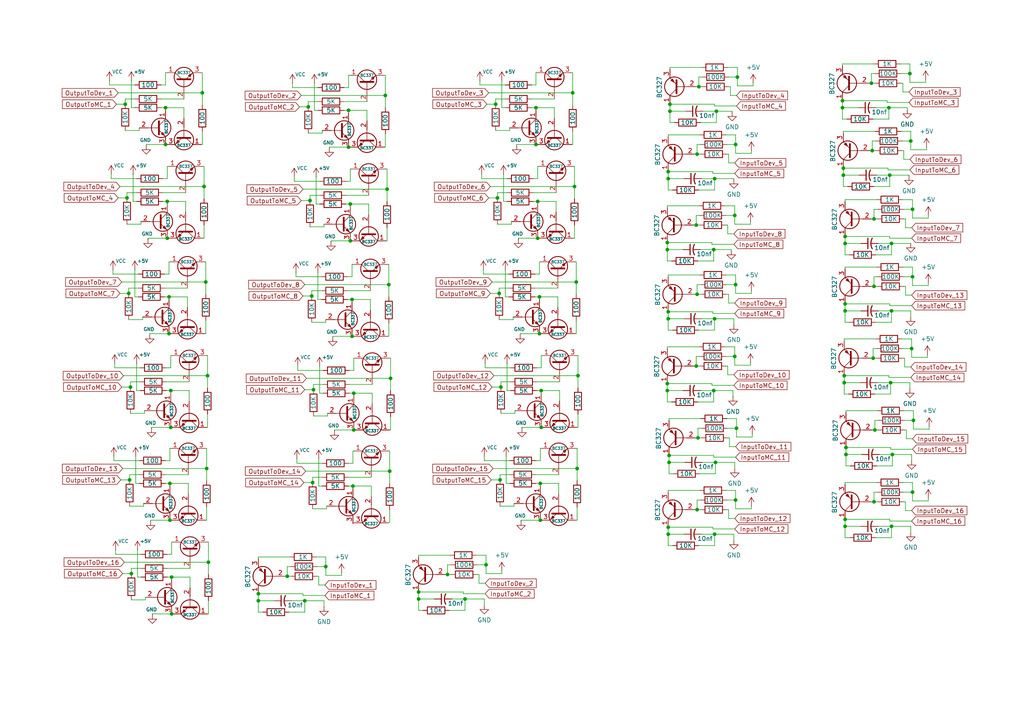
<source format=kicad_sch>
(kicad_sch (version 20250114) (generator "eeschema") (generator_version "9.0")
  (paper "A4")
  (title_block (title "I/O lines electrical interface") (company "Panicosoft"))
  (junction (at 101.092 42.672))
  (junction (at 74.93 172.212))
  (junction (at 258.826 131.826))
  (junction (at 102.616 124.714))
  (junction (at 213.36 82.55))
  (junction (at 244.348 31.242))
  (junction (at 134.874 173.736))
  (junction (at 253.746 124.714))
  (junction (at 166.116 26.924))
  (junction (at 102.108 86.868))
  (junction (at 74.93 174.244))
  (junction (at 263.906 21.336))
  (junction (at 245.11 88.138))
  (junction (at 167.132 81.788))
  (junction (at 48.514 69.088))
  (junction (at 102.108 97.536))
  (junction (at 113.03 136.652))
  (junction (at 213.106 62.484))
  (junction (at 89.408 30.988))
  (junction (at 202.184 44.704))
  (junction (at 37.592 139.192))
  (junction (at 207.264 51.816))
  (junction (at 244.856 108.966))
  (junction (at 258.318 110.998))
  (junction (at 244.602 50.8))
  (junction (at 253.492 145.542))
  (junction (at 207.264 92.456))
  (junction (at 213.36 145.034))
  (junction (at 37.846 112.268))
  (junction (at 244.348 29.21))
  (junction (at 252.73 24.13))
  (junction (at 155.956 58.42))
  (junction (at 113.284 109.728))
  (junction (at 244.856 110.998))
  (junction (at 258.064 50.8))
  (junction (at 59.69 81.788))
  (junction (at 253.238 103.886))
  (junction (at 121.412 173.736))
  (junction (at 213.106 103.378))
  (junction (at 156.972 113.284))
  (junction (at 102.362 140.97))
  (junction (at 48.514 58.42))
  (junction (at 155.448 31.242))
  (junction (at 193.802 51.816))
  (junction (at 83.312 167.132))
  (junction (at 145.034 139.192))
  (junction (at 129.794 166.624))
  (junction (at 194.056 134.112))
  (junction (at 264.668 80.264))
  (junction (at 194.31 32.258))
  (junction (at 59.944 135.89))
  (junction (at 112.268 54.864))
  (junction (at 193.802 154.94))
  (junction (at 49.022 86.106))
  (junction (at 49.276 140.208))
  (junction (at 213.614 124.206))
  (junction (at 36.83 57.404))
  (junction (at 140.97 163.83))
  (junction (at 264.668 142.748))
  (junction (at 193.548 111.252))
  (junction (at 89.916 58.166))
  (junction (at 207.264 154.94))
  (junction (at 144.78 85.09))
  (junction (at 202.184 85.344))
  (junction (at 193.802 152.908))
  (junction (at 90.424 85.852))
  (junction (at 201.93 65.278))
  (junction (at 49.53 113.284))
  (junction (at 213.36 41.91))
  (junction (at 121.412 171.704))
  (junction (at 193.802 90.424))
  (junction (at 193.548 72.39))
  (junction (at 155.956 69.088))
  (junction (at 245.364 129.794))
  (junction (at 167.64 108.966))
  (junction (at 245.11 152.654))
  (junction (at 207.518 134.112))
  (junction (at 143.764 30.226))
  (junction (at 257.81 31.242))
  (junction (at 194.056 132.08))
  (junction (at 49.784 178.054))
  (junction (at 193.548 113.284))
  (junction (at 245.11 68.58))
  (junction (at 38.1 166.37))
  (junction (at 155.448 41.91))
  (junction (at 49.022 96.774))
  (junction (at 145.288 112.268))
  (junction (at 111.76 27.686))
  (junction (at 201.93 106.172))
  (junction (at 253.492 63.5))
  (junction (at 264.668 60.706))
  (junction (at 88.392 174.244))
  (junction (at 194.31 30.226))
  (junction (at 207.01 113.284))
  (junction (at 156.464 96.774))
  (junction (at 48.006 41.91))
  (junction (at 144.272 57.404))
  (junction (at 60.198 108.966))
  (junction (at 156.464 86.106))
  (junction (at 58.674 26.924))
  (junction (at 258.572 152.654))
  (junction (at 49.53 123.952))
  (junction (at 112.776 82.55))
  (junction (at 94.488 164.338))
  (junction (at 207.772 32.258))
  (junction (at 264.414 101.092))
  (junction (at 207.01 72.39))
  (junction (at 36.322 30.226))
  (junction (at 193.548 70.358))
  (junction (at 37.338 85.09))
  (junction (at 245.11 150.622))
  (junction (at 156.718 150.876))
  (junction (at 245.11 70.612))
  (junction (at 193.802 92.456))
  (junction (at 48.006 31.242))
  (junction (at 245.364 131.826))
  (junction (at 90.932 113.03))
  (junction (at 101.092 32.004))
  (junction (at 156.718 140.208))
  (junction (at 59.182 54.102))
  (junction (at 166.624 54.102))
  (junction (at 49.276 150.876))
  (junction (at 101.6 59.182))
  (junction (at 253.492 83.058))
  (junction (at 264.16 40.894))
  (junction (at 264.922 121.92))
  (junction (at 245.11 90.17))
  (junction (at 213.868 22.352))
  (junction (at 244.602 48.768))
  (junction (at 102.616 114.046))
  (junction (at 202.438 127))
  (junction (at 202.692 25.146))
  (junction (at 167.386 135.89))
  (junction (at 252.984 43.688))
  (junction (at 258.572 70.612))
  (junction (at 156.972 123.952))
  (junction (at 101.6 69.85))
  (junction (at 193.802 49.784))
  (junction (at 202.184 147.828))
  (junction (at 60.452 163.068))
  (junction (at 90.678 139.954))
  (junction (at 49.784 167.386))
  (junction (at 258.572 90.17))
  (wire (pts (xy 139.192 24.638) (xy 139.192 23.368)))
  (wire (pts (xy 146.558 86.106) (xy 146.558 78.232)))
  (wire (pts (xy 210.312 100.584) (xy 213.106 100.584)))
  (wire (pts (xy 97.028 124.714) (xy 102.616 124.714)))
  (wire (pts (xy 49.276 130.048) (xy 49.53 130.048)))
  (wire (pts (xy 193.802 80.264) (xy 193.802 79.756)))
  (wire (pts (xy 100.33 56.642) (xy 106.934 56.642)))
  (wire (pts (xy 166.116 41.91) (xy 166.116 38.1)))
  (wire (pts (xy 59.69 81.788) (xy 59.69 85.344)))
  (wire (pts (xy 201.93 106.172) (xy 202.946 106.172)))
  (wire (pts (xy 254.508 142.748) (xy 253.492 142.748)))
  (wire (pts (xy 39.116 86.106) (xy 39.116 78.232)))
  (wire (pts (xy 257.81 109.474) (xy 257.81 108.966)))
  (wire (pts (xy 253.492 145.542) (xy 254.508 145.542)))
  (wire (pts (xy 155.448 21.082) (xy 155.702 21.082)))
  (wire (pts (xy 213.106 59.69) (xy 213.106 62.484)))
  (wire (pts (xy 47.244 55.88) (xy 53.848 55.88)))
  (wire (pts (xy 213.36 39.116) (xy 213.36 41.91)))
  (wire (pts (xy 112.268 49.022) (xy 112.268 54.864)))
  (wire (pts (xy 113.284 103.886) (xy 113.03 103.886)))
  (wire (pts (xy 102.108 97.536) (xy 102.108 97.79)))
  (wire (pts (xy 258.318 114.3) (xy 258.318 110.998)))
  (wire (pts (xy 49.022 86.106) (xy 47.752 86.106)))
  (wire (pts (xy 39.624 55.88) (xy 36.83 55.88)))
  (wire (pts (xy 101.6 59.182) (xy 101.6 59.944)))
  (wire (pts (xy 254.254 135.128) (xy 258.826 135.128)))
  (wire (pts (xy 87.884 172.72) (xy 87.884 172.212)))
  (wire (pts (xy 101.092 42.672) (xy 101.346 42.672)))
  (wire (pts (xy 211.582 129.54) (xy 213.36 129.54)))
  (wire (pts (xy 193.802 158.242) (xy 193.802 154.94)))
  (wire (pts (xy 155.194 83.566) (xy 161.798 83.566)))
  (wire (pts (xy 195.072 158.242) (xy 193.802 158.242)))
  (wire (pts (xy 244.348 19.05) (xy 244.348 18.542)))
  (wire (pts (xy 156.718 130.048) (xy 156.718 133.604)))
  (wire (pts (xy 142.24 85.09) (xy 144.78 85.09)))
  (wire (pts (xy 44.196 178.054) (xy 44.196 178.308)))
  (wire (pts (xy 31.75 24.638) (xy 31.75 23.368)))
  (wire (pts (xy 85.852 80.264) (xy 85.852 78.994)))
  (wire (pts (xy 111.76 27.686) (xy 87.376 27.686)))
  (wire (pts (xy 245.364 131.826) (xy 249.936 131.826)))
  (wire (pts (xy 245.872 54.102) (xy 244.602 54.102)))
  (wire (pts (xy 193.548 72.39) (xy 198.12 72.39)))
  (wire (pts (xy 113.03 151.638) (xy 113.03 147.828)))
  (wire (pts (xy 49.53 113.284) (xy 54.864 113.284)))
  (wire (pts (xy 48.514 58.42) (xy 53.848 58.42)))
  (wire (pts (xy 38.1 173.99) (xy 42.164 173.99)))
  (wire (pts (xy 261.874 77.47) (xy 264.668 77.47)))
  (wire (pts (xy 262.636 85.598) (xy 264.414 85.598)))
  (wire (pts (xy 53.848 58.42) (xy 53.848 61.468)))
  (wire (pts (xy 141.224 30.226) (xy 143.764 30.226)))
  (wire (pts (xy 156.972 103.124) (xy 156.972 106.68)))
  (wire (pts (xy 203.962 32.258) (xy 207.772 32.258)))
  (wire (pts (xy 42.418 41.91) (xy 48.006 41.91)))
  (wire (pts (xy 264.668 82.804) (xy 264.668 80.264)))
  (wire (pts (xy 218.44 24.892) (xy 218.44 24.13)))
  (wire (pts (xy 245.11 88.138) (xy 245.11 90.17)))
  (wire (pts (xy 60.198 108.966) (xy 60.198 112.522)))
  (wire (pts (xy 193.548 101.092) (xy 193.548 100.584)))
  (wire (pts (xy 245.11 70.612) (xy 249.682 70.612)))
  (wire (pts (xy 85.852 80.264) (xy 93.218 80.264)))
  (wire (pts (xy 102.616 114.046) (xy 107.95 114.046)))
  (wire (pts (xy 90.932 120.65) (xy 94.996 120.65)))
  (wire (pts (xy 101.6 49.022) (xy 101.6 52.578)))
  (wire (pts (xy 49.53 103.124) (xy 49.784 103.124)))
  (wire (pts (xy 245.11 73.914) (xy 245.11 70.612)))
  (wire (pts (xy 211.328 147.828) (xy 211.328 150.368)))
  (wire (pts (xy 253.492 83.058) (xy 254.508 83.058)))
  (wire (pts (xy 33.528 160.782) (xy 40.894 160.782)))
  (wire (pts (xy 257.81 31.242) (xy 263.144 31.242)))
  (wire (pts (xy 35.56 166.37) (xy 38.1 166.37)))
  (wire (pts (xy 253.492 63.5) (xy 254.508 63.5)))
  (wire (pts (xy 134.874 177.038) (xy 134.874 173.736)))
  (wire (pts (xy 257.556 48.768) (xy 244.602 48.768)))
  (wire (pts (xy 207.01 72.39) (xy 212.09 72.39)))
  (wire (pts (xy 60.452 157.226) (xy 60.198 157.226)))
  (wire (pts (xy 144.78 83.566) (xy 144.78 85.09)))
  (wire (pts (xy 102.362 140.97) (xy 101.092 140.97)))
  (wire (pts (xy 262.128 46.228) (xy 263.906 46.228)))
  (wire (pts (xy 49.53 103.124) (xy 49.53 106.68)))
  (wire (pts (xy 166.37 69.088) (xy 166.624 69.088)))
  (wire (pts (xy 102.108 76.708) (xy 102.362 76.708)))
  (wire (pts (xy 48.514 58.42) (xy 47.244 58.42)))
  (wire (pts (xy 166.624 54.102) (xy 166.624 57.658)))
  (wire (pts (xy 244.856 110.998) (xy 249.428 110.998)))
  (wire (pts (xy 92.202 86.868) (xy 92.202 78.994)))
  (wire (pts (xy 107.442 86.868) (xy 107.442 89.916)))
  (wire (pts (xy 264.16 90.17) (xy 264.16 91.948)))
  (wire (pts (xy 193.548 113.284) (xy 198.12 113.284)))
  (wire (pts (xy 156.464 75.946) (xy 156.718 75.946)))
  (wire (pts (xy 202.184 147.828) (xy 203.2 147.828)))
  (wire (pts (xy 102.362 140.97) (xy 107.696 140.97)))
  (wire (pts (xy 155.448 31.242) (xy 154.178 31.242)))
  (wire (pts (xy 211.328 25.146) (xy 211.836 25.146)))
  (wire (pts (xy 112.268 54.864) (xy 87.884 54.864)))
  (wire (pts (xy 194.056 121.92) (xy 194.056 121.412)))
  (wire (pts (xy 96.012 69.85) (xy 96.012 70.104)))
  (wire (pts (xy 102.616 114.046) (xy 101.346 114.046)))
  (wire (pts (xy 141.732 57.404) (xy 144.272 57.404)))
  (wire (pts (xy 43.688 150.876) (xy 43.688 151.13)))
  (wire (pts (xy 37.846 110.744) (xy 37.846 112.268)))
  (wire (pts (xy 49.784 167.386) (xy 55.118 167.386)))
  (wire (pts (xy 149.352 119.126) (xy 149.352 119.888)))
  (wire (pts (xy 91.948 164.338) (xy 94.488 164.338)))
  (wire (pts (xy 113.03 124.714) (xy 113.284 124.714)))
  (wire (pts (xy 264.16 43.434) (xy 268.732 43.434)))
  (wire (pts (xy 83.312 164.338) (xy 83.312 167.132)))
  (wire (pts (xy 89.408 29.464) (xy 89.408 30.988)))
  (wire (pts (xy 269.24 145.288) (xy 269.24 144.526)))
  (wire (pts (xy 150.876 96.774) (xy 156.464 96.774)))
  (wire (pts (xy 261.874 26.67) (xy 263.652 26.67)))
  (wire (pts (xy 113.03 136.652) (xy 113.03 140.208)))
  (wire (pts (xy 102.108 97.536) (xy 102.362 97.536)))
  (wire (pts (xy 90.932 111.506) (xy 90.932 113.03)))
  (wire (pts (xy 91.694 59.182) (xy 91.694 51.308)))
  (wire (pts (xy 112.776 82.55) (xy 88.392 82.55)))
  (wire (pts (xy 262.382 121.92) (xy 264.922 121.92)))
  (wire (pts (xy 59.182 54.102) (xy 34.798 54.102)))
  (wire (pts (xy 156.464 75.946) (xy 156.464 79.502)))
  (wire (pts (xy 167.132 75.946) (xy 167.132 81.788)))
  (wire (pts (xy 54.864 113.284) (xy 54.864 116.332)))
  (wire (pts (xy 59.944 130.048) (xy 59.944 135.89)))
  (wire (pts (xy 33.274 106.68) (xy 33.274 105.41)))
  (wire (pts (xy 207.264 92.456) (xy 212.852 92.456)))
  (wire (pts (xy 139.192 24.638) (xy 146.558 24.638)))
  (wire (pts (xy 34.798 85.09) (xy 37.338 85.09)))
  (wire (pts (xy 46.736 28.702) (xy 53.34 28.702)))
  (wire (pts (xy 257.81 108.966) (xy 244.856 108.966)))
  (wire (pts (xy 213.106 105.918) (xy 213.106 103.378)))
  (wire (pts (xy 92.71 59.182) (xy 91.694 59.182)))
  (wire (pts (xy 210.566 39.116) (xy 213.36 39.116)))
  (wire (pts (xy 156.718 130.048) (xy 156.972 130.048)))
  (wire (pts (xy 210.82 44.704) (xy 211.328 44.704)))
  (wire (pts (xy 43.942 123.952) (xy 49.53 123.952)))
  (wire (pts (xy 91.694 161.544) (xy 94.488 161.544)))
  (wire (pts (xy 90.678 147.574) (xy 94.742 147.574)))
  (wire (pts (xy 210.566 106.172) (xy 211.074 106.172)))
  (wire (pts (xy 97.028 124.714) (xy 97.028 124.968)))
  (wire (pts (xy 203.2 72.39) (xy 207.01 72.39)))
  (wire (pts (xy 112.268 69.85) (xy 112.268 66.04)))
  (wire (pts (xy 151.384 123.952) (xy 151.384 124.206)))
  (wire (pts (xy 203.2 113.284) (xy 207.01 113.284)))
  (wire (pts (xy 92.456 169.672) (xy 94.234 169.672)))
  (wire (pts (xy 102.616 103.886) (xy 102.616 107.442)))
  (wire (pts (xy 37.338 83.566) (xy 37.338 85.09)))
  (wire (pts (xy 94.996 119.888) (xy 94.996 120.65)))
  (wire (pts (xy 201.422 147.828) (xy 202.184 147.828)))
  (wire (pts (xy 86.106 134.366) (xy 93.472 134.366)))
  (wire (pts (xy 58.928 69.088) (xy 59.182 69.088)))
  (wire (pts (xy 264.414 151.13) (xy 258.064 151.13)))
  (wire (pts (xy 47.752 83.566) (xy 54.356 83.566)))
  (wire (pts (xy 207.518 134.112) (xy 213.106 134.112)))
  (wire (pts (xy 86.868 30.988) (xy 89.408 30.988)))
  (wire (pts (xy 85.344 52.578) (xy 92.71 52.578)))
  (wire (pts (xy 48.006 41.91) (xy 48.26 41.91)))
  (wire (pts (xy 245.364 135.128) (xy 245.364 131.826)))
  (wire (pts (xy 156.972 103.124) (xy 157.226 103.124)))
  (wire (pts (xy 113.284 109.728) (xy 113.284 113.284)))
  (wire (pts (xy 207.264 158.242) (xy 207.264 154.94)))
  (wire (pts (xy 212.852 154.94) (xy 212.852 156.718)))
  (wire (pts (xy 44.196 178.054) (xy 49.784 178.054)))
  (wire (pts (xy 86.36 107.442) (xy 93.726 107.442)))
  (wire (pts (xy 100.838 84.328) (xy 107.442 84.328)))
  (wire (pts (xy 88.138 139.954) (xy 90.678 139.954)))
  (wire (pts (xy 33.02 133.604) (xy 40.386 133.604)))
  (wire (pts (xy 193.802 49.784) (xy 193.802 51.816)))
  (wire (pts (xy 207.01 113.284) (xy 212.598 113.284)))
  (wire (pts (xy 38.608 58.42) (xy 38.608 50.546)))
  (wire (pts (xy 121.412 173.736) (xy 125.984 173.736)))
  (wire (pts (xy 245.11 140.462) (xy 245.11 139.954)))
  (wire (pts (xy 88.392 174.244) (xy 93.98 174.244)))
  (wire (pts (xy 155.956 69.088) (xy 156.21 69.088)))
  (wire (pts (xy 59.182 69.088) (xy 59.182 65.278)))
  (wire (pts (xy 261.874 103.886) (xy 262.382 103.886)))
  (wire (pts (xy 193.548 60.198) (xy 193.548 59.69)))
  (wire (pts (xy 111.76 42.672) (xy 111.76 38.862)))
  (wire (pts (xy 49.784 157.226) (xy 50.038 157.226)))
  (wire (pts (xy 203.708 22.352) (xy 202.692 22.352)))
  (wire (pts (xy 212.09 72.39) (xy 212.09 72.644)))
  (wire (pts (xy 140.462 173.736) (xy 140.462 175.514)))
  (wire (pts (xy 193.802 142.24) (xy 202.946 142.24)))
  (wire (pts (xy 261.366 38.1) (xy 264.16 38.1)))
  (wire (pts (xy 193.802 39.116) (xy 202.946 39.116)))
  (wire (pts (xy 212.852 70.866) (xy 206.502 70.866)))
  (wire (pts (xy 41.91 119.126) (xy 41.91 119.888)))
  (wire (pts (xy 89.916 65.786) (xy 93.98 65.786)))
  (wire (pts (xy 48.006 21.082) (xy 48.26 21.082)))
  (wire (pts (xy 55.118 167.386) (xy 55.118 170.434)))
  (wire (pts (xy 203.454 154.94) (xy 207.264 154.94)))
  (wire (pts (xy 244.602 38.1) (xy 253.746 38.1)))
  (wire (pts (xy 202.692 158.242) (xy 207.264 158.242)))
  (wire (pts (xy 253.746 114.3) (xy 258.318 114.3)))
  (wire (pts (xy 254 155.956) (xy 258.572 155.956)))
  (wire (pts (xy 206.756 49.784) (xy 193.802 49.784)))
  (wire (pts (xy 60.198 103.124) (xy 59.944 103.124)))
  (wire (pts (xy 167.132 75.946) (xy 166.878 75.946)))
  (wire (pts (xy 140.716 106.68) (xy 140.716 105.41)))
  (wire (pts (xy 145.034 137.668) (xy 145.034 139.192)))
  (wire (pts (xy 258.318 129.794) (xy 245.364 129.794)))
  (wire (pts (xy 93.218 84.328) (xy 90.424 84.328)))
  (wire (pts (xy 252.73 24.13) (xy 253.746 24.13)))
  (wire (pts (xy 201.93 62.484) (xy 201.93 65.278)))
  (wire (pts (xy 194.31 35.56) (xy 194.31 32.258)))
  (wire (pts (xy 48.514 164.846) (xy 55.118 164.846)))
  (wire (pts (xy 49.276 150.876) (xy 49.276 151.13)))
  (wire (pts (xy 201.93 65.278) (xy 202.946 65.278)))
  (wire (pts (xy 147.828 37.084) (xy 147.828 37.846)))
  (wire (pts (xy 263.906 49.276) (xy 257.556 49.276)))
  (wire (pts (xy 49.784 178.054) (xy 49.784 178.308)))
  (wire (pts (xy 213.36 147.574) (xy 217.932 147.574)))
  (wire (pts (xy 193.548 100.584) (xy 202.692 100.584)))
  (wire (pts (xy 59.944 135.89) (xy 59.944 139.446)))
  (wire (pts (xy 254.762 90.17) (xy 258.572 90.17)))
  (wire (pts (xy 213.106 100.584) (xy 213.106 103.378)))
  (wire (pts (xy 258.064 88.138) (xy 245.11 88.138)))
  (wire (pts (xy 257.556 49.276) (xy 257.556 48.768)))
  (wire (pts (xy 40.64 113.284) (xy 39.624 113.284)))
  (wire (pts (xy 145.542 166.37) (xy 145.542 165.608)))
  (wire (pts (xy 202.184 44.704) (xy 203.2 44.704)))
  (wire (pts (xy 49.53 113.284) (xy 49.53 114.046)))
  (wire (pts (xy 252.984 124.714) (xy 253.746 124.714)))
  (wire (pts (xy 155.194 79.502) (xy 156.464 79.502)))
  (wire (pts (xy 138.43 163.83) (xy 140.97 163.83)))
  (wire (pts (xy 101.092 32.004) (xy 106.426 32.004)))
  (wire (pts (xy 88.392 177.546) (xy 88.392 174.244)))
  (wire (pts (xy 60.452 163.068) (xy 60.452 166.624)))
  (wire (pts (xy 58.42 41.91) (xy 58.674 41.91)))
  (wire (pts (xy 154.686 51.816) (xy 155.956 51.816)))
  (wire (pts (xy 166.116 26.924) (xy 141.732 26.924)))
  (wire (pts (xy 202.438 116.586) (xy 207.01 116.586)))
  (wire (pts (xy 36.83 65.024) (xy 40.894 65.024)))
  (wire (pts (xy 206.502 111.76) (xy 206.502 111.252)))
  (wire (pts (xy 244.348 18.542) (xy 253.492 18.542)))
  (wire (pts (xy 59.69 75.946) (xy 59.436 75.946)))
  (wire (pts (xy 46.736 24.638) (xy 48.006 24.638)))
  (wire (pts (xy 254 93.472) (xy 258.572 93.472)))
  (wire (pts (xy 245.11 90.17) (xy 249.682 90.17)))
  (wire (pts (xy 258.572 90.17) (xy 264.16 90.17)))
  (wire (pts (xy 211.836 25.146) (xy 211.836 27.686)))
  (wire (pts (xy 89.408 38.608) (xy 93.472 38.608)))
  (wire (pts (xy 193.802 152.908) (xy 193.802 154.94)))
  (wire (pts (xy 33.782 30.226) (xy 36.322 30.226)))
  (wire (pts (xy 138.43 166.624) (xy 138.938 166.624)))
  (wire (pts (xy 258.064 151.13) (xy 258.064 150.622)))
  (wire (pts (xy 102.108 86.868) (xy 107.442 86.868)))
  (wire (pts (xy 206.502 70.866) (xy 206.502 70.358)))
  (wire (pts (xy 156.464 86.106) (xy 156.464 86.868)))
  (wire (pts (xy 166.116 21.082) (xy 165.862 21.082)))
  (wire (pts (xy 254 40.894) (xy 252.984 40.894)))
  (wire (pts (xy 264.668 145.288) (xy 264.668 142.748)))
  (wire (pts (xy 60.198 108.966) (xy 35.814 108.966)))
  (wire (pts (xy 213.36 44.45) (xy 213.36 41.91)))
  (wire (pts (xy 48.006 137.668) (xy 54.61 137.668)))
  (wire (pts (xy 253.492 54.102) (xy 258.064 54.102)))
  (wire (pts (xy 202.946 103.378) (xy 201.93 103.378)))
  (wire (pts (xy 94.234 172.72) (xy 87.884 172.72)))
  (wire (pts (xy 193.802 142.748) (xy 193.802 142.24)))
  (wire (pts (xy 166.624 69.088) (xy 166.624 65.278)))
  (wire (pts (xy 258.318 130.302) (xy 258.318 129.794)))
  (wire (pts (xy 201.676 127) (xy 202.438 127)))
  (wire (pts (xy 112.776 82.55) (xy 112.776 86.106)))
  (wire (pts (xy 245.11 58.42) (xy 245.11 57.912)))
  (wire (pts (xy 261.62 98.298) (xy 264.414 98.298)))
  (wire (pts (xy 47.244 51.816) (xy 48.514 51.816)))
  (wire (pts (xy 213.614 121.412) (xy 213.614 124.206)))
  (wire (pts (xy 261.112 18.542) (xy 263.906 18.542)))
  (wire (pts (xy 210.82 121.412) (xy 213.614 121.412)))
  (wire (pts (xy 262.128 43.688) (xy 262.128 46.228)))
  (wire (pts (xy 148.844 91.948) (xy 148.844 92.71)))
  (wire (pts (xy 150.368 69.088) (xy 155.956 69.088)))
  (wire (pts (xy 262.128 142.748) (xy 264.668 142.748)))
  (wire (pts (xy 257.302 29.21) (xy 244.348 29.21)))
  (wire (pts (xy 148.082 113.284) (xy 147.066 113.284)))
  (wire (pts (xy 156.464 86.106) (xy 161.798 86.106)))
  (wire (pts (xy 193.802 55.118) (xy 193.802 51.816)))
  (wire (pts (xy 264.922 119.126) (xy 264.922 121.92)))
  (wire (pts (xy 59.944 135.89) (xy 35.56 135.89)))
  (wire (pts (xy 244.856 98.298) (xy 254 98.298)))
  (wire (pts (xy 206.756 90.424) (xy 193.802 90.424)))
  (wire (pts (xy 244.348 34.544) (xy 244.348 31.242)))
  (wire (pts (xy 76.2 177.546) (xy 74.93 177.546)))
  (wire (pts (xy 245.364 129.794) (xy 245.364 131.826)))
  (wire (pts (xy 166.116 26.924) (xy 166.116 30.48)))
  (wire (pts (xy 156.972 123.952) (xy 156.972 124.206)))
  (wire (pts (xy 269.24 63.246) (xy 269.24 62.484)))
  (wire (pts (xy 87.884 85.852) (xy 90.424 85.852)))
  (wire (pts (xy 268.478 23.876) (xy 268.478 23.114)))
  (wire (pts (xy 38.1 164.846) (xy 38.1 166.37)))
  (wire (pts (xy 112.776 97.536) (xy 112.776 93.726)))
  (wire (pts (xy 139.7 51.816) (xy 139.7 50.546)))
  (wire (pts (xy 213.868 24.892) (xy 213.868 22.352)))
  (wire (pts (xy 39.624 113.284) (xy 39.624 105.41)))
  (wire (pts (xy 102.108 76.708) (xy 102.108 80.264)))
  (wire (pts (xy 264.16 109.474) (xy 257.81 109.474)))
  (wire (pts (xy 101.092 21.844) (xy 101.346 21.844)))
  (wire (pts (xy 138.938 169.164) (xy 140.716 169.164)))
  (wire (pts (xy 206.502 111.252) (xy 193.548 111.252)))
  (wire (pts (xy 49.022 96.774) (xy 49.022 97.028)))
  (wire (pts (xy 102.616 124.714) (xy 102.616 124.968)))
  (wire (pts (xy 111.76 21.844) (xy 111.76 27.686)))
  (wire (pts (xy 101.092 134.366) (xy 102.362 134.366)))
  (wire (pts (xy 155.448 31.242) (xy 160.782 31.242)))
  (wire (pts (xy 74.93 174.244) (xy 79.502 174.244)))
  (wire (pts (xy 86.106 134.366) (xy 86.106 133.096)))
  (wire (pts (xy 93.472 140.97) (xy 92.456 140.97)))
  (wire (pts (xy 40.894 164.846) (xy 38.1 164.846)))
  (wire (pts (xy 96.52 97.536) (xy 96.52 97.79)))
  (wire (pts (xy 156.464 86.106) (xy 155.194 86.106)))
  (wire (pts (xy 92.202 32.004) (xy 91.186 32.004)))
  (wire (pts (xy 129.794 163.83) (xy 129.794 166.624)))
  (wire (pts (xy 40.386 37.084) (xy 40.386 37.846)))
  (wire (pts (xy 49.276 140.208) (xy 54.61 140.208)))
  (wire (pts (xy 138.938 166.624) (xy 138.938 169.164)))
  (wire (pts (xy 145.034 146.812) (xy 149.098 146.812)))
  (wire (pts (xy 49.784 157.226) (xy 49.784 160.782)))
  (wire (pts (xy 245.364 119.634) (xy 245.364 119.126)))
  (wire (pts (xy 93.472 37.846) (xy 93.472 38.608)))
  (wire (pts (xy 48.26 110.744) (xy 54.864 110.744)))
  (wire (pts (xy 84.836 25.4) (xy 84.836 24.13)))
  (wire (pts (xy 213.36 142.24) (xy 213.36 145.034)))
  (wire (pts (xy 102.616 124.714) (xy 102.87 124.714)))
  (wire (pts (xy 58.674 41.91) (xy 58.674 38.1)))
  (wire (pts (xy 207.264 30.734) (xy 207.264 30.226)))
  (wire (pts (xy 195.58 35.56) (xy 194.31 35.56)))
  (wire (pts (xy 262.636 66.04) (xy 264.414 66.04)))
  (wire (pts (xy 32.766 79.502) (xy 40.132 79.502)))
  (wire (pts (xy 193.802 79.756) (xy 202.946 79.756)))
  (wire (pts (xy 193.802 92.456) (xy 198.374 92.456)))
  (wire (pts (xy 206.756 90.932) (xy 206.756 90.424)))
  (wire (pts (xy 207.264 154.94) (xy 212.852 154.94)))
  (wire (pts (xy 93.98 174.244) (xy 93.98 176.022)))
  (wire (pts (xy 155.956 58.42) (xy 155.956 59.182)))
  (wire (pts (xy 60.452 157.226) (xy 60.452 163.068)))
  (wire (pts (xy 155.448 41.91) (xy 155.448 42.164)))
  (wire (pts (xy 261.874 24.13) (xy 261.874 26.67)))
  (wire (pts (xy 207.01 132.08) (xy 194.056 132.08)))
  (wire (pts (xy 201.422 85.344) (xy 202.184 85.344)))
  (wire (pts (xy 258.572 93.472) (xy 258.572 90.17)))
  (wire (pts (xy 155.448 21.082) (xy 155.448 24.638)))
  (wire (pts (xy 262.128 83.058) (xy 262.636 83.058)))
  (wire (pts (xy 37.592 137.668) (xy 37.592 139.192)))
  (wire (pts (xy 254.762 121.92) (xy 253.746 121.92)))
  (wire (pts (xy 48.26 106.68) (xy 49.53 106.68)))
  (wire (pts (xy 74.93 161.544) (xy 84.074 161.544)))
  (wire (pts (xy 258.064 88.646) (xy 258.064 88.138)))
  (wire (pts (xy 60.198 178.054) (xy 60.452 178.054)))
  (wire (pts (xy 254.762 152.654) (xy 258.572 152.654)))
  (wire (pts (xy 212.852 92.456) (xy 212.852 94.234)))
  (wire (pts (xy 87.884 172.212) (xy 74.93 172.212)))
  (wire (pts (xy 113.03 130.81) (xy 113.03 136.652)))
  (wire (pts (xy 101.6 69.85) (xy 101.6 70.104)))
  (wire (pts (xy 166.878 96.774) (xy 167.132 96.774)))
  (wire (pts (xy 84.836 25.4) (xy 92.202 25.4)))
  (wire (pts (xy 86.36 107.442) (xy 86.36 106.172)))
  (wire (pts (xy 40.386 137.668) (xy 37.592 137.668)))
  (wire (pts (xy 142.748 112.268) (xy 145.288 112.268)))
  (wire (pts (xy 32.258 51.816) (xy 32.258 50.546)))
  (wire (pts (xy 217.932 147.574) (xy 217.932 146.812)))
  (wire (pts (xy 213.106 153.416) (xy 206.756 153.416)))
  (wire (pts (xy 194.056 134.112) (xy 198.628 134.112)))
  (wire (pts (xy 264.414 131.826) (xy 264.414 133.604)))
  (wire (pts (xy 100.33 52.578) (xy 101.6 52.578)))
  (wire (pts (xy 156.972 113.284) (xy 162.306 113.284)))
  (wire (pts (xy 212.598 113.284) (xy 212.598 115.062)))
  (wire (pts (xy 263.906 18.542) (xy 263.906 21.336)))
  (wire (pts (xy 255.016 131.826) (xy 258.826 131.826)))
  (wire (pts (xy 167.132 150.876) (xy 167.386 150.876)))
  (wire (pts (xy 210.566 65.278) (xy 211.074 65.278)))
  (wire (pts (xy 59.944 130.048) (xy 59.69 130.048)))
  (wire (pts (xy 213.106 65.024) (xy 213.106 62.484)))
  (wire (pts (xy 202.184 41.91) (xy 202.184 44.704)))
  (wire (pts (xy 167.64 123.952) (xy 167.64 120.142)))
  (wire (pts (xy 166.624 54.102) (xy 142.24 54.102)))
  (wire (pts (xy 99.822 25.4) (xy 101.092 25.4)))
  (wire (pts (xy 145.542 31.242) (xy 145.542 23.368)))
  (wire (pts (xy 90.424 84.328) (xy 90.424 85.852)))
  (wire (pts (xy 244.348 29.21) (xy 244.348 31.242)))
  (wire (pts (xy 246.634 135.128) (xy 245.364 135.128)))
  (wire (pts (xy 36.322 37.846) (xy 40.386 37.846)))
  (wire (pts (xy 213.36 147.574) (xy 213.36 145.034)))
  (wire (pts (xy 245.618 34.544) (xy 244.348 34.544)))
  (wire (pts (xy 262.128 80.264) (xy 264.668 80.264)))
  (wire (pts (xy 245.11 155.956) (xy 245.11 152.654)))
  (wire (pts (xy 258.572 70.612) (xy 264.16 70.612)))
  (wire (pts (xy 83.312 167.132) (xy 84.328 167.132)))
  (wire (pts (xy 48.514 69.088) (xy 48.514 69.342)))
  (wire (pts (xy 210.566 103.378) (xy 213.106 103.378)))
  (wire (pts (xy 130.302 177.038) (xy 134.874 177.038)))
  (wire (pts (xy 41.402 91.948) (xy 41.402 92.71)))
  (wire (pts (xy 202.692 22.352) (xy 202.692 25.146)))
  (wire (pts (xy 252.476 103.886) (xy 253.238 103.886)))
  (wire (pts (xy 244.856 98.806) (xy 244.856 98.298)))
  (wire (pts (xy 264.16 38.1) (xy 264.16 40.894)))
  (wire (pts (xy 155.956 58.42) (xy 161.29 58.42)))
  (wire (pts (xy 154.178 28.702) (xy 160.782 28.702)))
  (wire (pts (xy 258.064 54.102) (xy 258.064 50.8)))
  (wire (pts (xy 167.64 108.966) (xy 143.256 108.966)))
  (wire (pts (xy 156.718 150.876) (xy 156.718 151.13)))
  (wire (pts (xy 143.764 37.846) (xy 147.828 37.846)))
  (wire (pts (xy 48.006 31.242) (xy 53.34 31.242)))
  (wire (pts (xy 91.948 167.132) (xy 92.456 167.132)))
  (wire (pts (xy 58.674 26.924) (xy 58.674 30.48)))
  (wire (pts (xy 263.906 110.998) (xy 263.906 112.776)))
  (wire (pts (xy 203.708 134.112) (xy 207.518 134.112)))
  (wire (pts (xy 101.346 111.506) (xy 107.95 111.506)))
  (wire (pts (xy 92.71 114.046) (xy 92.71 106.172)))
  (wire (pts (xy 155.702 110.744) (xy 162.306 110.744)))
  (wire (pts (xy 113.284 103.886) (xy 113.284 109.728)))
  (wire (pts (xy 213.106 65.024) (xy 217.678 65.024)))
  (wire (pts (xy 138.176 161.036) (xy 140.97 161.036)))
  (wire (pts (xy 167.386 135.89) (xy 167.386 139.446)))
  (wire (pts (xy 156.718 140.208) (xy 156.718 140.97)))
  (wire (pts (xy 49.276 140.208) (xy 49.276 140.97)))
  (wire (pts (xy 101.6 59.182) (xy 100.33 59.182)))
  (wire (pts (xy 42.418 41.91) (xy 42.418 42.164)))
  (wire (pts (xy 202.184 145.034) (xy 202.184 147.828)))
  (wire (pts (xy 49.784 167.386) (xy 48.514 167.386)))
  (wire (pts (xy 35.052 139.192) (xy 37.592 139.192)))
  (wire (pts (xy 156.718 150.876) (xy 156.972 150.876)))
  (wire (pts (xy 162.306 113.284) (xy 162.306 116.332)))
  (wire (pts (xy 262.636 63.5) (xy 262.636 66.04)))
  (wire (pts (xy 262.382 103.886) (xy 262.382 106.426)))
  (wire (pts (xy 48.006 31.242) (xy 48.006 32.004)))
  (wire (pts (xy 201.168 106.172) (xy 201.93 106.172)))
  (wire (pts (xy 147.066 55.88) (xy 144.272 55.88)))
  (wire (pts (xy 82.55 167.132) (xy 83.312 167.132)))
  (wire (pts (xy 193.802 51.816) (xy 198.374 51.816)))
  (wire (pts (xy 210.566 62.484) (xy 213.106 62.484)))
  (wire (pts (xy 244.602 48.768) (xy 244.602 50.8)))
  (wire (pts (xy 36.322 28.702) (xy 36.322 30.226)))
  (wire (pts (xy 99.06 166.878) (xy 99.06 166.116)))
  (wire (pts (xy 207.01 75.692) (xy 207.01 72.39)))
  (wire (pts (xy 43.942 123.952) (xy 43.942 124.206)))
  (wire (pts (xy 106.426 32.004) (xy 106.426 35.052)))
  (wire (pts (xy 262.128 63.5) (xy 262.636 63.5)))
  (wire (pts (xy 59.944 123.952) (xy 60.198 123.952)))
  (wire (pts (xy 155.956 69.088) (xy 155.956 69.342)))
  (wire (pts (xy 156.718 140.208) (xy 155.448 140.208)))
  (wire (pts (xy 155.448 137.668) (xy 162.052 137.668)))
  (wire (pts (xy 207.01 116.586) (xy 207.01 113.284)))
  (wire (pts (xy 156.972 123.952) (xy 157.226 123.952)))
  (wire (pts (xy 211.582 127) (xy 211.582 129.54)))
  (wire (pts (xy 131.064 173.736) (xy 134.874 173.736)))
  (wire (pts (xy 49.276 130.048) (xy 49.276 133.604)))
  (wire (pts (xy 194.31 32.258) (xy 198.882 32.258)))
  (wire (pts (xy 147.574 83.566) (xy 144.78 83.566)))
  (wire (pts (xy 94.488 166.878) (xy 94.488 164.338)))
  (wire (pts (xy 211.328 22.352) (xy 213.868 22.352)))
  (wire (pts (xy 84.582 174.244) (xy 88.392 174.244)))
  (wire (pts (xy 245.11 139.954) (xy 254.254 139.954)))
  (wire (pts (xy 42.926 69.088) (xy 48.514 69.088)))
  (wire (pts (xy 194.31 30.226) (xy 194.31 32.258)))
  (wire (pts (xy 49.53 123.952) (xy 49.53 124.206)))
  (wire (pts (xy 161.29 58.42) (xy 161.29 61.468)))
  (wire (pts (xy 106.934 59.182) (xy 106.934 62.23)))
  (wire (pts (xy 90.678 138.43) (xy 90.678 139.954)))
  (wire (pts (xy 261.874 57.912) (xy 264.668 57.912)))
  (wire (pts (xy 262.636 83.058) (xy 262.636 85.598)))
  (wire (pts (xy 167.64 103.124) (xy 167.64 108.966)))
  (wire (pts (xy 211.074 67.818) (xy 212.852 67.818)))
  (wire (pts (xy 246.38 73.914) (xy 245.11 73.914)))
  (wire (pts (xy 212.852 51.816) (xy 212.852 52.07)))
  (wire (pts (xy 211.836 27.686) (xy 213.614 27.686)))
  (wire (pts (xy 262.89 127.254) (xy 264.668 127.254)))
  (wire (pts (xy 264.414 98.298) (xy 264.414 101.092)))
  (wire (pts (xy 254.254 101.092) (xy 253.238 101.092)))
  (wire (pts (xy 212.344 32.258) (xy 212.344 32.512)))
  (wire (pts (xy 151.384 123.952) (xy 156.972 123.952)))
  (wire (pts (xy 246.38 93.472) (xy 245.11 93.472)))
  (wire (pts (xy 74.93 162.052) (xy 74.93 161.544)))
  (wire (pts (xy 213.36 85.09) (xy 213.36 82.55)))
  (wire (pts (xy 245.11 77.47) (xy 254.254 77.47)))
  (wire (pts (xy 252.73 63.5) (xy 253.492 63.5)))
  (wire (pts (xy 49.022 75.946) (xy 49.022 79.502)))
  (wire (pts (xy 263.652 29.718) (xy 257.302 29.718)))
  (wire (pts (xy 257.81 34.544) (xy 257.81 31.242)))
  (wire (pts (xy 95.504 42.672) (xy 95.504 42.926)))
  (wire (pts (xy 210.566 142.24) (xy 213.36 142.24)))
  (wire (pts (xy 269.494 124.46) (xy 269.494 123.698)))
  (wire (pts (xy 167.386 130.048) (xy 167.386 135.89)))
  (wire (pts (xy 207.518 137.414) (xy 207.518 134.112)))
  (wire (pts (xy 146.05 58.42) (xy 146.05 50.546)))
  (wire (pts (xy 39.878 167.386) (xy 39.878 159.512)))
  (wire (pts (xy 113.284 109.728) (xy 88.9 109.728)))
  (wire (pts (xy 95.504 42.672) (xy 101.092 42.672)))
  (wire (pts (xy 48.514 48.26) (xy 48.514 51.816)))
  (wire (pts (xy 54.61 140.208) (xy 54.61 143.256)))
  (wire (pts (xy 58.674 26.924) (xy 34.29 26.924)))
  (wire (pts (xy 41.656 146.05) (xy 41.656 146.812)))
  (wire (pts (xy 156.464 96.774) (xy 156.718 96.774)))
  (wire (pts (xy 166.624 48.26) (xy 166.37 48.26)))
  (wire (pts (xy 85.344 52.578) (xy 85.344 51.308)))
  (wire (pts (xy 258.826 135.128) (xy 258.826 131.826)))
  (wire (pts (xy 213.868 19.558) (xy 213.868 22.352)))
  (wire (pts (xy 150.876 96.774) (xy 150.876 97.028)))
  (wire (pts (xy 203.454 51.816) (xy 207.264 51.816)))
  (wire (pts (xy 93.472 138.43) (xy 90.678 138.43)))
  (wire (pts (xy 264.668 57.912) (xy 264.668 60.706)))
  (wire (pts (xy 146.812 140.208) (xy 146.812 132.334)))
  (wire (pts (xy 39.37 140.208) (xy 39.37 132.334)))
  (wire (pts (xy 254.254 50.8) (xy 258.064 50.8)))
  (wire (pts (xy 203.2 35.56) (xy 207.772 35.56)))
  (wire (pts (xy 92.456 140.97) (xy 92.456 133.096)))
  (wire (pts (xy 166.624 48.26) (xy 166.624 54.102)))
  (wire (pts (xy 49.53 123.952) (xy 49.784 123.952)))
  (wire (pts (xy 264.16 152.654) (xy 264.16 154.432)))
  (wire (pts (xy 59.436 96.774) (xy 59.69 96.774)))
  (wire (pts (xy 245.11 93.472) (xy 245.11 90.17)))
  (wire (pts (xy 102.616 103.886) (xy 102.87 103.886)))
  (wire (pts (xy 101.346 107.442) (xy 102.616 107.442)))
  (wire (pts (xy 39.116 28.702) (xy 36.322 28.702)))
  (wire (pts (xy 121.412 171.704) (xy 121.412 173.736)))
  (wire (pts (xy 167.132 81.788) (xy 142.748 81.788)))
  (wire (pts (xy 261.874 139.954) (xy 264.668 139.954)))
  (wire (pts (xy 211.074 127) (xy 211.582 127)))
  (wire (pts (xy 48.514 48.26) (xy 48.768 48.26)))
  (wire (pts (xy 101.6 49.022) (xy 101.854 49.022)))
  (wire (pts (xy 155.956 48.26) (xy 156.21 48.26)))
  (wire (pts (xy 207.264 51.816) (xy 212.852 51.816)))
  (wire (pts (xy 155.702 106.68) (xy 156.972 106.68)))
  (wire (pts (xy 213.614 126.746) (xy 213.614 124.206)))
  (wire (pts (xy 151.13 150.876) (xy 156.718 150.876)))
  (wire (pts (xy 112.268 49.022) (xy 112.014 49.022)))
  (wire (pts (xy 203.2 41.91) (xy 202.184 41.91)))
  (wire (pts (xy 210.82 82.55) (xy 213.36 82.55)))
  (wire (pts (xy 74.93 172.212) (xy 74.93 174.244)))
  (wire (pts (xy 264.668 130.302) (xy 258.318 130.302)))
  (wire (pts (xy 258.572 152.654) (xy 264.16 152.654)))
  (wire (pts (xy 258.064 68.58) (xy 245.11 68.58)))
  (wire (pts (xy 203.2 145.034) (xy 202.184 145.034)))
  (wire (pts (xy 202.946 62.484) (xy 201.93 62.484)))
  (wire (pts (xy 60.452 178.054) (xy 60.452 174.244)))
  (wire (pts (xy 253.746 21.336) (xy 252.73 21.336)))
  (wire (pts (xy 96.52 97.536) (xy 102.108 97.536)))
  (wire (pts (xy 207.01 132.588) (xy 207.01 132.08)))
  (wire (pts (xy 261.62 43.688) (xy 262.128 43.688)))
  (wire (pts (xy 111.506 42.672) (xy 111.76 42.672)))
  (wire (pts (xy 99.822 29.464) (xy 106.426 29.464)))
  (wire (pts (xy 101.6 69.85) (xy 101.854 69.85)))
  (wire (pts (xy 202.438 124.206) (xy 202.438 127)))
  (wire (pts (xy 156.718 140.208) (xy 162.052 140.208)))
  (wire (pts (xy 42.926 69.088) (xy 42.926 69.342)))
  (wire (pts (xy 107.95 114.046) (xy 107.95 117.094)))
  (wire (pts (xy 156.464 96.774) (xy 156.464 97.028)))
  (wire (pts (xy 207.264 95.758) (xy 207.264 92.456)))
  (wire (pts (xy 245.364 119.126) (xy 254.508 119.126)))
  (wire (pts (xy 194.31 20.066) (xy 194.31 19.558)))
  (wire (pts (xy 264.16 43.434) (xy 264.16 40.894)))
  (wire (pts (xy 211.074 19.558) (xy 213.868 19.558)))
  (wire (pts (xy 254.508 110.998) (xy 258.318 110.998)))
  (wire (pts (xy 202.184 82.55) (xy 202.184 85.344)))
  (wire (pts (xy 206.502 70.358) (xy 193.548 70.358)))
  (wire (pts (xy 147.828 140.208) (xy 146.812 140.208)))
  (wire (pts (xy 264.922 124.46) (xy 269.494 124.46)))
  (wire (pts (xy 39.116 31.242) (xy 38.1 31.242)))
  (wire (pts (xy 100.838 80.264) (xy 102.108 80.264)))
  (wire (pts (xy 140.208 79.502) (xy 147.574 79.502)))
  (wire (pts (xy 213.36 79.756) (xy 213.36 82.55)))
  (wire (pts (xy 203.454 92.456) (xy 207.264 92.456)))
  (wire (pts (xy 262.89 124.714) (xy 262.89 127.254)))
  (wire (pts (xy 207.772 35.56) (xy 207.772 32.258)))
  (wire (pts (xy 258.064 150.622) (xy 245.11 150.622)))
  (wire (pts (xy 43.688 150.876) (xy 49.276 150.876)))
  (wire (pts (xy 111.76 21.844) (xy 111.506 21.844)))
  (wire (pts (xy 47.752 79.502) (xy 49.022 79.502)))
  (wire (pts (xy 253.492 60.706) (xy 253.492 63.5)))
  (wire (pts (xy 193.802 95.758) (xy 193.802 92.456)))
  (wire (pts (xy 253.238 101.092) (xy 253.238 103.886)))
  (wire (pts (xy 254.508 80.264) (xy 253.492 80.264)))
  (wire (pts (xy 263.906 23.876) (xy 268.478 23.876)))
  (wire (pts (xy 193.802 154.94) (xy 198.374 154.94)))
  (wire (pts (xy 40.132 83.566) (xy 37.338 83.566)))
  (wire (pts (xy 101.092 32.004) (xy 99.822 32.004)))
  (wire (pts (xy 49.53 113.284) (xy 48.26 113.284)))
  (wire (pts (xy 210.82 147.828) (xy 211.328 147.828)))
  (wire (pts (xy 59.69 75.946) (xy 59.69 81.788)))
  (wire (pts (xy 203.2 82.55) (xy 202.184 82.55)))
  (wire (pts (xy 194.818 116.586) (xy 193.548 116.586)))
  (wire (pts (xy 129.794 166.624) (xy 130.81 166.624)))
  (wire (pts (xy 144.78 92.71) (xy 148.844 92.71)))
  (wire (pts (xy 201.93 25.146) (xy 202.692 25.146)))
  (wire (pts (xy 53.34 31.242) (xy 53.34 34.29)))
  (wire (pts (xy 129.032 166.624) (xy 129.794 166.624)))
  (wire (pts (xy 147.066 113.284) (xy 147.066 105.41)))
  (wire (pts (xy 155.448 41.91) (xy 155.702 41.91)))
  (wire (pts (xy 213.106 50.292) (xy 206.756 50.292)))
  (wire (pts (xy 143.764 28.702) (xy 143.764 30.226)))
  (wire (pts (xy 258.572 155.956) (xy 258.572 152.654)))
  (wire (pts (xy 258.572 73.914) (xy 258.572 70.612)))
  (wire (pts (xy 40.894 167.386) (xy 39.878 167.386)))
  (wire (pts (xy 122.682 177.038) (xy 121.412 177.038)))
  (wire (pts (xy 206.756 50.292) (xy 206.756 49.784)))
  (wire (pts (xy 244.602 38.608) (xy 244.602 38.1)))
  (wire (pts (xy 140.208 79.502) (xy 140.208 78.232)))
  (wire (pts (xy 207.772 32.258) (xy 212.344 32.258)))
  (wire (pts (xy 262.128 119.126) (xy 264.922 119.126)))
  (wire (pts (xy 244.856 108.966) (xy 244.856 110.998)))
  (wire (pts (xy 167.132 96.774) (xy 167.132 92.964)))
  (wire (pts (xy 210.566 79.756) (xy 213.36 79.756)))
  (wire (pts (xy 112.522 97.536) (xy 112.776 97.536)))
  (wire (pts (xy 140.462 133.604) (xy 147.828 133.604)))
  (wire (pts (xy 113.284 124.714) (xy 113.284 120.904)))
  (wire (pts (xy 31.75 24.638) (xy 39.116 24.638)))
  (wire (pts (xy 102.362 130.81) (xy 102.362 134.366)))
  (wire (pts (xy 156.972 113.284) (xy 156.972 114.046)))
  (wire (pts (xy 193.802 39.624) (xy 193.802 39.116)))
  (wire (pts (xy 262.128 60.706) (xy 264.668 60.706)))
  (wire (pts (xy 101.092 42.672) (xy 101.092 42.926)))
  (wire (pts (xy 262.636 148.082) (xy 264.414 148.082)))
  (wire (pts (xy 33.528 160.782) (xy 33.528 159.512)))
  (wire (pts (xy 49.022 96.774) (xy 49.276 96.774)))
  (wire (pts (xy 211.328 87.884) (xy 213.106 87.884)))
  (wire (pts (xy 213.36 44.45) (xy 217.932 44.45)))
  (wire (pts (xy 60.198 103.124) (xy 60.198 108.966)))
  (wire (pts (xy 254.762 70.612) (xy 258.572 70.612)))
  (wire (pts (xy 264.414 103.632) (xy 264.414 101.092)))
  (wire (pts (xy 39.624 58.42) (xy 38.608 58.42)))
  (wire (pts (xy 193.548 116.586) (xy 193.548 113.284)))
  (wire (pts (xy 89.916 56.642) (xy 89.916 58.166)))
  (wire (pts (xy 102.108 86.868) (xy 102.108 87.63)))
  (wire (pts (xy 167.386 130.048) (xy 167.132 130.048)))
  (wire (pts (xy 262.382 106.426) (xy 264.16 106.426)))
  (wire (pts (xy 155.448 133.604) (xy 156.718 133.604)))
  (wire (pts (xy 161.798 86.106) (xy 161.798 89.154)))
  (wire (pts (xy 59.182 48.26) (xy 59.182 54.102)))
  (wire (pts (xy 217.678 105.918) (xy 217.678 105.156)))
  (wire (pts (xy 147.574 86.106) (xy 146.558 86.106)))
  (wire (pts (xy 140.97 166.37) (xy 140.97 163.83)))
  (wire (pts (xy 37.338 92.71) (xy 41.402 92.71)))
  (wire (pts (xy 244.856 114.3) (xy 244.856 110.998)))
  (wire (pts (xy 195.072 95.758) (xy 193.802 95.758)))
  (wire (pts (xy 59.69 81.788) (xy 35.306 81.788)))
  (wire (pts (xy 32.258 51.816) (xy 39.624 51.816)))
  (wire (pts (xy 48.006 41.91) (xy 48.006 42.164)))
  (wire (pts (xy 245.11 152.654) (xy 249.682 152.654)))
  (wire (pts (xy 210.82 41.91) (xy 213.36 41.91)))
  (wire (pts (xy 32.766 79.502) (xy 32.766 78.232)))
  (wire (pts (xy 263.906 23.876) (xy 263.906 21.336)))
  (wire (pts (xy 167.386 150.876) (xy 167.386 147.066)))
  (wire (pts (xy 213.614 30.734) (xy 207.264 30.734)))
  (wire (pts (xy 38.1 31.242) (xy 38.1 23.368)))
  (wire (pts (xy 211.074 124.206) (xy 213.614 124.206)))
  (wire (pts (xy 49.784 167.386) (xy 49.784 168.148)))
  (wire (pts (xy 258.064 69.088) (xy 258.064 68.58)))
  (wire (pts (xy 217.932 85.09) (xy 217.932 84.328)))
  (wire (pts (xy 206.756 153.416) (xy 206.756 152.908)))
  (wire (pts (xy 246.126 114.3) (xy 244.856 114.3)))
  (wire (pts (xy 145.288 110.744) (xy 145.288 112.268)))
  (wire (pts (xy 58.674 21.082) (xy 58.42 21.082)))
  (wire (pts (xy 155.956 48.26) (xy 155.956 51.816)))
  (wire (pts (xy 48.006 31.242) (xy 46.736 31.242)))
  (wire (pts (xy 217.678 65.024) (xy 217.678 64.262)))
  (wire (pts (xy 155.956 58.42) (xy 154.686 58.42)))
  (wire (pts (xy 201.422 44.704) (xy 202.184 44.704)))
  (wire (pts (xy 149.098 146.05) (xy 149.098 146.812)))
  (wire (pts (xy 218.186 126.746) (xy 218.186 125.984)))
  (wire (pts (xy 59.69 96.774) (xy 59.69 92.964)))
  (wire (pts (xy 262.128 145.542) (xy 262.636 145.542)))
  (wire (pts (xy 251.968 24.13) (xy 252.73 24.13)))
  (wire (pts (xy 74.93 177.546) (xy 74.93 174.244)))
  (wire (pts (xy 268.986 103.632) (xy 268.986 102.87)))
  (wire (pts (xy 49.276 150.876) (xy 49.53 150.876)))
  (wire (pts (xy 254 31.242) (xy 257.81 31.242)))
  (wire (pts (xy 92.71 56.642) (xy 89.916 56.642)))
  (wire (pts (xy 42.164 173.228) (xy 42.164 173.99)))
  (wire (pts (xy 121.412 161.036) (xy 130.556 161.036)))
  (wire (pts (xy 101.092 32.004) (xy 101.092 32.766)))
  (wire (pts (xy 59.69 150.876) (xy 59.944 150.876)))
  (wire (pts (xy 93.726 111.506) (xy 90.932 111.506)))
  (wire (pts (xy 94.488 161.544) (xy 94.488 164.338)))
  (wire (pts (xy 194.056 121.412) (xy 203.2 121.412)))
  (wire (pts (xy 212.852 111.76) (xy 206.502 111.76)))
  (wire (pts (xy 112.014 69.85) (xy 112.268 69.85)))
  (wire (pts (xy 254.508 60.706) (xy 253.492 60.706)))
  (wire (pts (xy 111.76 27.686) (xy 111.76 31.242)))
  (wire (pts (xy 92.456 167.132) (xy 92.456 169.672)))
  (wire (pts (xy 134.366 171.704) (xy 121.412 171.704)))
  (wire (pts (xy 213.614 126.746) (xy 218.186 126.746)))
  (wire (pts (xy 258.826 131.826) (xy 264.414 131.826)))
  (wire (pts (xy 264.668 82.804) (xy 269.24 82.804)))
  (wire (pts (xy 253.238 103.886) (xy 254.254 103.886)))
  (wire (pts (xy 112.776 76.708) (xy 112.522 76.708)))
  (wire (pts (xy 245.11 68.58) (xy 245.11 70.612)))
  (wire (pts (xy 167.386 123.952) (xy 167.64 123.952)))
  (wire (pts (xy 148.082 110.744) (xy 145.288 110.744)))
  (wire (pts (xy 202.692 25.146) (xy 203.708 25.146)))
  (wire (pts (xy 113.03 136.652) (xy 88.646 136.652)))
  (wire (pts (xy 264.668 145.288) (xy 269.24 145.288)))
  (wire (pts (xy 253.746 124.714) (xy 254.762 124.714)))
  (wire (pts (xy 49.022 86.106) (xy 54.356 86.106)))
  (wire (pts (xy 202.438 75.692) (xy 207.01 75.692)))
  (wire (pts (xy 201.168 65.278) (xy 201.93 65.278)))
  (wire (pts (xy 60.452 163.068) (xy 36.068 163.068)))
  (wire (pts (xy 193.548 70.358) (xy 193.548 72.39)))
  (wire (pts (xy 195.072 55.118) (xy 193.802 55.118)))
  (wire (pts (xy 149.86 41.91) (xy 155.448 41.91)))
  (wire (pts (xy 33.02 133.604) (xy 33.02 132.334)))
  (wire (pts (xy 254 73.914) (xy 258.572 73.914)))
  (wire (pts (xy 140.716 106.68) (xy 148.082 106.68)))
  (wire (pts (xy 107.696 140.97) (xy 107.696 144.018)))
  (wire (pts (xy 211.074 106.172) (xy 211.074 108.712)))
  (wire (pts (xy 211.328 150.368) (xy 213.106 150.368)))
  (wire (pts (xy 48.006 133.604) (xy 49.276 133.604)))
  (wire (pts (xy 252.73 83.058) (xy 253.492 83.058)))
  (wire (pts (xy 213.106 90.932) (xy 206.756 90.932)))
  (wire (pts (xy 264.668 77.47) (xy 264.668 80.264)))
  (wire (pts (xy 207.264 55.118) (xy 207.264 51.816)))
  (wire (pts (xy 210.312 59.69) (xy 213.106 59.69)))
  (wire (pts (xy 102.362 140.97) (xy 102.362 141.732)))
  (wire (pts (xy 194.056 132.08) (xy 194.056 134.112)))
  (wire (pts (xy 262.382 124.714) (xy 262.89 124.714)))
  (wire (pts (xy 246.38 155.956) (xy 245.11 155.956)))
  (wire (pts (xy 213.106 105.918) (xy 217.678 105.918)))
  (wire (pts (xy 244.348 31.242) (xy 248.92 31.242)))
  (wire (pts (xy 88.392 113.03) (xy 90.932 113.03)))
  (wire (pts (xy 147.066 58.42) (xy 146.05 58.42)))
  (wire (pts (xy 261.62 40.894) (xy 264.16 40.894)))
  (wire (pts (xy 253.746 121.92) (xy 253.746 124.714)))
  (wire (pts (xy 96.012 69.85) (xy 101.6 69.85)))
  (wire (pts (xy 140.97 161.036) (xy 140.97 163.83)))
  (wire (pts (xy 245.11 57.912) (xy 254.254 57.912)))
  (wire (pts (xy 202.692 55.118) (xy 207.264 55.118)))
  (wire (pts (xy 210.82 145.034) (xy 213.36 145.034)))
  (wire (pts (xy 112.776 76.708) (xy 112.776 82.55)))
  (wire (pts (xy 258.318 110.998) (xy 263.906 110.998)))
  (wire (pts (xy 264.668 139.954) (xy 264.668 142.748)))
  (wire (pts (xy 102.362 130.81) (xy 102.616 130.81)))
  (wire (pts (xy 193.548 111.252) (xy 193.548 113.284)))
  (wire (pts (xy 154.178 24.638) (xy 155.448 24.638)))
  (wire (pts (xy 262.636 145.542) (xy 262.636 148.082)))
  (wire (pts (xy 48.514 58.42) (xy 48.514 59.182)))
  (wire (pts (xy 35.306 112.268) (xy 37.846 112.268)))
  (wire (pts (xy 211.074 65.278) (xy 211.074 67.818)))
  (wire (pts (xy 244.602 54.102) (xy 244.602 50.8)))
  (wire (pts (xy 166.116 21.082) (xy 166.116 26.924)))
  (wire (pts (xy 87.376 58.166) (xy 89.916 58.166)))
  (wire (pts (xy 203.454 124.206) (xy 202.438 124.206)))
  (wire (pts (xy 268.732 43.434) (xy 268.732 42.672)))
  (wire (pts (xy 207.264 30.226) (xy 194.31 30.226)))
  (wire (pts (xy 94.488 166.878) (xy 99.06 166.878)))
  (wire (pts (xy 206.756 152.908) (xy 193.802 152.908)))
  (wire (pts (xy 142.494 139.192) (xy 145.034 139.192)))
  (wire (pts (xy 83.82 177.546) (xy 88.392 177.546)))
  (wire (pts (xy 245.11 77.978) (xy 245.11 77.47)))
  (wire (pts (xy 102.616 114.046) (xy 102.616 114.808)))
  (wire (pts (xy 40.894 64.262) (xy 40.894 65.024)))
  (wire (pts (xy 252.73 145.542) (xy 253.492 145.542)))
  (wire (pts (xy 94.742 146.812) (xy 94.742 147.574)))
  (wire (pts (xy 93.726 114.046) (xy 92.71 114.046)))
  (wire (pts (xy 252.984 40.894) (xy 252.984 43.688)))
  (wire (pts (xy 147.828 137.668) (xy 145.034 137.668)))
  (wire (pts (xy 213.106 134.112) (xy 213.106 135.89)))
  (wire (pts (xy 101.092 21.844) (xy 101.092 25.4)))
  (wire (pts (xy 167.64 108.966) (xy 167.64 112.522)))
  (wire (pts (xy 261.874 101.092) (xy 264.414 101.092)))
  (wire (pts (xy 134.874 173.736) (xy 140.462 173.736)))
  (wire (pts (xy 130.81 163.83) (xy 129.794 163.83)))
  (wire (pts (xy 211.328 85.344) (xy 211.328 87.884)))
  (wire (pts (xy 160.782 31.242) (xy 160.782 34.29)))
  (wire (pts (xy 213.868 24.892) (xy 218.44 24.892)))
  (wire (pts (xy 258.064 50.8) (xy 263.652 50.8)))
  (wire (pts (xy 210.82 85.344) (xy 211.328 85.344)))
  (wire (pts (xy 91.186 32.004) (xy 91.186 24.13)))
  (wire (pts (xy 121.412 161.544) (xy 121.412 161.036)))
  (wire (pts (xy 92.202 29.464) (xy 89.408 29.464)))
  (wire (pts (xy 112.268 54.864) (xy 112.268 58.42)))
  (wire (pts (xy 48.514 69.088) (xy 48.768 69.088)))
  (wire (pts (xy 140.462 133.604) (xy 140.462 132.334)))
  (wire (pts (xy 193.548 75.692) (xy 193.548 72.39)))
  (wire (pts (xy 140.716 172.212) (xy 134.366 172.212)))
  (wire (pts (xy 49.022 86.106) (xy 49.022 86.868)))
  (wire (pts (xy 36.83 55.88) (xy 36.83 57.404)))
  (wire (pts (xy 140.97 166.37) (xy 145.542 166.37)))
  (wire (pts (xy 48.514 160.782) (xy 49.784 160.782)))
  (wire (pts (xy 59.182 54.102) (xy 59.182 57.658)))
  (wire (pts (xy 139.7 51.816) (xy 147.066 51.816)))
  (wire (pts (xy 261.366 21.336) (xy 263.906 21.336)))
  (wire (pts (xy 167.64 103.124) (xy 167.386 103.124)))
  (wire (pts (xy 165.862 41.91) (xy 166.116 41.91)))
  (wire (pts (xy 37.592 146.812) (xy 41.656 146.812)))
  (wire (pts (xy 252.73 21.336) (xy 252.73 24.13)))
  (wire (pts (xy 34.29 57.404) (xy 36.83 57.404)))
  (wire (pts (xy 60.198 123.952) (xy 60.198 120.142)))
  (wire (pts (xy 40.132 86.106) (xy 39.116 86.106)))
  (wire (pts (xy 202.438 127) (xy 203.454 127)))
  (wire (pts (xy 94.488 92.71) (xy 94.488 93.472)))
  (wire (pts (xy 202.946 137.414) (xy 207.518 137.414)))
  (wire (pts (xy 211.328 47.244) (xy 213.106 47.244)))
  (wire (pts (xy 54.356 86.106) (xy 54.356 89.154)))
  (wire (pts (xy 49.022 75.946) (xy 49.276 75.946)))
  (wire (pts (xy 202.692 95.758) (xy 207.264 95.758)))
  (wire (pts (xy 144.272 65.024) (xy 148.336 65.024)))
  (wire (pts (xy 264.668 63.246) (xy 264.668 60.706)))
  (wire (pts (xy 40.386 140.208) (xy 39.37 140.208)))
  (wire (pts (xy 253.492 80.264) (xy 253.492 83.058)))
  (wire (pts (xy 155.448 31.242) (xy 155.448 32.004)))
  (wire (pts (xy 150.368 69.088) (xy 150.368 69.342)))
  (wire (pts (xy 264.414 103.632) (xy 268.986 103.632)))
  (wire (pts (xy 148.336 64.262) (xy 148.336 65.024)))
  (wire (pts (xy 58.674 21.082) (xy 58.674 26.924)))
  (wire (pts (xy 43.434 96.774) (xy 49.022 96.774)))
  (wire (pts (xy 264.922 124.46) (xy 264.922 121.92)))
  (wire (pts (xy 49.276 140.208) (xy 48.006 140.208)))
  (wire (pts (xy 263.144 31.242) (xy 263.144 31.75)))
  (wire (pts (xy 37.846 119.888) (xy 41.91 119.888)))
  (wire (pts (xy 90.424 93.472) (xy 94.488 93.472)))
  (wire (pts (xy 217.932 44.45) (xy 217.932 43.688)))
  (wire (pts (xy 263.652 50.8) (xy 263.652 51.054)))
  (wire (pts (xy 149.86 41.91) (xy 149.86 42.164)))
  (wire (pts (xy 244.602 50.8) (xy 249.174 50.8)))
  (wire (pts (xy 211.074 108.712) (xy 212.852 108.712)))
  (wire (pts (xy 40.64 110.744) (xy 37.846 110.744)))
  (wire (pts (xy 134.366 172.212) (xy 134.366 171.704)))
  (wire (pts (xy 59.182 48.26) (xy 58.928 48.26)))
  (wire (pts (xy 193.802 90.424) (xy 193.802 92.456)))
  (wire (pts (xy 167.132 81.788) (xy 167.132 85.344)))
  (wire (pts (xy 195.326 137.414) (xy 194.056 137.414)))
  (wire (pts (xy 113.03 130.81) (xy 112.776 130.81)))
  (wire (pts (xy 194.31 19.558) (xy 203.454 19.558)))
  (wire (pts (xy 193.548 59.69) (xy 202.692 59.69)))
  (wire (pts (xy 245.11 150.622) (xy 245.11 152.654)))
  (wire (pts (xy 202.184 85.344) (xy 203.2 85.344)))
  (wire (pts (xy 43.434 96.774) (xy 43.434 97.028)))
  (wire (pts (xy 253.238 34.544) (xy 257.81 34.544)))
  (wire (pts (xy 162.052 140.208) (xy 162.052 143.256)))
  (wire (pts (xy 146.558 28.702) (xy 143.764 28.702)))
  (wire (pts (xy 269.24 82.804) (xy 269.24 82.042)))
  (wire (pts (xy 252.984 43.688) (xy 254 43.688)))
  (wire (pts (xy 213.36 85.09) (xy 217.932 85.09)))
  (wire (pts (xy 33.274 106.68) (xy 40.64 106.68)))
  (wire (pts (xy 194.818 75.692) (xy 193.548 75.692)))
  (wire (pts (xy 264.414 88.646) (xy 258.064 88.646)))
  (wire (pts (xy 93.218 86.868) (xy 92.202 86.868)))
  (wire (pts (xy 154.686 55.88) (xy 161.29 55.88)))
  (wire (pts (xy 201.93 103.378) (xy 201.93 106.172)))
  (wire (pts (xy 101.6 59.182) (xy 106.934 59.182)))
  (wire (pts (xy 121.412 177.038) (xy 121.412 173.736)))
  (wire (pts (xy 261.366 24.13) (xy 261.874 24.13)))
  (wire (pts (xy 48.006 21.082) (xy 48.006 24.638)))
  (wire (pts (xy 146.558 31.242) (xy 145.542 31.242)))
  (wire (pts (xy 252.222 43.688) (xy 252.984 43.688)))
  (wire (pts (xy 151.13 150.876) (xy 151.13 151.13)))
  (wire (pts (xy 264.414 69.088) (xy 258.064 69.088)))
  (wire (pts (xy 253.492 142.748) (xy 253.492 145.542)))
  (wire (pts (xy 144.272 55.88) (xy 144.272 57.404)))
  (wire (pts (xy 84.328 164.338) (xy 83.312 164.338)))
  (wire (pts (xy 194.056 137.414) (xy 194.056 134.112)))
  (wire (pts (xy 213.36 132.588) (xy 207.01 132.588)))
  (wire (pts (xy 257.302 29.718) (xy 257.302 29.21)))
  (wire (pts (xy 59.944 150.876) (xy 59.944 147.066)))
  (wire (pts (xy 167.386 135.89) (xy 143.002 135.89)))
  (wire (pts (xy 101.092 138.43) (xy 107.696 138.43)))
  (wire (pts (xy 156.972 113.284) (xy 155.702 113.284)))
  (wire (pts (xy 93.98 65.024) (xy 93.98 65.786)))
  (wire (pts (xy 264.668 63.246) (xy 269.24 63.246)))
  (wire (pts (xy 211.328 44.704) (xy 211.328 47.244)))
  (wire (pts (xy 49.784 178.054) (xy 50.038 178.054)))
  (wire (pts (xy 145.288 119.888) (xy 149.352 119.888)))
  (wire (pts (xy 102.108 86.868) (xy 100.838 86.868)))
  (global_label "InputToMC_4" (shape input) (at 213.614 30.734 0) (property "Intersheetrefs" "${INTERSHEET_REFS}" (effects (hide yes))))
  (global_label "OutputToDev_12" (shape input) (at 143.256 108.966 180) (property "Intersheetrefs" "${INTERSHEET_REFS}" (effects (hide yes))))
  (global_label "InputToMC_13" (shape input) (at 264.414 88.646 0) (property "Intersheetrefs" "${INTERSHEET_REFS}" (effects (hide yes))))
  (global_label "OutputToDev_14" (shape input) (at 88.646 136.652 180) (property "Intersheetrefs" "${INTERSHEET_REFS}" (effects (hide yes))))
  (global_label "InputToMC_1" (shape input) (at 94.234 172.72 0) (property "Intersheetrefs" "${INTERSHEET_REFS}" (effects (hide yes))))
  (global_label "InputToDev_7" (shape input) (at 264.414 66.04 0) (property "Intersheetrefs" "${INTERSHEET_REFS}" (effects (hide yes))))
  (global_label "OutputToMC_15" (shape input) (at 142.494 139.192 180) (property "Intersheetrefs" "${INTERSHEET_REFS}" (effects (hide yes))))
  (global_label "InputToDev_6" (shape input) (at 263.906 46.228 0) (property "Intersheetrefs" "${INTERSHEET_REFS}" (effects (hide yes))))
  (global_label "InputToDev_2" (shape input) (at 140.716 169.164 0) (property "Intersheetrefs" "${INTERSHEET_REFS}" (effects (hide yes))))
  (global_label "OutputToDev_5" (shape input) (at 87.884 54.864 180) (property "Intersheetrefs" "${INTERSHEET_REFS}" (effects (hide yes))))
  (global_label "InputToMC_11" (shape input) (at 213.36 132.588 0) (property "Intersheetrefs" "${INTERSHEET_REFS}" (effects (hide yes))))
  (global_label "InputToMC_14" (shape input) (at 264.16 109.474 0) (property "Intersheetrefs" "${INTERSHEET_REFS}" (effects (hide yes))))
  (global_label "InputToMC_9" (shape input) (at 213.106 90.932 0) (property "Intersheetrefs" "${INTERSHEET_REFS}" (effects (hide yes))))
  (global_label "OutputToMC_10" (shape input) (at 35.306 112.268 180) (property "Intersheetrefs" "${INTERSHEET_REFS}" (effects (hide yes))))
  (global_label "InputToMC_5" (shape input) (at 213.106 50.292 0) (property "Intersheetrefs" "${INTERSHEET_REFS}" (effects (hide yes))))
  (global_label "OutputToDev_13" (shape input) (at 35.56 135.89 180) (property "Intersheetrefs" "${INTERSHEET_REFS}" (effects (hide yes))))
  (global_label "InputToDev_3" (shape input) (at 263.652 26.67 0) (property "Intersheetrefs" "${INTERSHEET_REFS}" (effects (hide yes))))
  (global_label "InputToDev_11" (shape input) (at 213.36 129.54 0) (property "Intersheetrefs" "${INTERSHEET_REFS}" (effects (hide yes))))
  (global_label "OutputToDev_15" (shape input) (at 143.002 135.89 180) (property "Intersheetrefs" "${INTERSHEET_REFS}" (effects (hide yes))))
  (global_label "InputToMC_2" (shape input) (at 140.716 172.212 0) (property "Intersheetrefs" "${INTERSHEET_REFS}" (effects (hide yes))))
  (global_label "InputToDev_5" (shape input) (at 213.106 47.244 0) (property "Intersheetrefs" "${INTERSHEET_REFS}" (effects (hide yes))))
  (global_label "InputToDev_8" (shape input) (at 212.852 67.818 0) (property "Intersheetrefs" "${INTERSHEET_REFS}" (effects (hide yes))))
  (global_label "InputToDev_15" (shape input) (at 264.668 127.254 0) (property "Intersheetrefs" "${INTERSHEET_REFS}" (effects (hide yes))))
  (global_label "InputToDev_4" (shape input) (at 213.614 27.686 0) (property "Intersheetrefs" "${INTERSHEET_REFS}" (effects (hide yes))))
  (global_label "OutputToDev_7" (shape input) (at 35.306 81.788 180) (property "Intersheetrefs" "${INTERSHEET_REFS}" (effects (hide yes))))
  (global_label "InputToDev_10" (shape input) (at 212.852 108.712 0) (property "Intersheetrefs" "${INTERSHEET_REFS}" (effects (hide yes))))
  (global_label "InputToMC_10" (shape input) (at 212.852 111.76 0) (property "Intersheetrefs" "${INTERSHEET_REFS}" (effects (hide yes))))
  (global_label "InputToDev_16" (shape input) (at 264.414 148.082 0) (property "Intersheetrefs" "${INTERSHEET_REFS}" (effects (hide yes))))
  (global_label "InputToMC_7" (shape input) (at 264.414 69.088 0) (property "Intersheetrefs" "${INTERSHEET_REFS}" (effects (hide yes))))
  (global_label "InputToMC_3" (shape input) (at 263.652 29.718 0) (property "Intersheetrefs" "${INTERSHEET_REFS}" (effects (hide yes))))
  (global_label "OutputToDev_11" (shape input) (at 88.9 109.728 180) (property "Intersheetrefs" "${INTERSHEET_REFS}" (effects (hide yes))))
  (global_label "InputToDev_14" (shape input) (at 264.16 106.426 0) (property "Intersheetrefs" "${INTERSHEET_REFS}" (effects (hide yes))))
  (global_label "OutputToMC_3" (shape input) (at 141.224 30.226 180) (property "Intersheetrefs" "${INTERSHEET_REFS}" (effects (hide yes))))
  (global_label "OutputToMC_14" (shape input) (at 88.138 139.954 180) (property "Intersheetrefs" "${INTERSHEET_REFS}" (effects (hide yes))))
  (global_label "InputToMC_12" (shape input) (at 213.106 153.416 0) (property "Intersheetrefs" "${INTERSHEET_REFS}" (effects (hide yes))))
  (global_label "InputToMC_6" (shape input) (at 263.906 49.276 0) (property "Intersheetrefs" "${INTERSHEET_REFS}" (effects (hide yes))))
  (global_label "OutputToMC_9" (shape input) (at 142.24 85.09 180) (property "Intersheetrefs" "${INTERSHEET_REFS}" (effects (hide yes))))
  (global_label "OutputToDev_10" (shape input) (at 35.814 108.966 180) (property "Intersheetrefs" "${INTERSHEET_REFS}" (effects (hide yes))))
  (global_label "OutputToDev_8" (shape input) (at 88.392 82.55 180) (property "Intersheetrefs" "${INTERSHEET_REFS}" (effects (hide yes))))
  (global_label "OutputToDev_2" (shape input) (at 87.376 27.686 180) (property "Intersheetrefs" "${INTERSHEET_REFS}" (effects (hide yes))))
  (global_label "OutputToMC_7" (shape input) (at 34.798 85.09 180) (property "Intersheetrefs" "${INTERSHEET_REFS}" (effects (hide yes))))
  (global_label "OutputToMC_4" (shape input) (at 34.29 57.404 180) (property "Intersheetrefs" "${INTERSHEET_REFS}" (effects (hide yes))))
  (global_label "OutputToMC_5" (shape input) (at 87.376 58.166 180) (property "Intersheetrefs" "${INTERSHEET_REFS}" (effects (hide yes))))
  (global_label "OutputToMC_8" (shape input) (at 87.884 85.852 180) (property "Intersheetrefs" "${INTERSHEET_REFS}" (effects (hide yes))))
  (global_label "InputToMC_8" (shape input) (at 212.852 70.866 0) (property "Intersheetrefs" "${INTERSHEET_REFS}" (effects (hide yes))))
  (global_label "InputToMC_15" (shape input) (at 264.668 130.302 0) (property "Intersheetrefs" "${INTERSHEET_REFS}" (effects (hide yes))))
  (global_label "InputToDev_1" (shape input) (at 94.234 169.672 0) (property "Intersheetrefs" "${INTERSHEET_REFS}" (effects (hide yes))))
  (global_label "OutputToMC_2" (shape input) (at 86.868 30.988 180) (property "Intersheetrefs" "${INTERSHEET_REFS}" (effects (hide yes))))
  (global_label "OutputToMC_1" (shape input) (at 33.782 30.226 180) (property "Intersheetrefs" "${INTERSHEET_REFS}" (effects (hide yes))))
  (global_label "OutputToMC_11" (shape input) (at 88.392 113.03 180) (property "Intersheetrefs" "${INTERSHEET_REFS}" (effects (hide yes))))
  (global_label "OutputToDev_16" (shape input) (at 36.068 163.068 180) (property "Intersheetrefs" "${INTERSHEET_REFS}" (effects (hide yes))))
  (global_label "OutputToDev_4" (shape input) (at 34.798 54.102 180) (property "Intersheetrefs" "${INTERSHEET_REFS}" (effects (hide yes))))
  (global_label "OutputToMC_16" (shape input) (at 35.56 166.37 180) (property "Intersheetrefs" "${INTERSHEET_REFS}" (effects (hide yes))))
  (global_label "OutputToDev_6" (shape input) (at 142.24 54.102 180) (property "Intersheetrefs" "${INTERSHEET_REFS}" (effects (hide yes))))
  (global_label "InputToMC_16" (shape input) (at 264.414 151.13 0) (property "Intersheetrefs" "${INTERSHEET_REFS}" (effects (hide yes))))
  (global_label "OutputToDev_9" (shape input) (at 142.748 81.788 180) (property "Intersheetrefs" "${INTERSHEET_REFS}" (effects (hide yes))))
  (global_label "OutputToDev_1" (shape input) (at 34.29 26.924 180) (property "Intersheetrefs" "${INTERSHEET_REFS}" (effects (hide yes))))
  (global_label "OutputToMC_13" (shape input) (at 35.052 139.192 180) (property "Intersheetrefs" "${INTERSHEET_REFS}" (effects (hide yes))))
  (global_label "InputToDev_13" (shape input) (at 264.414 85.598 0) (property "Intersheetrefs" "${INTERSHEET_REFS}" (effects (hide yes))))
  (global_label "OutputToDev_3" (shape input) (at 141.732 26.924 180) (property "Intersheetrefs" "${INTERSHEET_REFS}" (effects (hide yes))))
  (global_label "OutputToMC_6" (shape input) (at 141.732 57.404 180) (property "Intersheetrefs" "${INTERSHEET_REFS}" (effects (hide yes))))
  (global_label "InputToDev_12" (shape input) (at 213.106 150.368 0) (property "Intersheetrefs" "${INTERSHEET_REFS}" (effects (hide yes))))
  (global_label "OutputToMC_12" (shape input) (at 142.748 112.268 180) (property "Intersheetrefs" "${INTERSHEET_REFS}" (effects (hide yes))))
  (global_label "InputToDev_9" (shape input) (at 213.106 87.884 0) (property "Intersheetrefs" "${INTERSHEET_REFS}" (effects (hide yes))))
  (symbol (lib_id "Transistor_BJT:BC327") (at 247.65 83.058 180) (unit 1)
    (property "Reference" "Q78" (effects (hide yes)))
    (property "Value" "BC327" (at 242.062 80.01 90) (effects (justify left)))
    (property "Footprint" "Package_TO_SOT_THT:TO-92_Inline_Wide" (effects (hide yes)))
    (property "Datasheet" "http://www.onsemi.com/pub_link/Collateral/BC327-D.PDF" (effects (hide yes)))
    (property "Description" "0.8A Ic, 45V Vce, PNP Transistor, TO-92" (effects (hide yes)))
  )
  (symbol (lib_id "Device:R") (at 249.682 54.102 90) (unit 1)
    (property "Reference" "R134" (effects (hide yes)))
    (property "Value" "10K" (at 249.682 54.102 90))
    (property "Footprint" "Resistor_SMD:R_1206_3216Metric" (effects (hide yes)))
    (property "Description" "Resistor" (effects (hide yes)))
  )
  (symbol (lib_id "power:+5V") (at 217.678 64.262 0) (unit 1)
    (property "Reference" "#PWR083" (effects (hide yes)))
    (property "Value" "+5V" (at 217.678 59.69 0))
    (property "Description" "Power symbol creates a global label with name \"+5V\"" (effects (hide yes)))
  )
  (symbol (lib_id "power:+5V") (at 268.732 42.672 0) (unit 1)
    (property "Reference" "#PWR098" (effects (hide yes)))
    (property "Value" "+5V" (at 268.732 38.1 0))
    (property "Description" "Power symbol creates a global label with name \"+5V\"" (effects (hide yes)))
  )
  (symbol (lib_id "power:GND") (at 43.942 124.206 0) (unit 1)
    (property "Reference" "#PWR041" (effects (hide yes)))
    (property "Value" "GND" (at 43.688 122.682 0) (effects (font (size 1 1))))
    (property "Description" "Power symbol creates a global label with name \"GND\" , ground" (effects (hide yes)))
  )
  (symbol (lib_id "power:GND") (at 212.344 32.512 0) (unit 1)
    (property "Reference" "#PWR077" (effects (hide yes)))
    (property "Value" "GND" (at 212.344 36.83 0))
    (property "Description" "Power symbol creates a global label with name \"GND\" , ground" (effects (hide yes)))
  )
  (symbol (lib_id "power:VCC") (at 32.766 78.232 0) (unit 1)
    (property "Reference" "#PWR027" (effects (hide yes)))
    (property "Value" "VCC" (at 35.052 75.692 0) (effects (font (size 1 1))))
    (property "Description" "Power symbol creates a global label with name \"VCC\"" (effects (hide yes)))
  )
  (symbol (lib_id "Device:R") (at 43.434 58.42 90) (unit 1)
    (property "Reference" "R28" (effects (hide yes)))
    (property "Value" "5K" (at 43.434 58.42 90))
    (property "Footprint" "Resistor_SMD:R_1206_3216Metric" (effects (hide yes)))
    (property "Description" "Resistor" (effects (hide yes)))
  )
  (symbol (lib_id "Device:R") (at 150.876 51.816 90) (unit 1)
    (property "Reference" "R88" (effects (hide yes)))
    (property "Value" "100" (at 150.876 51.816 90))
    (property "Footprint" "Resistor_SMD:R_1206_3216Metric" (effects (hide yes)))
    (property "Description" "Resistor" (effects (hide yes)))
  )
  (symbol (lib_id "Device:C_Small_US") (at 251.46 31.242 90) (unit 1)
    (property "Reference" "C10" (effects (hide yes)))
    (property "Value" "10nf" (at 257.302 32.512 90) (effects (justify left)))
    (property "Footprint" "Capacitor_THT:C_Disc_D4.3mm_W1.9mm_P5.00mm" (effects (hide yes)))
    (property "Description" "capacitor, small US symbol" (effects (hide yes)))
  )
  (symbol (lib_id "Transistor_BJT:BC337") (at 161.798 94.234 270) (unit 1)
    (property "Reference" "Q62" (effects (hide yes)))
    (property "Value" "BC337" (at 159.766 97.028 90) (effects (font (size 0.8 0.8)) (justify left)))
    (property "Footprint" "Package_TO_SOT_THT:TO-92_Inline_Wide" (effects (hide yes)))
    (property "Datasheet" "https://diotec.com/tl_files/diotec/files/pdf/datasheets/bc337.pdf" (effects (hide yes)))
    (property "Description" "0.8A Ic, 45V Vce, NPN Transistor, TO-92" (effects (hide yes)))
  )
  (symbol (lib_id "Device:R") (at 43.434 55.88 270) (unit 1)
    (property "Reference" "R27" (effects (hide yes)))
    (property "Value" "5K" (at 43.434 55.88 90))
    (property "Footprint" "Resistor_SMD:R_1206_3216Metric" (effects (hide yes)))
    (property "Description" "Resistor" (effects (hide yes)))
  )
  (symbol (lib_id "Transistor_BJT:BC337") (at 99.822 146.812 0) (unit 1)
    (property "Reference" "Q39" (effects (hide yes)))
    (property "Value" "BC337" (at 102.616 148.59 90) (effects (font (size 0.8 0.8)) (justify left)))
    (property "Footprint" "Package_TO_SOT_THT:TO-92_Inline_Wide" (effects (hide yes)))
    (property "Datasheet" "https://diotec.com/tl_files/diotec/files/pdf/datasheets/bc337.pdf" (effects (hide yes)))
    (property "Description" "0.8A Ic, 45V Vce, NPN Transistor, TO-92" (effects (hide yes)))
  )
  (symbol (lib_id "Device:R") (at 167.386 143.256 0) (unit 1)
    (property "Reference" "R103" (effects (hide yes)))
    (property "Value" "100" (at 167.386 143.256 90))
    (property "Footprint" "Resistor_SMD:R_1206_3216Metric" (effects (hide yes)))
    (property "Description" "Resistor" (effects (hide yes)))
  )
  (symbol (lib_id "Device:R") (at 37.846 116.078 0) (unit 1)
    (property "Reference" "R21" (effects (hide yes)))
    (property "Value" "10K" (at 37.846 116.078 90))
    (property "Footprint" "Resistor_SMD:R_1206_3216Metric" (effects (hide yes)))
    (property "Description" "Resistor" (effects (hide yes)))
  )
  (symbol (lib_id "power:+5V") (at 99.06 166.116 0) (unit 1)
    (property "Reference" "#PWR058" (effects (hide yes)))
    (property "Value" "+5V" (at 99.06 161.544 0))
    (property "Description" "Power symbol creates a global label with name \"+5V\"" (effects (hide yes)))
  )
  (symbol (lib_id "Device:R") (at 89.408 34.798 0) (unit 1)
    (property "Reference" "R51" (effects (hide yes)))
    (property "Value" "10K" (at 89.408 34.798 90))
    (property "Footprint" "Resistor_SMD:R_1206_3216Metric" (effects (hide yes)))
    (property "Description" "Resistor" (effects (hide yes)))
  )
  (symbol (lib_id "power:+5V") (at 39.116 78.232 0) (unit 1)
    (property "Reference" "#PWR033" (effects (hide yes)))
    (property "Value" "+5V" (at 41.402 75.692 0) (effects (font (size 1 1))))
    (property "Description" "Power symbol creates a global label with name \"+5V\"" (effects (hide yes)))
  )
  (symbol (lib_id "Transistor_BJT:BC327") (at 196.342 44.704 180) (unit 1)
    (property "Reference" "Q69" (effects (hide yes)))
    (property "Value" "BC327" (at 190.754 41.656 90) (effects (justify left)))
    (property "Footprint" "Package_TO_SOT_THT:TO-92_Inline_Wide" (effects (hide yes)))
    (property "Datasheet" "http://www.onsemi.com/pub_link/Collateral/BC327-D.PDF" (effects (hide yes)))
    (property "Description" "0.8A Ic, 45V Vce, PNP Transistor, TO-92" (effects (hide yes)))
  )
  (symbol (lib_id "power:VCC") (at 85.344 51.308 0) (unit 1)
    (property "Reference" "#PWR044" (effects (hide yes)))
    (property "Value" "VCC" (at 87.63 48.768 0) (effects (font (size 1 1))))
    (property "Description" "Power symbol creates a global label with name \"VCC\"" (effects (hide yes)))
  )
  (symbol (lib_id "Transistor_BJT:BC337") (at 53.848 66.548 270) (unit 1)
    (property "Reference" "Q26" (effects (hide yes)))
    (property "Value" "BC337" (at 51.816 69.342 90) (effects (font (size 0.8 0.8)) (justify left)))
    (property "Footprint" "Package_TO_SOT_THT:TO-92_Inline_Wide" (effects (hide yes)))
    (property "Datasheet" "https://diotec.com/tl_files/diotec/files/pdf/datasheets/bc337.pdf" (effects (hide yes)))
    (property "Description" "0.8A Ic, 45V Vce, NPN Transistor, TO-92" (effects (hide yes)))
  )
  (symbol (lib_id "Device:R") (at 97.282 134.366 90) (unit 1)
    (property "Reference" "R65" (effects (hide yes)))
    (property "Value" "100" (at 97.282 134.366 90))
    (property "Footprint" "Resistor_SMD:R_1206_3216Metric" (effects (hide yes)))
    (property "Description" "Resistor" (effects (hide yes)))
  )
  (symbol (lib_id "power:GND") (at 212.852 52.07 0) (unit 1)
    (property "Reference" "#PWR079" (effects (hide yes)))
    (property "Value" "GND" (at 212.852 56.388 0))
    (property "Description" "Power symbol creates a global label with name \"GND\" , ground" (effects (hide yes)))
  )
  (symbol (lib_id "Device:R") (at 151.384 83.566 270) (unit 1)
    (property "Reference" "R92" (effects (hide yes)))
    (property "Value" "5K" (at 151.384 83.566 90))
    (property "Footprint" "Resistor_SMD:R_1206_3216Metric" (effects (hide yes)))
    (property "Description" "Resistor" (effects (hide yes)))
  )
  (symbol (lib_id "Device:R") (at 206.756 106.172 270) (unit 1)
    (property "Reference" "R119" (effects (hide yes)))
    (property "Value" "10K" (at 206.756 106.172 90))
    (property "Footprint" "Resistor_SMD:R_1206_3216Metric" (effects (hide yes)))
    (property "Description" "Resistor" (effects (hide yes)))
  )
  (symbol (lib_id "Device:R") (at 88.138 164.338 90) (unit 1)
    (property "Reference" "R49" (effects (hide yes)))
    (property "Value" "100K" (at 88.138 164.338 90))
    (property "Footprint" "Resistor_SMD:R_1206_3216Metric" (effects (hide yes)))
    (property "Description" "Resistor" (effects (hide yes)))
  )
  (symbol (lib_id "Device:C_Small_US") (at 200.66 113.284 90) (unit 1)
    (property "Reference" "C4" (effects (hide yes)))
    (property "Value" "10nf" (at 206.502 114.554 90) (effects (justify left)))
    (property "Footprint" "Capacitor_THT:C_Disc_D4.3mm_W1.9mm_P5.00mm" (effects (hide yes)))
    (property "Description" "capacitor, small US symbol" (effects (hide yes)))
  )
  (symbol (lib_id "Transistor_BJT:BC337") (at 55.118 159.766 90) (unit 1)
    (property "Reference" "Q33" (effects (hide yes)))
    (property "Value" "BC337" (at 57.15 157.226 90) (effects (font (size 0.8 0.8)) (justify left)))
    (property "Footprint" "Package_TO_SOT_THT:TO-92_Inline_Wide" (effects (hide yes)))
    (property "Datasheet" "https://diotec.com/tl_files/diotec/files/pdf/datasheets/bc337.pdf" (effects (hide yes)))
    (property "Description" "0.8A Ic, 45V Vce, NPN Transistor, TO-92" (effects (hide yes)))
  )
  (symbol (lib_id "Transistor_BJT:BC337") (at 162.306 121.412 270) (unit 1)
    (property "Reference" "Q66" (effects (hide yes)))
    (property "Value" "BC337" (at 160.274 124.206 90) (effects (font (size 0.8 0.8)) (justify left)))
    (property "Footprint" "Package_TO_SOT_THT:TO-92_Inline_Wide" (effects (hide yes)))
    (property "Datasheet" "https://diotec.com/tl_files/diotec/files/pdf/datasheets/bc337.pdf" (effects (hide yes)))
    (property "Description" "0.8A Ic, 45V Vce, NPN Transistor, TO-92" (effects (hide yes)))
  )
  (symbol (lib_id "Device:R") (at 207.01 82.55 90) (unit 1)
    (property "Reference" "R123" (effects (hide yes)))
    (property "Value" "100K" (at 207.01 82.55 90))
    (property "Footprint" "Resistor_SMD:R_1206_3216Metric" (effects (hide yes)))
    (property "Description" "Resistor" (effects (hide yes)))
  )
  (symbol (lib_id "Transistor_BJT:BC327") (at 123.952 166.624 180) (unit 1)
    (property "Reference" "Q51" (effects (hide yes)))
    (property "Value" "BC327" (at 118.364 163.576 90) (effects (justify left)))
    (property "Footprint" "Package_TO_SOT_THT:TO-92_Inline_Wide" (effects (hide yes)))
    (property "Datasheet" "http://www.onsemi.com/pub_link/Collateral/BC327-D.PDF" (effects (hide yes)))
    (property "Description" "0.8A Ic, 45V Vce, PNP Transistor, TO-92" (effects (hide yes)))
  )
  (symbol (lib_id "Transistor_BJT:BC327") (at 196.088 65.278 180) (unit 1)
    (property "Reference" "Q67" (effects (hide yes)))
    (property "Value" "BC327" (at 190.5 62.23 90) (effects (justify left)))
    (property "Footprint" "Package_TO_SOT_THT:TO-92_Inline_Wide" (effects (hide yes)))
    (property "Datasheet" "http://www.onsemi.com/pub_link/Collateral/BC327-D.PDF" (effects (hide yes)))
    (property "Description" "0.8A Ic, 45V Vce, PNP Transistor, TO-92" (effects (hide yes)))
  )
  (symbol (lib_id "Device:C_Small_US") (at 82.042 174.244 90) (unit 1)
    (property "Reference" "C1" (effects (hide yes)))
    (property "Value" "10nf" (at 87.884 175.514 90) (effects (justify left)))
    (property "Footprint" "Capacitor_THT:C_Disc_D4.3mm_W1.9mm_P5.00mm" (effects (hide yes)))
    (property "Description" "capacitor, small US symbol" (effects (hide yes)))
  )
  (symbol (lib_id "power:+5V") (at 38.1 23.368 0) (unit 1)
    (property "Reference" "#PWR031" (effects (hide yes)))
    (property "Value" "+5V" (at 40.386 20.828 0) (effects (font (size 1 1))))
    (property "Description" "Power symbol creates a global label with name \"+5V\"" (effects (hide yes)))
  )
  (symbol (lib_id "Device:R") (at 44.45 110.744 270) (unit 1)
    (property "Reference" "R36" (effects (hide yes)))
    (property "Value" "5K" (at 44.45 110.744 90))
    (property "Footprint" "Resistor_SMD:R_1206_3216Metric" (effects (hide yes)))
    (property "Description" "Resistor" (effects (hide yes)))
  )
  (symbol (lib_id "Device:R") (at 258.064 139.954 90) (unit 1)
    (property "Reference" "R151" (effects (hide yes)))
    (property "Value" "1K" (at 258.064 139.954 90))
    (property "Footprint" "Resistor_SMD:R_1206_3216Metric" (effects (hide yes)))
    (property "Description" "Resistor" (effects (hide yes)))
  )
  (symbol (lib_id "Device:R") (at 207.264 124.206 90) (unit 1)
    (property "Reference" "R129" (effects (hide yes)))
    (property "Value" "100K" (at 207.264 124.206 90))
    (property "Footprint" "Resistor_SMD:R_1206_3216Metric" (effects (hide yes)))
    (property "Description" "Resistor" (effects (hide yes)))
  )
  (symbol (lib_id "Device:R") (at 151.384 86.106 90) (unit 1)
    (property "Reference" "R93" (effects (hide yes)))
    (property "Value" "5K" (at 151.384 86.106 90))
    (property "Footprint" "Resistor_SMD:R_1206_3216Metric" (effects (hide yes)))
    (property "Description" "Resistor" (effects (hide yes)))
  )
  (symbol (lib_id "Device:R") (at 206.756 79.756 90) (unit 1)
    (property "Reference" "R117" (effects (hide yes)))
    (property "Value" "1K" (at 206.756 79.756 90))
    (property "Footprint" "Resistor_SMD:R_1206_3216Metric" (effects (hide yes)))
    (property "Description" "Resistor" (effects (hide yes)))
  )
  (symbol (lib_id "Device:R") (at 134.62 163.83 90) (unit 1)
    (property "Reference" "R78" (effects (hide yes)))
    (property "Value" "100K" (at 134.62 163.83 90))
    (property "Footprint" "Resistor_SMD:R_1206_3216Metric" (effects (hide yes)))
    (property "Description" "Resistor" (effects (hide yes)))
  )
  (symbol (lib_id "Device:R") (at 145.288 116.078 0) (unit 1)
    (property "Reference" "R84" (effects (hide yes)))
    (property "Value" "10K" (at 145.288 116.078 90))
    (property "Footprint" "Resistor_SMD:R_1206_3216Metric" (effects (hide yes)))
    (property "Description" "Resistor" (effects (hide yes)))
  )
  (symbol (lib_id "Device:R") (at 90.424 89.662 0) (unit 1)
    (property "Reference" "R53" (effects (hide yes)))
    (property "Value" "10K" (at 90.424 89.662 90))
    (property "Footprint" "Resistor_SMD:R_1206_3216Metric" (effects (hide yes)))
    (property "Description" "Resistor" (effects (hide yes)))
  )
  (symbol (lib_id "Device:R") (at 59.182 61.468 0) (unit 1)
    (property "Reference" "R42" (effects (hide yes)))
    (property "Value" "100" (at 59.182 61.468 90))
    (property "Footprint" "Resistor_SMD:R_1206_3216Metric" (effects (hide yes)))
    (property "Description" "Resistor" (effects (hide yes)))
  )
  (symbol (lib_id "Device:R") (at 207.01 85.344 270) (unit 1)
    (property "Reference" "R124" (effects (hide yes)))
    (property "Value" "10K" (at 207.01 85.344 90))
    (property "Footprint" "Resistor_SMD:R_1206_3216Metric" (effects (hide yes)))
    (property "Description" "Resistor" (effects (hide yes)))
  )
  (symbol (lib_id "Device:R") (at 207.01 121.412 90) (unit 1)
    (property "Reference" "R125" (effects (hide yes)))
    (property "Value" "1K" (at 207.01 121.412 90))
    (property "Footprint" "Resistor_SMD:R_1206_3216Metric" (effects (hide yes)))
    (property "Description" "Resistor" (effects (hide yes)))
  )
  (symbol (lib_id "Device:R") (at 206.756 62.484 90) (unit 1)
    (property "Reference" "R115" (effects (hide yes)))
    (property "Value" "100K" (at 206.756 62.484 90))
    (property "Footprint" "Resistor_SMD:R_1206_3216Metric" (effects (hide yes)))
    (property "Description" "Resistor" (effects (hide yes)))
  )
  (symbol (lib_id "Device:R") (at 134.62 166.624 270) (unit 1)
    (property "Reference" "R79" (effects (hide yes)))
    (property "Value" "10K" (at 134.62 166.624 90))
    (property "Footprint" "Resistor_SMD:R_1206_3216Metric" (effects (hide yes)))
    (property "Description" "Resistor" (effects (hide yes)))
  )
  (symbol (lib_id "Device:R") (at 198.882 55.118 90) (unit 1)
    (property "Reference" "R107" (effects (hide yes)))
    (property "Value" "10K" (at 198.882 55.118 90))
    (property "Footprint" "Resistor_SMD:R_1206_3216Metric" (effects (hide yes)))
    (property "Description" "Resistor" (effects (hide yes)))
  )
  (symbol (lib_id "Device:R") (at 36.83 61.214 0) (unit 1)
    (property "Reference" "R18" (effects (hide yes)))
    (property "Value" "10K" (at 36.83 61.214 90))
    (property "Footprint" "Resistor_SMD:R_1206_3216Metric" (effects (hide yes)))
    (property "Description" "Resistor" (effects (hide yes)))
  )
  (symbol (lib_id "power:+5V") (at 91.186 24.13 0) (unit 1)
    (property "Reference" "#PWR048" (effects (hide yes)))
    (property "Value" "+5V" (at 93.472 21.59 0) (effects (font (size 1 1))))
    (property "Description" "Power symbol creates a global label with name \"+5V\"" (effects (hide yes)))
  )
  (symbol (lib_id "Device:C_Small_US") (at 251.968 110.998 90) (unit 1)
    (property "Reference" "C12" (effects (hide yes)))
    (property "Value" "10nf" (at 257.81 112.268 90) (effects (justify left)))
    (property "Footprint" "Capacitor_THT:C_Disc_D4.3mm_W1.9mm_P5.00mm" (effects (hide yes)))
    (property "Description" "capacitor, small US symbol" (effects (hide yes)))
  )
  (symbol (lib_id "power:GND") (at 44.196 178.308 0) (unit 1)
    (property "Reference" "#PWR042" (effects (hide yes)))
    (property "Value" "GND" (at 43.942 176.784 0) (effects (font (size 1 1))))
    (property "Description" "Power symbol creates a global label with name \"GND\" , ground" (effects (hide yes)))
  )
  (symbol (lib_id "Transistor_BJT:BC337") (at 54.864 121.412 270) (unit 1)
    (property "Reference" "Q32" (effects (hide yes)))
    (property "Value" "BC337" (at 52.832 124.206 90) (effects (font (size 0.8 0.8)) (justify left)))
    (property "Footprint" "Package_TO_SOT_THT:TO-92_Inline_Wide" (effects (hide yes)))
    (property "Datasheet" "https://diotec.com/tl_files/diotec/files/pdf/datasheets/bc337.pdf" (effects (hide yes)))
    (property "Description" "0.8A Ic, 45V Vce, NPN Transistor, TO-92" (effects (hide yes)))
  )
  (symbol (lib_id "Device:C_Small_US") (at 252.222 70.612 90) (unit 1)
    (property "Reference" "C13" (effects (hide yes)))
    (property "Value" "10nf" (at 258.064 71.882 90) (effects (justify left)))
    (property "Footprint" "Capacitor_THT:C_Disc_D4.3mm_W1.9mm_P5.00mm" (effects (hide yes)))
    (property "Description" "capacitor, small US symbol" (effects (hide yes)))
  )
  (symbol (lib_id "Transistor_BJT:BC337") (at 161.29 66.548 270) (unit 1)
    (property "Reference" "Q60" (effects (hide yes)))
    (property "Value" "BC337" (at 159.258 69.342 90) (effects (font (size 0.8 0.8)) (justify left)))
    (property "Footprint" "Package_TO_SOT_THT:TO-92_Inline_Wide" (effects (hide yes)))
    (property "Datasheet" "https://diotec.com/tl_files/diotec/files/pdf/datasheets/bc337.pdf" (effects (hide yes)))
    (property "Description" "0.8A Ic, 45V Vce, NPN Transistor, TO-92" (effects (hide yes)))
  )
  (symbol (lib_id "Device:R") (at 207.01 145.034 90) (unit 1)
    (property "Reference" "R126" (effects (hide yes)))
    (property "Value" "100K" (at 207.01 145.034 90))
    (property "Footprint" "Resistor_SMD:R_1206_3216Metric" (effects (hide yes)))
    (property "Description" "Resistor" (effects (hide yes)))
  )
  (symbol (lib_id "Device:R") (at 250.444 135.128 90) (unit 1)
    (property "Reference" "R139" (effects (hide yes)))
    (property "Value" "10K" (at 250.444 135.128 90))
    (property "Footprint" "Resistor_SMD:R_1206_3216Metric" (effects (hide yes)))
    (property "Description" "Resistor" (effects (hide yes)))
  )
  (symbol (lib_id "Device:R") (at 207.518 25.146 270) (unit 1)
    (property "Reference" "R132" (effects (hide yes)))
    (property "Value" "10K" (at 207.518 25.146 90))
    (property "Footprint" "Resistor_SMD:R_1206_3216Metric" (effects (hide yes)))
    (property "Description" "Resistor" (effects (hide yes)))
  )
  (symbol (lib_id "Transistor_BJT:BC337") (at 106.934 51.562 90) (unit 1)
    (property "Reference" "Q43" (effects (hide yes)))
    (property "Value" "BC337" (at 108.966 49.022 90) (effects (font (size 0.8 0.8)) (justify left)))
    (property "Footprint" "Package_TO_SOT_THT:TO-92_Inline_Wide" (effects (hide yes)))
    (property "Datasheet" "https://diotec.com/tl_files/diotec/files/pdf/datasheets/bc337.pdf" (effects (hide yes)))
    (property "Description" "0.8A Ic, 45V Vce, NPN Transistor, TO-92" (effects (hide yes)))
  )
  (symbol (lib_id "Device:R") (at 198.882 158.242 90) (unit 1)
    (property "Reference" "R109" (effects (hide yes)))
    (property "Value" "10K" (at 198.882 158.242 90))
    (property "Footprint" "Resistor_SMD:R_1206_3216Metric" (effects (hide yes)))
    (property "Description" "Resistor" (effects (hide yes)))
  )
  (symbol (lib_id "Device:R") (at 44.704 160.782 90) (unit 1)
    (property "Reference" "R38" (effects (hide yes)))
    (property "Value" "100" (at 44.704 160.782 90))
    (property "Footprint" "Resistor_SMD:R_1206_3216Metric" (effects (hide yes)))
    (property "Description" "Resistor" (effects (hide yes)))
  )
  (symbol (lib_id "Device:R") (at 150.368 31.242 90) (unit 1)
    (property "Reference" "R87" (effects (hide yes)))
    (property "Value" "5K" (at 150.368 31.242 90))
    (property "Footprint" "Resistor_SMD:R_1206_3216Metric" (effects (hide yes)))
    (property "Description" "Resistor" (effects (hide yes)))
  )
  (symbol (lib_id "Transistor_BJT:BC327") (at 247.904 124.714 180) (unit 1)
    (property "Reference" "Q80" (effects (hide yes)))
    (property "Value" "BC327" (at 242.316 121.666 90) (effects (justify left)))
    (property "Footprint" "Package_TO_SOT_THT:TO-92_Inline_Wide" (effects (hide yes)))
    (property "Datasheet" "http://www.onsemi.com/pub_link/Collateral/BC327-D.PDF" (effects (hide yes)))
    (property "Description" "0.8A Ic, 45V Vce, PNP Transistor, TO-92" (effects (hide yes)))
  )
  (symbol (lib_id "Transistor_BJT:BC337") (at 162.052 148.336 270) (unit 1)
    (property "Reference" "Q64" (effects (hide yes)))
    (property "Value" "BC337" (at 160.02 151.13 90) (effects (font (size 0.8 0.8)) (justify left)))
    (property "Footprint" "Package_TO_SOT_THT:TO-92_Inline_Wide" (effects (hide yes)))
    (property "Datasheet" "https://diotec.com/tl_files/diotec/files/pdf/datasheets/bc337.pdf" (effects (hide yes)))
    (property "Description" "0.8A Ic, 45V Vce, NPN Transistor, TO-92" (effects (hide yes)))
  )
  (symbol (lib_id "Device:C_Small_US") (at 201.422 32.258 90) (unit 1)
    (property "Reference" "C9" (effects (hide yes)))
    (property "Value" "10nf" (at 207.264 33.528 90) (effects (justify left)))
    (property "Footprint" "Capacitor_THT:C_Disc_D4.3mm_W1.9mm_P5.00mm" (effects (hide yes)))
    (property "Description" "capacitor, small US symbol" (effects (hide yes)))
  )
  (symbol (lib_id "Device:R") (at 206.756 142.24 90) (unit 1)
    (property "Reference" "R120" (effects (hide yes)))
    (property "Value" "1K" (at 206.756 142.24 90))
    (property "Footprint" "Resistor_SMD:R_1206_3216Metric" (effects (hide yes)))
    (property "Description" "Resistor" (effects (hide yes)))
  )
  (symbol (lib_id "Device:R") (at 258.318 63.5 270) (unit 1)
    (property "Reference" "R153" (effects (hide yes)))
    (property "Value" "10K" (at 258.318 63.5 90))
    (property "Footprint" "Resistor_SMD:R_1206_3216Metric" (effects (hide yes)))
    (property "Description" "Resistor" (effects (hide yes)))
  )
  (symbol (lib_id "Transistor_BJT:BC337") (at 161.798 78.486 90) (unit 1)
    (property "Reference" "Q61" (effects (hide yes)))
    (property "Value" "BC337" (at 163.83 75.946 90) (effects (font (size 0.8 0.8)) (justify left)))
    (property "Footprint" "Package_TO_SOT_THT:TO-92_Inline_Wide" (effects (hide yes)))
    (property "Datasheet" "https://diotec.com/tl_files/diotec/files/pdf/datasheets/bc337.pdf" (effects (hide yes)))
    (property "Description" "0.8A Ic, 45V Vce, NPN Transistor, TO-92" (effects (hide yes)))
  )
  (symbol (lib_id "Transistor_BJT:BC337") (at 99.06 65.024 0) (unit 1)
    (property "Reference" "Q37" (effects (hide yes)))
    (property "Value" "BC337" (at 101.854 66.802 90) (effects (font (size 0.8 0.8)) (justify left)))
    (property "Footprint" "Package_TO_SOT_THT:TO-92_Inline_Wide" (effects (hide yes)))
    (property "Datasheet" "https://diotec.com/tl_files/diotec/files/pdf/datasheets/bc337.pdf" (effects (hide yes)))
    (property "Description" "0.8A Ic, 45V Vce, NPN Transistor, TO-92" (effects (hide yes)))
  )
  (symbol (lib_id "power:+5V") (at 269.24 82.042 0) (unit 1)
    (property "Reference" "#PWR0101" (effects (hide yes)))
    (property "Value" "+5V" (at 269.24 77.47 0))
    (property "Description" "Power symbol creates a global label with name \"+5V\"" (effects (hide yes)))
  )
  (symbol (lib_id "power:+5V") (at 39.878 159.512 0) (unit 1)
    (property "Reference" "#PWR036" (effects (hide yes)))
    (property "Value" "+5V" (at 42.164 156.972 0) (effects (font (size 1 1))))
    (property "Description" "Power symbol creates a global label with name \"+5V\"" (effects (hide yes)))
  )
  (symbol (lib_id "power:GND") (at 42.926 69.342 0) (unit 1)
    (property "Reference" "#PWR038" (effects (hide yes)))
    (property "Value" "GND" (at 42.672 67.818 0) (effects (font (size 1 1))))
    (property "Description" "Power symbol creates a global label with name \"GND\" , ground" (effects (hide yes)))
  )
  (symbol (lib_id "Transistor_BJT:BC337") (at 152.908 37.084 0) (unit 1)
    (property "Reference" "Q52" (effects (hide yes)))
    (property "Value" "BC337" (at 155.702 38.862 90) (effects (font (size 0.8 0.8)) (justify left)))
    (property "Footprint" "Package_TO_SOT_THT:TO-92_Inline_Wide" (effects (hide yes)))
    (property "Datasheet" "https://diotec.com/tl_files/diotec/files/pdf/datasheets/bc337.pdf" (effects (hide yes)))
    (property "Description" "0.8A Ic, 45V Vce, NPN Transistor, TO-92" (effects (hide yes)))
  )
  (symbol (lib_id "Device:R") (at 126.492 177.038 90) (unit 1)
    (property "Reference" "R76" (effects (hide yes)))
    (property "Value" "10K" (at 126.492 177.038 90))
    (property "Footprint" "Resistor_SMD:R_1206_3216Metric" (effects (hide yes)))
    (property "Description" "Resistor" (effects (hide yes)))
  )
  (symbol (lib_id "Device:R") (at 43.942 79.502 90) (unit 1)
    (property "Reference" "R29" (effects (hide yes)))
    (property "Value" "100" (at 43.942 79.502 90))
    (property "Footprint" "Resistor_SMD:R_1206_3216Metric" (effects (hide yes)))
    (property "Description" "Resistor" (effects (hide yes)))
  )
  (symbol (lib_id "Device:R") (at 96.52 59.182 90) (unit 1)
    (property "Reference" "R61" (effects (hide yes)))
    (property "Value" "5K" (at 96.52 59.182 90))
    (property "Footprint" "Resistor_SMD:R_1206_3216Metric" (effects (hide yes)))
    (property "Description" "Resistor" (effects (hide yes)))
  )
  (symbol (lib_id "Device:R") (at 143.764 34.036 0) (unit 1)
    (property "Reference" "R80" (effects (hide yes)))
    (property "Value" "10K" (at 143.764 34.036 90))
    (property "Footprint" "Resistor_SMD:R_1206_3216Metric" (effects (hide yes)))
    (property "Description" "Resistor" (effects (hide yes)))
  )
  (symbol (lib_id "Device:R") (at 150.876 55.88 270) (unit 1)
    (property "Reference" "R89" (effects (hide yes)))
    (property "Value" "5K" (at 150.876 55.88 90))
    (property "Footprint" "Resistor_SMD:R_1206_3216Metric" (effects (hide yes)))
    (property "Description" "Resistor" (effects (hide yes)))
  )
  (symbol (lib_id "Transistor_BJT:BC337") (at 99.568 92.71 0) (unit 1)
    (property "Reference" "Q38" (effects (hide yes)))
    (property "Value" "BC337" (at 102.362 94.488 90) (effects (font (size 0.8 0.8)) (justify left)))
    (property "Footprint" "Package_TO_SOT_THT:TO-92_Inline_Wide" (effects (hide yes)))
    (property "Datasheet" "https://diotec.com/tl_files/diotec/files/pdf/datasheets/bc337.pdf" (effects (hide yes)))
    (property "Description" "0.8A Ic, 45V Vce, NPN Transistor, TO-92" (effects (hide yes)))
  )
  (symbol (lib_id "power:+5V") (at 268.986 102.87 0) (unit 1)
    (property "Reference" "#PWR099" (effects (hide yes)))
    (property "Value" "+5V" (at 268.986 98.298 0))
    (property "Description" "Power symbol creates a global label with name \"+5V\"" (effects (hide yes)))
  )
  (symbol (lib_id "Transistor_BJT:BC337") (at 53.34 23.622 90) (unit 1)
    (property "Reference" "Q23" (effects (hide yes)))
    (property "Value" "BC337" (at 55.372 21.082 90) (effects (font (size 0.8 0.8)) (justify left)))
    (property "Footprint" "Package_TO_SOT_THT:TO-92_Inline_Wide" (effects (hide yes)))
    (property "Datasheet" "https://diotec.com/tl_files/diotec/files/pdf/datasheets/bc337.pdf" (effects (hide yes)))
    (property "Description" "0.8A Ic, 45V Vce, NPN Transistor, TO-92" (effects (hide yes)))
  )
  (symbol (lib_id "Device:R") (at 144.272 61.214 0) (unit 1)
    (property "Reference" "R81" (effects (hide yes)))
    (property "Value" "10K" (at 144.272 61.214 90))
    (property "Footprint" "Resistor_SMD:R_1206_3216Metric" (effects (hide yes)))
    (property "Description" "Resistor" (effects (hide yes)))
  )
  (symbol (lib_id "Device:R") (at 96.012 29.464 270) (unit 1)
    (property "Reference" "R57" (effects (hide yes)))
    (property "Value" "5K" (at 96.012 29.464 90))
    (property "Footprint" "Resistor_SMD:R_1206_3216Metric" (effects (hide yes)))
    (property "Description" "Resistor" (effects (hide yes)))
  )
  (symbol (lib_id "Transistor_BJT:BC337") (at 54.61 148.336 270) (unit 1)
    (property "Reference" "Q30" (effects (hide yes)))
    (property "Value" "BC337" (at 52.578 151.13 90) (effects (font (size 0.8 0.8)) (justify left)))
    (property "Footprint" "Package_TO_SOT_THT:TO-92_Inline_Wide" (effects (hide yes)))
    (property "Datasheet" "https://diotec.com/tl_files/diotec/files/pdf/datasheets/bc337.pdf" (effects (hide yes)))
    (property "Description" "0.8A Ic, 45V Vce, NPN Transistor, TO-92" (effects (hide yes)))
  )
  (symbol (lib_id "power:+5V") (at 147.066 105.41 0) (unit 1)
    (property "Reference" "#PWR070" (effects (hide yes)))
    (property "Value" "+5V" (at 149.352 102.87 0) (effects (font (size 1 1))))
    (property "Description" "Power symbol creates a global label with name \"+5V\"" (effects (hide yes)))
  )
  (symbol (lib_id "Transistor_BJT:BC337") (at 107.95 106.426 90) (unit 1)
    (property "Reference" "Q49" (effects (hide yes)))
    (property "Value" "BC337" (at 109.982 103.886 90) (effects (font (size 0.8 0.8)) (justify left)))
    (property "Footprint" "Package_TO_SOT_THT:TO-92_Inline_Wide" (effects (hide yes)))
    (property "Datasheet" "https://diotec.com/tl_files/diotec/files/pdf/datasheets/bc337.pdf" (effects (hide yes)))
    (property "Description" "0.8A Ic, 45V Vce, NPN Transistor, TO-92" (effects (hide yes)))
  )
  (symbol (lib_id "Device:R") (at 258.318 60.706 90) (unit 1)
    (property "Reference" "R152" (effects (hide yes)))
    (property "Value" "100K" (at 258.318 60.706 90))
    (property "Footprint" "Resistor_SMD:R_1206_3216Metric" (effects (hide yes)))
    (property "Description" "Resistor" (effects (hide yes)))
  )
  (symbol (lib_id "Transistor_BJT:BC337") (at 107.696 133.35 90) (unit 1)
    (property "Reference" "Q47" (effects (hide yes)))
    (property "Value" "BC337" (at 109.728 130.81 90) (effects (font (size 0.8 0.8)) (justify left)))
    (property "Footprint" "Package_TO_SOT_THT:TO-92_Inline_Wide" (effects (hide yes)))
    (property "Datasheet" "https://diotec.com/tl_files/diotec/files/pdf/datasheets/bc337.pdf" (effects (hide yes)))
    (property "Description" "0.8A Ic, 45V Vce, NPN Transistor, TO-92" (effects (hide yes)))
  )
  (symbol (lib_id "Device:R") (at 37.338 88.9 0) (unit 1)
    (property "Reference" "R19" (effects (hide yes)))
    (property "Value" "10K" (at 37.338 88.9 90))
    (property "Footprint" "Resistor_SMD:R_1206_3216Metric" (effects (hide yes)))
    (property "Description" "Resistor" (effects (hide yes)))
  )
  (symbol (lib_id "power:GND") (at 43.688 151.13 0) (unit 1)
    (property "Reference" "#PWR040" (effects (hide yes)))
    (property "Value" "GND" (at 43.434 149.606 0) (effects (font (size 1 1))))
    (property "Description" "Power symbol creates a global label with name \"GND\" , ground" (effects (hide yes)))
  )
  (symbol (lib_id "Transistor_BJT:BC337") (at 98.552 37.846 0) (unit 1)
    (property "Reference" "Q36" (effects (hide yes)))
    (property "Value" "BC337" (at 101.346 39.624 90) (effects (font (size 0.8 0.8)) (justify left)))
    (property "Footprint" "Package_TO_SOT_THT:TO-92_Inline_Wide" (effects (hide yes)))
    (property "Datasheet" "https://diotec.com/tl_files/diotec/files/pdf/datasheets/bc337.pdf" (effects (hide yes)))
    (property "Description" "0.8A Ic, 45V Vce, NPN Transistor, TO-92" (effects (hide yes)))
  )
  (symbol (lib_id "Device:R") (at 96.012 25.4 90) (unit 1)
    (property "Reference" "R56" (effects (hide yes)))
    (property "Value" "100" (at 96.012 25.4 90))
    (property "Footprint" "Resistor_SMD:R_1206_3216Metric" (effects (hide yes)))
    (property "Description" "Resistor" (effects (hide yes)))
  )
  (symbol (lib_id "power:+5V") (at 269.494 123.698 0) (unit 1)
    (property "Reference" "#PWR0103" (effects (hide yes)))
    (property "Value" "+5V" (at 269.494 119.126 0))
    (property "Description" "Power symbol creates a global label with name \"+5V\"" (effects (hide yes)))
  )
  (symbol (lib_id "Transistor_BJT:BC337") (at 161.29 50.8 90) (unit 1)
    (property "Reference" "Q59" (effects (hide yes)))
    (property "Value" "BC337" (at 163.322 48.26 90) (effects (font (size 0.8 0.8)) (justify left)))
    (property "Footprint" "Package_TO_SOT_THT:TO-92_Inline_Wide" (effects (hide yes)))
    (property "Datasheet" "https://diotec.com/tl_files/diotec/files/pdf/datasheets/bc337.pdf" (effects (hide yes)))
    (property "Description" "0.8A Ic, 45V Vce, NPN Transistor, TO-92" (effects (hide yes)))
  )
  (symbol (lib_id "Device:R") (at 87.884 161.544 90) (unit 1)
    (property "Reference" "R14" (effects (hide yes)))
    (property "Value" "1K" (at 87.884 161.544 90))
    (property "Footprint" "Resistor_SMD:R_1206_3216Metric" (effects (hide yes)))
    (property "Description" "Resistor" (effects (hide yes)))
  )
  (symbol (lib_id "power:VCC") (at 33.274 105.41 0) (unit 1)
    (property "Reference" "#PWR029" (effects (hide yes)))
    (property "Value" "VCC" (at 35.56 102.87 0) (effects (font (size 1 1))))
    (property "Description" "Power symbol creates a global label with name \"VCC\"" (effects (hide yes)))
  )
  (symbol (lib_id "Transistor_BJT:BC337") (at 55.118 175.514 270) (unit 1)
    (property "Reference" "Q34" (effects (hide yes)))
    (property "Value" "BC337" (at 53.086 178.308 90) (effects (font (size 0.8 0.8)) (justify left)))
    (property "Footprint" "Package_TO_SOT_THT:TO-92_Inline_Wide" (effects (hide yes)))
    (property "Datasheet" "https://diotec.com/tl_files/diotec/files/pdf/datasheets/bc337.pdf" (effects (hide yes)))
    (property "Description" "0.8A Ic, 45V Vce, NPN Transistor, TO-92" (effects (hide yes)))
  )
  (symbol (lib_id "power:GND") (at 212.852 94.234 0) (unit 1)
    (property "Reference" "#PWR080" (effects (hide yes)))
    (property "Value" "GND" (at 212.852 98.552 0))
    (property "Description" "Power symbol creates a global label with name \"GND\" , ground" (effects (hide yes)))
  )
  (symbol (lib_id "Device:C_Small_US") (at 200.914 51.816 90) (unit 1)
    (property "Reference" "C5" (effects (hide yes)))
    (property "Value" "10nf" (at 206.756 53.086 90) (effects (justify left)))
    (property "Footprint" "Capacitor_THT:C_Disc_D4.3mm_W1.9mm_P5.00mm" (effects (hide yes)))
    (property "Description" "capacitor, small US symbol" (effects (hide yes)))
  )
  (symbol (lib_id "Device:R") (at 167.132 89.154 0) (unit 1)
    (property "Reference" "R102" (effects (hide yes)))
    (property "Value" "100" (at 167.132 89.154 90))
    (property "Footprint" "Resistor_SMD:R_1206_3216Metric" (effects (hide yes)))
    (property "Description" "Resistor" (effects (hide yes)))
  )
  (symbol (lib_id "Device:R") (at 151.638 140.208 90) (unit 1)
    (property "Reference" "R96" (effects (hide yes)))
    (property "Value" "5K" (at 151.638 140.208 90))
    (property "Footprint" "Resistor_SMD:R_1206_3216Metric" (effects (hide yes)))
    (property "Description" "Resistor" (effects (hide yes)))
  )
  (symbol (lib_id "Transistor_BJT:BC337") (at 106.426 40.132 270) (unit 1)
    (property "Reference" "Q42" (effects (hide yes)))
    (property "Value" "BC337" (at 104.394 42.926 90) (effects (font (size 0.8 0.8)) (justify left)))
    (property "Footprint" "Package_TO_SOT_THT:TO-92_Inline_Wide" (effects (hide yes)))
    (property "Datasheet" "https://diotec.com/tl_files/diotec/files/pdf/datasheets/bc337.pdf" (effects (hide yes)))
    (property "Description" "0.8A Ic, 45V Vce, NPN Transistor, TO-92" (effects (hide yes)))
  )
  (symbol (lib_id "Device:R") (at 42.926 31.242 90) (unit 1)
    (property "Reference" "R25" (effects (hide yes)))
    (property "Value" "5K" (at 42.926 31.242 90))
    (property "Footprint" "Resistor_SMD:R_1206_3216Metric" (effects (hide yes)))
    (property "Description" "Resistor" (effects (hide yes)))
  )
  (symbol (lib_id "Device:R") (at 198.628 116.586 90) (unit 1)
    (property "Reference" "R106" (effects (hide yes)))
    (property "Value" "10K" (at 198.628 116.586 90))
    (property "Footprint" "Resistor_SMD:R_1206_3216Metric" (effects (hide yes)))
    (property "Description" "Resistor" (effects (hide yes)))
  )
  (symbol (lib_id "Device:R") (at 258.318 142.748 90) (unit 1)
    (property "Reference" "R157" (effects (hide yes)))
    (property "Value" "100K" (at 258.318 142.748 90))
    (property "Footprint" "Resistor_SMD:R_1206_3216Metric" (effects (hide yes)))
    (property "Description" "Resistor" (effects (hide yes)))
  )
  (symbol (lib_id "Transistor_BJT:BC337") (at 154.178 146.05 0) (unit 1)
    (property "Reference" "Q55" (effects (hide yes)))
    (property "Value" "BC337" (at 156.972 147.828 90) (effects (font (size 0.8 0.8)) (justify left)))
    (property "Footprint" "Package_TO_SOT_THT:TO-92_Inline_Wide" (effects (hide yes)))
    (property "Datasheet" "https://diotec.com/tl_files/diotec/files/pdf/datasheets/bc337.pdf" (effects (hide yes)))
    (property "Description" "0.8A Ic, 45V Vce, NPN Transistor, TO-92" (effects (hide yes)))
  )
  (symbol (lib_id "Device:R") (at 44.196 133.604 90) (unit 1)
    (property "Reference" "R32" (effects (hide yes)))
    (property "Value" "100" (at 44.196 133.604 90))
    (property "Footprint" "Resistor_SMD:R_1206_3216Metric" (effects (hide yes)))
    (property "Description" "Resistor" (effects (hide yes)))
  )
  (symbol (lib_id "Device:R") (at 250.19 73.914 90) (unit 1)
    (property "Reference" "R136" (effects (hide yes)))
    (property "Value" "10K" (at 250.19 73.914 90))
    (property "Footprint" "Resistor_SMD:R_1206_3216Metric" (effects (hide yes)))
    (property "Description" "Resistor" (effects (hide yes)))
  )
  (symbol (lib_id "Transistor_BJT:BC327") (at 196.596 127 180) (unit 1)
    (property "Reference" "Q72" (effects (hide yes)))
    (property "Value" "BC327" (at 191.008 123.952 90) (effects (justify left)))
    (property "Footprint" "Package_TO_SOT_THT:TO-92_Inline_Wide" (effects (hide yes)))
    (property "Datasheet" "http://www.onsemi.com/pub_link/Collateral/BC327-D.PDF" (effects (hide yes)))
    (property "Description" "0.8A Ic, 45V Vce, PNP Transistor, TO-92" (effects (hide yes)))
  )
  (symbol (lib_id "Device:R") (at 249.428 34.544 90) (unit 1)
    (property "Reference" "R133" (effects (hide yes)))
    (property "Value" "10K" (at 249.428 34.544 90))
    (property "Footprint" "Resistor_SMD:R_1206_3216Metric" (effects (hide yes)))
    (property "Description" "Resistor" (effects (hide yes)))
  )
  (symbol (lib_id "power:VCC") (at 33.02 132.334 0) (unit 1)
    (property "Reference" "#PWR028" (effects (hide yes)))
    (property "Value" "VCC" (at 35.306 129.794 0) (effects (font (size 1 1))))
    (property "Description" "Power symbol creates a global label with name \"VCC\"" (effects (hide yes)))
  )
  (symbol (lib_id "Device:R") (at 249.936 114.3 90) (unit 1)
    (property "Reference" "R135" (effects (hide yes)))
    (property "Value" "10K" (at 249.936 114.3 90))
    (property "Footprint" "Resistor_SMD:R_1206_3216Metric" (effects (hide yes)))
    (property "Description" "Resistor" (effects (hide yes)))
  )
  (symbol (lib_id "power:GND") (at 213.106 135.89 0) (unit 1)
    (property "Reference" "#PWR082" (effects (hide yes)))
    (property "Value" "GND" (at 213.106 140.208 0))
    (property "Description" "Power symbol creates a global label with name \"GND\" , ground" (effects (hide yes)))
  )
  (symbol (lib_id "Transistor_BJT:BC337") (at 162.052 132.588 90) (unit 1)
    (property "Reference" "Q63" (effects (hide yes)))
    (property "Value" "BC337" (at 164.084 130.048 90) (effects (font (size 0.8 0.8)) (justify left)))
    (property "Footprint" "Package_TO_SOT_THT:TO-92_Inline_Wide" (effects (hide yes)))
    (property "Datasheet" "https://diotec.com/tl_files/diotec/files/pdf/datasheets/bc337.pdf" (effects (hide yes)))
    (property "Description" "0.8A Ic, 45V Vce, NPN Transistor, TO-92" (effects (hide yes)))
  )
  (symbol (lib_id "Device:R") (at 90.678 143.764 0) (unit 1)
    (property "Reference" "R54" (effects (hide yes)))
    (property "Value" "10K" (at 90.678 143.764 90))
    (property "Footprint" "Resistor_SMD:R_1206_3216Metric" (effects (hide yes)))
    (property "Description" "Resistor" (effects (hide yes)))
  )
  (symbol (lib_id "Device:R") (at 199.136 137.414 90) (unit 1)
    (property "Reference" "R110" (effects (hide yes)))
    (property "Value" "10K" (at 199.136 137.414 90))
    (property "Footprint" "Resistor_SMD:R_1206_3216Metric" (effects (hide yes)))
    (property "Description" "Resistor" (effects (hide yes)))
  )
  (symbol (lib_id "power:+5V") (at 268.478 23.114 0) (unit 1)
    (property "Reference" "#PWR097" (effects (hide yes)))
    (property "Value" "+5V" (at 268.478 18.542 0))
    (property "Description" "Power symbol creates a global label with name \"+5V\"" (effects (hide yes)))
  )
  (symbol (lib_id "Device:R") (at 96.012 32.004 90) (unit 1)
    (property "Reference" "R58" (effects (hide yes)))
    (property "Value" "5K" (at 96.012 32.004 90))
    (property "Footprint" "Resistor_SMD:R_1206_3216Metric" (effects (hide yes)))
    (property "Description" "Resistor" (effects (hide yes)))
  )
  (symbol (lib_id "Transistor_BJT:BC337") (at 107.696 149.098 270) (unit 1)
    (property "Reference" "Q48" (effects (hide yes)))
    (property "Value" "BC337" (at 105.664 151.892 90) (effects (font (size 0.8 0.8)) (justify left)))
    (property "Footprint" "Package_TO_SOT_THT:TO-92_Inline_Wide" (effects (hide yes)))
    (property "Datasheet" "https://diotec.com/tl_files/diotec/files/pdf/datasheets/bc337.pdf" (effects (hide yes)))
    (property "Description" "0.8A Ic, 45V Vce, NPN Transistor, TO-92" (effects (hide yes)))
  )
  (symbol (lib_id "Device:R") (at 96.52 52.578 90) (unit 1)
    (property "Reference" "R59" (effects (hide yes)))
    (property "Value" "100" (at 96.52 52.578 90))
    (property "Footprint" "Resistor_SMD:R_1206_3216Metric" (effects (hide yes)))
    (property "Description" "Resistor" (effects (hide yes)))
  )
  (symbol (lib_id "power:GND") (at 264.16 154.432 0) (unit 1)
    (property "Reference" "#PWR095" (effects (hide yes)))
    (property "Value" "GND" (at 264.16 158.75 0))
    (property "Description" "Power symbol creates a global label with name \"GND\" , ground" (effects (hide yes)))
  )
  (symbol (lib_id "Transistor_BJT:BC337") (at 54.864 105.664 90) (unit 1)
    (property "Reference" "Q31" (effects (hide yes)))
    (property "Value" "BC337" (at 56.896 103.124 90) (effects (font (size 0.8 0.8)) (justify left)))
    (property "Footprint" "Package_TO_SOT_THT:TO-92_Inline_Wide" (effects (hide yes)))
    (property "Datasheet" "https://diotec.com/tl_files/diotec/files/pdf/datasheets/bc337.pdf" (effects (hide yes)))
    (property "Description" "0.8A Ic, 45V Vce, NPN Transistor, TO-92" (effects (hide yes)))
  )
  (symbol (lib_id "Transistor_BJT:BC337") (at 46.482 91.948 0) (unit 1)
    (property "Reference" "Q19" (effects (hide yes)))
    (property "Value" "BC337" (at 49.276 93.726 90) (effects (font (size 0.8 0.8)) (justify left)))
    (property "Footprint" "Package_TO_SOT_THT:TO-92_Inline_Wide" (effects (hide yes)))
    (property "Datasheet" "https://diotec.com/tl_files/diotec/files/pdf/datasheets/bc337.pdf" (effects (hide yes)))
    (property "Description" "0.8A Ic, 45V Vce, NPN Transistor, TO-92" (effects (hide yes)))
  )
  (symbol (lib_id "power:VCC") (at 33.528 159.512 0) (unit 1)
    (property "Reference" "#PWR030" (effects (hide yes)))
    (property "Value" "VCC" (at 35.814 156.972 0) (effects (font (size 1 1))))
    (property "Description" "Power symbol creates a global label with name \"VCC\"" (effects (hide yes)))
  )
  (symbol (lib_id "power:+5V") (at 92.202 78.994 0) (unit 1)
    (property "Reference" "#PWR050" (effects (hide yes)))
    (property "Value" "+5V" (at 94.488 76.454 0) (effects (font (size 1 1))))
    (property "Description" "Power symbol creates a global label with name \"+5V\"" (effects (hide yes)))
  )
  (symbol (lib_id "power:VCC") (at 140.462 132.334 0) (unit 1)
    (property "Reference" "#PWR062" (effects (hide yes)))
    (property "Value" "VCC" (at 142.748 129.794 0) (effects (font (size 1 1))))
    (property "Description" "Power symbol creates a global label with name \"VCC\"" (effects (hide yes)))
  )
  (symbol (lib_id "power:VCC") (at 32.258 50.546 0) (unit 1)
    (property "Reference" "#PWR026" (effects (hide yes)))
    (property "Value" "VCC" (at 34.544 48.006 0) (effects (font (size 1 1))))
    (property "Description" "Power symbol creates a global label with name \"VCC\"" (effects (hide yes)))
  )
  (symbol (lib_id "power:VCC") (at 86.36 106.172 0) (unit 1)
    (property "Reference" "#PWR047" (effects (hide yes)))
    (property "Value" "VCC" (at 88.646 103.632 0) (effects (font (size 1 1))))
    (property "Description" "Power symbol creates a global label with name \"VCC\"" (effects (hide yes)))
  )
  (symbol (lib_id "Device:R") (at 36.322 34.036 0) (unit 1)
    (property "Reference" "R1" (effects (hide yes)))
    (property "Value" "10K" (at 36.322 34.036 90))
    (property "Footprint" "Resistor_SMD:R_1206_3216Metric" (effects (hide yes)))
    (property "Description" "Resistor" (effects (hide yes)))
  )
  (symbol (lib_id "Transistor_BJT:BC327") (at 247.65 145.542 180) (unit 1)
    (property "Reference" "Q79" (effects (hide yes)))
    (property "Value" "BC327" (at 242.062 142.494 90) (effects (justify left)))
    (property "Footprint" "Package_TO_SOT_THT:TO-92_Inline_Wide" (effects (hide yes)))
    (property "Datasheet" "http://www.onsemi.com/pub_link/Collateral/BC327-D.PDF" (effects (hide yes)))
    (property "Description" "0.8A Ic, 45V Vce, PNP Transistor, TO-92" (effects (hide yes)))
  )
  (symbol (lib_id "Transistor_BJT:BC337") (at 47.244 173.228 0) (unit 1)
    (property "Reference" "Q22" (effects (hide yes)))
    (property "Value" "BC337" (at 50.038 175.006 90) (effects (font (size 0.8 0.8)) (justify left)))
    (property "Footprint" "Package_TO_SOT_THT:TO-92_Inline_Wide" (effects (hide yes)))
    (property "Datasheet" "https://diotec.com/tl_files/diotec/files/pdf/datasheets/bc337.pdf" (effects (hide yes)))
    (property "Description" "0.8A Ic, 45V Vce, NPN Transistor, TO-92" (effects (hide yes)))
  )
  (symbol (lib_id "Transistor_BJT:BC327") (at 77.47 167.132 180) (unit 1)
    (property "Reference" "Q7" (effects (hide yes)))
    (property "Value" "BC327" (at 71.882 164.084 90) (effects (justify left)))
    (property "Footprint" "Package_TO_SOT_THT:TO-92_Inline_Wide" (effects (hide yes)))
    (property "Datasheet" "http://www.onsemi.com/pub_link/Collateral/BC327-D.PDF" (effects (hide yes)))
    (property "Description" "0.8A Ic, 45V Vce, PNP Transistor, TO-92" (effects (hide yes)))
  )
  (symbol (lib_id "power:+5V") (at 92.456 133.096 0) (unit 1)
    (property "Reference" "#PWR051" (effects (hide yes)))
    (property "Value" "+5V" (at 94.742 130.556 0) (effects (font (size 1 1))))
    (property "Description" "Power symbol creates a global label with name \"+5V\"" (effects (hide yes)))
  )
  (symbol (lib_id "Device:R") (at 43.942 86.106 90) (unit 1)
    (property "Reference" "R31" (effects (hide yes)))
    (property "Value" "5K" (at 43.942 86.106 90))
    (property "Footprint" "Resistor_SMD:R_1206_3216Metric" (effects (hide yes)))
    (property "Description" "Resistor" (effects (hide yes)))
  )
  (symbol (lib_id "Device:C_Small_US") (at 200.66 72.39 90) (unit 1)
    (property "Reference" "C3" (effects (hide yes)))
    (property "Value" "10nf" (at 206.502 73.66 90) (effects (justify left)))
    (property "Footprint" "Capacitor_THT:C_Disc_D4.3mm_W1.9mm_P5.00mm" (effects (hide yes)))
    (property "Description" "capacitor, small US symbol" (effects (hide yes)))
  )
  (symbol (lib_id "power:+5V") (at 146.812 132.334 0) (unit 1)
    (property "Reference" "#PWR069" (effects (hide yes)))
    (property "Value" "+5V" (at 149.098 129.794 0) (effects (font (size 1 1))))
    (property "Description" "Power symbol creates a global label with name \"+5V\"" (effects (hide yes)))
  )
  (symbol (lib_id "power:+5V") (at 146.05 50.546 0) (unit 1)
    (property "Reference" "#PWR067" (effects (hide yes)))
    (property "Value" "+5V" (at 148.336 48.006 0) (effects (font (size 1 1))))
    (property "Description" "Power symbol creates a global label with name \"+5V\"" (effects (hide yes)))
  )
  (symbol (lib_id "Transistor_BJT:BC337") (at 53.848 50.8 90) (unit 1)
    (property "Reference" "Q25" (effects (hide yes)))
    (property "Value" "BC337" (at 55.88 48.26 90) (effects (font (size 0.8 0.8)) (justify left)))
    (property "Footprint" "Package_TO_SOT_THT:TO-92_Inline_Wide" (effects (hide yes)))
    (property "Datasheet" "https://diotec.com/tl_files/diotec/files/pdf/datasheets/bc337.pdf" (effects (hide yes)))
    (property "Description" "0.8A Ic, 45V Vce, NPN Transistor, TO-92" (effects (hide yes)))
  )
  (symbol (lib_id "power:VCC") (at 86.106 133.096 0) (unit 1)
    (property "Reference" "#PWR046" (effects (hide yes)))
    (property "Value" "VCC" (at 88.392 130.556 0) (effects (font (size 1 1))))
    (property "Description" "Power symbol creates a global label with name \"VCC\"" (effects (hide yes)))
  )
  (symbol (lib_id "power:+5V") (at 92.71 106.172 0) (unit 1)
    (property "Reference" "#PWR052" (effects (hide yes)))
    (property "Value" "+5V" (at 94.996 103.632 0) (effects (font (size 1 1))))
    (property "Description" "Power symbol creates a global label with name \"+5V\"" (effects (hide yes)))
  )
  (symbol (lib_id "Device:R") (at 96.52 56.642 270) (unit 1)
    (property "Reference" "R60" (effects (hide yes)))
    (property "Value" "5K" (at 96.52 56.642 90))
    (property "Footprint" "Resistor_SMD:R_1206_3216Metric" (effects (hide yes)))
    (property "Description" "Resistor" (effects (hide yes)))
  )
  (symbol (lib_id "Device:R") (at 258.318 83.058 270) (unit 1)
    (property "Reference" "R155" (effects (hide yes)))
    (property "Value" "10K" (at 258.318 83.058 90))
    (property "Footprint" "Resistor_SMD:R_1206_3216Metric" (effects (hide yes)))
    (property "Description" "Resistor" (effects (hide yes)))
  )
  (symbol (lib_id "power:VCC") (at 31.75 23.368 0) (unit 1)
    (property "Reference" "#PWR025" (effects (hide yes)))
    (property "Value" "VCC" (at 34.036 20.828 0) (effects (font (size 1 1))))
    (property "Description" "Power symbol creates a global label with name \"VCC\"" (effects (hide yes)))
  )
  (symbol (lib_id "power:GND") (at 264.16 91.948 0) (unit 1)
    (property "Reference" "#PWR094" (effects (hide yes)))
    (property "Value" "GND" (at 264.16 96.266 0))
    (property "Description" "Power symbol creates a global label with name \"GND\" , ground" (effects (hide yes)))
  )
  (symbol (lib_id "Transistor_BJT:BC337") (at 160.782 39.37 270) (unit 1)
    (property "Reference" "Q58" (effects (hide yes)))
    (property "Value" "BC337" (at 158.75 42.164 90) (effects (font (size 0.8 0.8)) (justify left)))
    (property "Footprint" "Package_TO_SOT_THT:TO-92_Inline_Wide" (effects (hide yes)))
    (property "Datasheet" "https://diotec.com/tl_files/diotec/files/pdf/datasheets/bc337.pdf" (effects (hide yes)))
    (property "Description" "0.8A Ic, 45V Vce, NPN Transistor, TO-92" (effects (hide yes)))
  )
  (symbol (lib_id "Device:R") (at 150.368 24.638 90) (unit 1)
    (property "Reference" "R85" (effects (hide yes)))
    (property "Value" "100" (at 150.368 24.638 90))
    (property "Footprint" "Resistor_SMD:R_1206_3216Metric" (effects (hide yes)))
    (property "Description" "Resistor" (effects (hide yes)))
  )
  (symbol (lib_id "power:GND") (at 263.144 31.75 0) (unit 1)
    (property "Reference" "#PWR090" (effects (hide yes)))
    (property "Value" "GND" (at 263.144 36.068 0))
    (property "Description" "Power symbol creates a global label with name \"GND\" , ground" (effects (hide yes)))
  )
  (symbol (lib_id "Device:R") (at 258.064 57.912 90) (unit 1)
    (property "Reference" "R147" (effects (hide yes)))
    (property "Value" "1K" (at 258.064 57.912 90))
    (property "Footprint" "Resistor_SMD:R_1206_3216Metric" (effects (hide yes)))
    (property "Description" "Resistor" (effects (hide yes)))
  )
  (symbol (lib_id "power:+5V") (at 145.542 23.368 0) (unit 1)
    (property "Reference" "#PWR065" (effects (hide yes)))
    (property "Value" "+5V" (at 147.828 20.828 0) (effects (font (size 1 1))))
    (property "Description" "Power symbol creates a global label with name \"+5V\"" (effects (hide yes)))
  )
  (symbol (lib_id "Device:R") (at 258.064 101.092 90) (unit 1)
    (property "Reference" "R149" (effects (hide yes)))
    (property "Value" "100K" (at 258.064 101.092 90))
    (property "Footprint" "Resistor_SMD:R_1206_3216Metric" (effects (hide yes)))
    (property "Description" "Resistor" (effects (hide yes)))
  )
  (symbol (lib_id "Device:R") (at 97.282 138.43 270) (unit 1)
    (property "Reference" "R66" (effects (hide yes)))
    (property "Value" "5K" (at 97.282 138.43 90))
    (property "Footprint" "Resistor_SMD:R_1206_3216Metric" (effects (hide yes)))
    (property "Description" "Resistor" (effects (hide yes)))
  )
  (symbol (lib_id "power:GND") (at 96.52 97.79 0) (unit 1)
    (property "Reference" "#PWR056" (effects (hide yes)))
    (property "Value" "GND" (at 96.266 96.266 0) (effects (font (size 1 1))))
    (property "Description" "Power symbol creates a global label with name \"GND\" , ground" (effects (hide yes)))
  )
  (symbol (lib_id "Device:R") (at 112.776 89.916 0) (unit 1)
    (property "Reference" "R73" (effects (hide yes)))
    (property "Value" "100" (at 112.776 89.916 90))
    (property "Footprint" "Resistor_SMD:R_1206_3216Metric" (effects (hide yes)))
    (property "Description" "Resistor" (effects (hide yes)))
  )
  (symbol (lib_id "power:GND") (at 43.434 97.028 0) (unit 1)
    (property "Reference" "#PWR039" (effects (hide yes)))
    (property "Value" "GND" (at 43.18 95.504 0) (effects (font (size 1 1))))
    (property "Description" "Power symbol creates a global label with name \"GND\" , ground" (effects (hide yes)))
  )
  (symbol (lib_id "Device:R") (at 97.282 140.97 90) (unit 1)
    (property "Reference" "R67" (effects (hide yes)))
    (property "Value" "5K" (at 97.282 140.97 90))
    (property "Footprint" "Resistor_SMD:R_1206_3216Metric" (effects (hide yes)))
    (property "Description" "Resistor" (effects (hide yes)))
  )
  (symbol (lib_id "Device:R") (at 258.318 80.264 90) (unit 1)
    (property "Reference" "R154" (effects (hide yes)))
    (property "Value" "100K" (at 258.318 80.264 90))
    (property "Footprint" "Resistor_SMD:R_1206_3216Metric" (effects (hide yes)))
    (property "Description" "Resistor" (effects (hide yes)))
  )
  (symbol (lib_id "Transistor_BJT:BC337") (at 54.356 78.486 90) (unit 1)
    (property "Reference" "Q27" (effects (hide yes)))
    (property "Value" "BC337" (at 56.388 75.946 90) (effects (font (size 0.8 0.8)) (justify left)))
    (property "Footprint" "Package_TO_SOT_THT:TO-92_Inline_Wide" (effects (hide yes)))
    (property "Datasheet" "https://diotec.com/tl_files/diotec/files/pdf/datasheets/bc337.pdf" (effects (hide yes)))
    (property "Description" "0.8A Ic, 45V Vce, NPN Transistor, TO-92" (effects (hide yes)))
  )
  (symbol (lib_id "Transistor_BJT:BC337") (at 100.076 119.888 0) (unit 1)
    (property "Reference" "Q40" (effects (hide yes)))
    (property "Value" "BC337" (at 102.87 121.666 90) (effects (font (size 0.8 0.8)) (justify left)))
    (property "Footprint" "Package_TO_SOT_THT:TO-92_Inline_Wide" (effects (hide yes)))
    (property "Datasheet" "https://diotec.com/tl_files/diotec/files/pdf/datasheets/bc337.pdf" (effects (hide yes)))
    (property "Description" "0.8A Ic, 45V Vce, NPN Transistor, TO-92" (effects (hide yes)))
  )
  (symbol (lib_id "Device:R") (at 166.624 61.468 0) (unit 1)
    (property "Reference" "R101" (effects (hide yes)))
    (property "Value" "100" (at 166.624 61.468 90))
    (property "Footprint" "Resistor_SMD:R_1206_3216Metric" (effects (hide yes)))
    (property "Description" "Resistor" (effects (hide yes)))
  )
  (symbol (lib_id "Transistor_BJT:BC327") (at 247.65 63.5 180) (unit 1)
    (property "Reference" "Q77" (effects (hide yes)))
    (property "Value" "BC327" (at 242.062 60.452 90) (effects (justify left)))
    (property "Footprint" "Package_TO_SOT_THT:TO-92_Inline_Wide" (effects (hide yes)))
    (property "Datasheet" "http://www.onsemi.com/pub_link/Collateral/BC327-D.PDF" (effects (hide yes)))
    (property "Description" "0.8A Ic, 45V Vce, PNP Transistor, TO-92" (effects (hide yes)))
  )
  (symbol (lib_id "Device:R") (at 90.932 116.84 0) (unit 1)
    (property "Reference" "R55" (effects (hide yes)))
    (property "Value" "10K" (at 90.932 116.84 90))
    (property "Footprint" "Resistor_SMD:R_1206_3216Metric" (effects (hide yes)))
    (property "Description" "Resistor" (effects (hide yes)))
  )
  (symbol (lib_id "Transistor_BJT:BC337") (at 162.306 105.664 90) (unit 1)
    (property "Reference" "Q65" (effects (hide yes)))
    (property "Value" "BC337" (at 164.338 103.124 90) (effects (font (size 0.8 0.8)) (justify left)))
    (property "Footprint" "Package_TO_SOT_THT:TO-92_Inline_Wide" (effects (hide yes)))
    (property "Datasheet" "https://diotec.com/tl_files/diotec/files/pdf/datasheets/bc337.pdf" (effects (hide yes)))
    (property "Description" "0.8A Ic, 45V Vce, NPN Transistor, TO-92" (effects (hide yes)))
  )
  (symbol (lib_id "Device:R") (at 257.81 98.298 90) (unit 1)
    (property "Reference" "R146" (effects (hide yes)))
    (property "Value" "1K" (at 257.81 98.298 90))
    (property "Footprint" "Resistor_SMD:R_1206_3216Metric" (effects (hide yes)))
    (property "Description" "Resistor" (effects (hide yes)))
  )
  (symbol (lib_id "Device:C_Small_US") (at 252.222 152.654 90) (unit 1)
    (property "Reference" "C15" (effects (hide yes)))
    (property "Value" "10nf" (at 258.064 153.924 90) (effects (justify left)))
    (property "Footprint" "Capacitor_THT:C_Disc_D4.3mm_W1.9mm_P5.00mm" (effects (hide yes)))
    (property "Description" "capacitor, small US symbol" (effects (hide yes)))
  )
  (symbol (lib_id "Transistor_BJT:BC337") (at 107.442 94.996 270) (unit 1)
    (property "Reference" "Q46" (effects (hide yes)))
    (property "Value" "BC337" (at 105.41 97.79 90) (effects (font (size 0.8 0.8)) (justify left)))
    (property "Footprint" "Package_TO_SOT_THT:TO-92_Inline_Wide" (effects (hide yes)))
    (property "Datasheet" "https://diotec.com/tl_files/diotec/files/pdf/datasheets/bc337.pdf" (effects (hide yes)))
    (property "Description" "0.8A Ic, 45V Vce, NPN Transistor, TO-92" (effects (hide yes)))
  )
  (symbol (lib_id "Device:R") (at 207.264 127 270) (unit 1)
    (property "Reference" "R130" (effects (hide yes)))
    (property "Value" "10K" (at 207.264 127 90))
    (property "Footprint" "Resistor_SMD:R_1206_3216Metric" (effects (hide yes)))
    (property "Description" "Resistor" (effects (hide yes)))
  )
  (symbol (lib_id "Transistor_BJT:BC337") (at 107.442 79.248 90) (unit 1)
    (property "Reference" "Q45" (effects (hide yes)))
    (property "Value" "BC337" (at 109.474 76.708 90) (effects (font (size 0.8 0.8)) (justify left)))
    (property "Footprint" "Package_TO_SOT_THT:TO-92_Inline_Wide" (effects (hide yes)))
    (property "Datasheet" "https://diotec.com/tl_files/diotec/files/pdf/datasheets/bc337.pdf" (effects (hide yes)))
    (property "Description" "0.8A Ic, 45V Vce, NPN Transistor, TO-92" (effects (hide yes)))
  )
  (symbol (lib_id "Device:R") (at 42.926 28.702 270) (unit 1)
    (property "Reference" "R24" (effects (hide yes)))
    (property "Value" "5K" (at 42.926 28.702 90))
    (property "Footprint" "Resistor_SMD:R_1206_3216Metric" (effects (hide yes)))
    (property "Description" "Resistor" (effects (hide yes)))
  )
  (symbol (lib_id "Device:R") (at 151.638 133.604 90) (unit 1)
    (property "Reference" "R94" (effects (hide yes)))
    (property "Value" "100" (at 151.638 133.604 90))
    (property "Footprint" "Resistor_SMD:R_1206_3216Metric" (effects (hide yes)))
    (property "Description" "Resistor" (effects (hide yes)))
  )
  (symbol (lib_id "Transistor_BJT:BC327") (at 247.396 103.886 180) (unit 1)
    (property "Reference" "Q76" (effects (hide yes)))
    (property "Value" "BC327" (at 241.808 100.838 90) (effects (justify left)))
    (property "Footprint" "Package_TO_SOT_THT:TO-92_Inline_Wide" (effects (hide yes)))
    (property "Datasheet" "http://www.onsemi.com/pub_link/Collateral/BC327-D.PDF" (effects (hide yes)))
    (property "Description" "0.8A Ic, 45V Vce, PNP Transistor, TO-92" (effects (hide yes)))
  )
  (symbol (lib_id "Transistor_BJT:BC337") (at 106.426 24.384 90) (unit 1)
    (property "Reference" "Q41" (effects (hide yes)))
    (property "Value" "BC337" (at 108.458 21.844 90) (effects (font (size 0.8 0.8)) (justify left)))
    (property "Footprint" "Package_TO_SOT_THT:TO-92_Inline_Wide" (effects (hide yes)))
    (property "Datasheet" "https://diotec.com/tl_files/diotec/files/pdf/datasheets/bc337.pdf" (effects (hide yes)))
    (property "Description" "0.8A Ic, 45V Vce, NPN Transistor, TO-92" (effects (hide yes)))
  )
  (symbol (lib_id "Transistor_BJT:BC337") (at 153.416 64.262 0) (unit 1)
    (property "Reference" "Q53" (effects (hide yes)))
    (property "Value" "BC337" (at 156.21 66.04 90) (effects (font (size 0.8 0.8)) (justify left)))
    (property "Footprint" "Package_TO_SOT_THT:TO-92_Inline_Wide" (effects (hide yes)))
    (property "Datasheet" "https://diotec.com/tl_files/diotec/files/pdf/datasheets/bc337.pdf" (effects (hide yes)))
    (property "Description" "0.8A Ic, 45V Vce, NPN Transistor, TO-92" (effects (hide yes)))
  )
  (symbol (lib_id "Device:R") (at 38.1 170.18 0) (unit 1)
    (property "Reference" "R22" (effects (hide yes)))
    (property "Value" "10K" (at 38.1 170.18 90))
    (property "Footprint" "Resistor_SMD:R_1206_3216Metric" (effects (hide yes)))
    (property "Description" "Resistor" (effects (hide yes)))
  )
  (symbol (lib_id "Transistor_BJT:BC327") (at 247.142 43.688 180) (unit 1)
    (property "Reference" "Q75" (effects (hide yes)))
    (property "Value" "BC327" (at 241.554 40.64 90) (effects (justify left)))
    (property "Footprint" "Package_TO_SOT_THT:TO-92_Inline_Wide" (effects (hide yes)))
    (property "Datasheet" "http://www.onsemi.com/pub_link/Collateral/BC327-D.PDF" (effects (hide yes)))
    (property "Description" "0.8A Ic, 45V Vce, PNP Transistor, TO-92" (effects (hide yes)))
  )
  (symbol (lib_id "Device:R") (at 42.926 24.638 90) (unit 1)
    (property "Reference" "R23" (effects (hide yes)))
    (property "Value" "100" (at 42.926 24.638 90))
    (property "Footprint" "Resistor_SMD:R_1206_3216Metric" (effects (hide yes)))
    (property "Description" "Resistor" (effects (hide yes)))
  )
  (symbol (lib_id "Device:C_Small_US") (at 200.914 92.456 90) (unit 1)
    (property "Reference" "C6" (effects (hide yes)))
    (property "Value" "10nf" (at 206.756 93.726 90) (effects (justify left)))
    (property "Footprint" "Capacitor_THT:C_Disc_D4.3mm_W1.9mm_P5.00mm" (effects (hide yes)))
    (property "Description" "capacitor, small US symbol" (effects (hide yes)))
  )
  (symbol (lib_id "Device:R") (at 257.556 21.336 90) (unit 1)
    (property "Reference" "R141" (effects (hide yes)))
    (property "Value" "100K" (at 257.556 21.336 90))
    (property "Footprint" "Resistor_SMD:R_1206_3216Metric" (effects (hide yes)))
    (property "Description" "Resistor" (effects (hide yes)))
  )
  (symbol (lib_id "power:GND") (at 95.504 42.926 0) (unit 1)
    (property "Reference" "#PWR054" (effects (hide yes)))
    (property "Value" "GND" (at 95.25 41.402 0) (effects (font (size 1 1))))
    (property "Description" "Power symbol creates a global label with name \"GND\" , ground" (effects (hide yes)))
  )
  (symbol (lib_id "Transistor_BJT:BC337") (at 107.95 122.174 270) (unit 1)
    (property "Reference" "Q50" (effects (hide yes)))
    (property "Value" "BC337" (at 105.918 124.968 90) (effects (font (size 0.8 0.8)) (justify left)))
    (property "Footprint" "Package_TO_SOT_THT:TO-92_Inline_Wide" (effects (hide yes)))
    (property "Datasheet" "https://diotec.com/tl_files/diotec/files/pdf/datasheets/bc337.pdf" (effects (hide yes)))
    (property "Description" "0.8A Ic, 45V Vce, NPN Transistor, TO-92" (effects (hide yes)))
  )
  (symbol (lib_id "power:VCC") (at 139.7 50.546 0) (unit 1)
    (property "Reference" "#PWR060" (effects (hide yes)))
    (property "Value" "VCC" (at 141.986 48.006 0) (effects (font (size 1 1))))
    (property "Description" "Power symbol creates a global label with name \"VCC\"" (effects (hide yes)))
  )
  (symbol (lib_id "power:+5V") (at 39.37 132.334 0) (unit 1)
    (property "Reference" "#PWR034" (effects (hide yes)))
    (property "Value" "+5V" (at 41.656 129.794 0) (effects (font (size 1 1))))
    (property "Description" "Power symbol creates a global label with name \"+5V\"" (effects (hide yes)))
  )
  (symbol (lib_id "Device:C_Small_US") (at 251.714 50.8 90) (unit 1)
    (property "Reference" "C11" (effects (hide yes)))
    (property "Value" "10nf" (at 257.556 52.07 90) (effects (justify left)))
    (property "Footprint" "Capacitor_THT:C_Disc_D4.3mm_W1.9mm_P5.00mm" (effects (hide yes)))
    (property "Description" "capacitor, small US symbol" (effects (hide yes)))
  )
  (symbol (lib_id "Device:R") (at 97.028 80.264 90) (unit 1)
    (property "Reference" "R62" (effects (hide yes)))
    (property "Value" "100" (at 97.028 80.264 90))
    (property "Footprint" "Resistor_SMD:R_1206_3216Metric" (effects (hide yes)))
    (property "Description" "Resistor" (effects (hide yes)))
  )
  (symbol (lib_id "Device:C_Small_US") (at 128.524 173.736 90) (unit 1)
    (property "Reference" "C2" (effects (hide yes)))
    (property "Value" "10nf" (at 134.366 175.006 90) (effects (justify left)))
    (property "Footprint" "Capacitor_THT:C_Disc_D4.3mm_W1.9mm_P5.00mm" (effects (hide yes)))
    (property "Description" "capacitor, small US symbol" (effects (hide yes)))
  )
  (symbol (lib_id "Device:R") (at 207.01 41.91 90) (unit 1)
    (property "Reference" "R121" (effects (hide yes)))
    (property "Value" "100K" (at 207.01 41.91 90))
    (property "Footprint" "Resistor_SMD:R_1206_3216Metric" (effects (hide yes)))
    (property "Description" "Resistor" (effects (hide yes)))
  )
  (symbol (lib_id "Transistor_BJT:BC327") (at 196.342 147.828 180) (unit 1)
    (property "Reference" "Q71" (effects (hide yes)))
    (property "Value" "BC327" (at 190.754 144.78 90) (effects (justify left)))
    (property "Footprint" "Package_TO_SOT_THT:TO-92_Inline_Wide" (effects (hide yes)))
    (property "Datasheet" "http://www.onsemi.com/pub_link/Collateral/BC327-D.PDF" (effects (hide yes)))
    (property "Description" "0.8A Ic, 45V Vce, PNP Transistor, TO-92" (effects (hide yes)))
  )
  (symbol (lib_id "Device:R") (at 151.892 110.744 270) (unit 1)
    (property "Reference" "R98" (effects (hide yes)))
    (property "Value" "5K" (at 151.892 110.744 90))
    (property "Footprint" "Resistor_SMD:R_1206_3216Metric" (effects (hide yes)))
    (property "Description" "Resistor" (effects (hide yes)))
  )
  (symbol (lib_id "Device:R") (at 206.502 100.584 90) (unit 1)
    (property "Reference" "R113" (effects (hide yes)))
    (property "Value" "1K" (at 206.502 100.584 90))
    (property "Footprint" "Resistor_SMD:R_1206_3216Metric" (effects (hide yes)))
    (property "Description" "Resistor" (effects (hide yes)))
  )
  (symbol (lib_id "Device:R") (at 111.76 35.052 0) (unit 1)
    (property "Reference" "R71" (effects (hide yes)))
    (property "Value" "100" (at 111.76 35.052 90))
    (property "Footprint" "Resistor_SMD:R_1206_3216Metric" (effects (hide yes)))
    (property "Description" "Resistor" (effects (hide yes)))
  )
  (symbol (lib_id "Device:R") (at 44.196 140.208 90) (unit 1)
    (property "Reference" "R34" (effects (hide yes)))
    (property "Value" "5K" (at 44.196 140.208 90))
    (property "Footprint" "Resistor_SMD:R_1206_3216Metric" (effects (hide yes)))
    (property "Description" "Resistor" (effects (hide yes)))
  )
  (symbol (lib_id "Device:R") (at 206.502 59.69 90) (unit 1)
    (property "Reference" "R112" (effects (hide yes)))
    (property "Value" "1K" (at 206.502 59.69 90))
    (property "Footprint" "Resistor_SMD:R_1206_3216Metric" (effects (hide yes)))
    (property "Description" "Resistor" (effects (hide yes)))
  )
  (symbol (lib_id "Device:R") (at 113.03 144.018 0) (unit 1)
    (property "Reference" "R74" (effects (hide yes)))
    (property "Value" "100" (at 113.03 144.018 90))
    (property "Footprint" "Resistor_SMD:R_1206_3216Metric" (effects (hide yes)))
    (property "Description" "Resistor" (effects (hide yes)))
  )
  (symbol (lib_id "Device:R") (at 97.028 86.868 90) (unit 1)
    (property "Reference" "R64" (effects (hide yes)))
    (property "Value" "5K" (at 97.028 86.868 90))
    (property "Footprint" "Resistor_SMD:R_1206_3216Metric" (effects (hide yes)))
    (property "Description" "Resistor" (effects (hide yes)))
  )
  (symbol (lib_id "power:VCC") (at 139.192 23.368 0) (unit 1)
    (property "Reference" "#PWR059" (effects (hide yes)))
    (property "Value" "VCC" (at 141.478 20.828 0) (effects (font (size 1 1))))
    (property "Description" "Power symbol creates a global label with name \"VCC\"" (effects (hide yes)))
  )
  (symbol (lib_id "power:GND") (at 212.09 72.644 0) (unit 1)
    (property "Reference" "#PWR076" (effects (hide yes)))
    (property "Value" "GND" (at 212.09 76.962 0))
    (property "Description" "Power symbol creates a global label with name \"GND\" , ground" (effects (hide yes)))
  )
  (symbol (lib_id "Device:R") (at 151.892 106.68 90) (unit 1)
    (property "Reference" "R97" (effects (hide yes)))
    (property "Value" "100" (at 151.892 106.68 90))
    (property "Footprint" "Resistor_SMD:R_1206_3216Metric" (effects (hide yes)))
    (property "Description" "Resistor" (effects (hide yes)))
  )
  (symbol (lib_id "Device:R") (at 150.368 28.702 270) (unit 1)
    (property "Reference" "R86" (effects (hide yes)))
    (property "Value" "5K" (at 150.368 28.702 90))
    (property "Footprint" "Resistor_SMD:R_1206_3216Metric" (effects (hide yes)))
    (property "Description" "Resistor" (effects (hide yes)))
  )
  (symbol (lib_id "Device:R") (at 97.028 84.328 270) (unit 1)
    (property "Reference" "R63" (effects (hide yes)))
    (property "Value" "5K" (at 97.028 84.328 90))
    (property "Footprint" "Resistor_SMD:R_1206_3216Metric" (effects (hide yes)))
    (property "Description" "Resistor" (effects (hide yes)))
  )
  (symbol (lib_id "Device:R") (at 199.39 35.56 90) (unit 1)
    (property "Reference" "R111" (effects (hide yes)))
    (property "Value" "10K" (at 199.39 35.56 90))
    (property "Footprint" "Resistor_SMD:R_1206_3216Metric" (effects (hide yes)))
    (property "Description" "Resistor" (effects (hide yes)))
  )
  (symbol (lib_id "Transistor_BJT:BC327") (at 196.088 106.172 180) (unit 1)
    (property "Reference" "Q68" (effects (hide yes)))
    (property "Value" "BC327" (at 190.5 103.124 90) (effects (justify left)))
    (property "Footprint" "Package_TO_SOT_THT:TO-92_Inline_Wide" (effects (hide yes)))
    (property "Datasheet" "http://www.onsemi.com/pub_link/Collateral/BC327-D.PDF" (effects (hide yes)))
    (property "Description" "0.8A Ic, 45V Vce, PNP Transistor, TO-92" (effects (hide yes)))
  )
  (symbol (lib_id "Device:R") (at 258.318 119.126 90) (unit 1)
    (property "Reference" "R156" (effects (hide yes)))
    (property "Value" "1K" (at 258.318 119.126 90))
    (property "Footprint" "Resistor_SMD:R_1206_3216Metric" (effects (hide yes)))
    (property "Description" "Resistor" (effects (hide yes)))
  )
  (symbol (lib_id "power:+5V") (at 38.608 50.546 0) (unit 1)
    (property "Reference" "#PWR032" (effects (hide yes)))
    (property "Value" "+5V" (at 40.894 48.006 0) (effects (font (size 1 1))))
    (property "Description" "Power symbol creates a global label with name \"+5V\"" (effects (hide yes)))
  )
  (symbol (lib_id "power:GND") (at 263.652 51.054 0) (unit 1)
    (property "Reference" "#PWR091" (effects (hide yes)))
    (property "Value" "GND" (at 263.652 55.372 0))
    (property "Description" "Power symbol creates a global label with name \"GND\" , ground" (effects (hide yes)))
  )
  (symbol (lib_id "Transistor_BJT:BC337") (at 46.736 146.05 0) (unit 1)
    (property "Reference" "Q20" (effects (hide yes)))
    (property "Value" "BC337" (at 49.53 147.828 90) (effects (font (size 0.8 0.8)) (justify left)))
    (property "Footprint" "Package_TO_SOT_THT:TO-92_Inline_Wide" (effects (hide yes)))
    (property "Datasheet" "https://diotec.com/tl_files/diotec/files/pdf/datasheets/bc337.pdf" (effects (hide yes)))
    (property "Description" "0.8A Ic, 45V Vce, NPN Transistor, TO-92" (effects (hide yes)))
  )
  (symbol (lib_id "power:+5V") (at 39.624 105.41 0) (unit 1)
    (property "Reference" "#PWR035" (effects (hide yes)))
    (property "Value" "+5V" (at 41.91 102.87 0) (effects (font (size 1 1))))
    (property "Description" "Power symbol creates a global label with name \"+5V\"" (effects (hide yes)))
  )
  (symbol (lib_id "Device:R") (at 207.264 19.558 90) (unit 1)
    (property "Reference" "R128" (effects (hide yes)))
    (property "Value" "1K" (at 207.264 19.558 90))
    (property "Footprint" "Resistor_SMD:R_1206_3216Metric" (effects (hide yes)))
    (property "Description" "Resistor" (effects (hide yes)))
  )
  (symbol (lib_id "Device:R") (at 59.69 89.154 0) (unit 1)
    (property "Reference" "R43" (effects (hide yes)))
    (property "Value" "100" (at 59.69 89.154 90))
    (property "Footprint" "Resistor_SMD:R_1206_3216Metric" (effects (hide yes)))
    (property "Description" "Resistor" (effects (hide yes)))
  )
  (symbol (lib_id "Device:R") (at 145.034 143.002 0) (unit 1)
    (property "Reference" "R83" (effects (hide yes)))
    (property "Value" "10K" (at 145.034 143.002 90))
    (property "Footprint" "Resistor_SMD:R_1206_3216Metric" (effects (hide yes)))
    (property "Description" "Resistor" (effects (hide yes)))
  )
  (symbol (lib_id "Transistor_BJT:BC337") (at 54.61 132.588 90) (unit 1)
    (property "Reference" "Q29" (effects (hide yes)))
    (property "Value" "BC337" (at 56.642 130.048 90) (effects (font (size 0.8 0.8)) (justify left)))
    (property "Footprint" "Package_TO_SOT_THT:TO-92_Inline_Wide" (effects (hide yes)))
    (property "Datasheet" "https://diotec.com/tl_files/diotec/files/pdf/datasheets/bc337.pdf" (effects (hide yes)))
    (property "Description" "0.8A Ic, 45V Vce, NPN Transistor, TO-92" (effects (hide yes)))
  )
  (symbol (lib_id "Device:R") (at 44.704 164.846 270) (unit 1)
    (property "Reference" "R39" (effects (hide yes)))
    (property "Value" "5K" (at 44.704 164.846 90))
    (property "Footprint" "Resistor_SMD:R_1206_3216Metric" (effects (hide yes)))
    (property "Description" "Resistor" (effects (hide yes)))
  )
  (symbol (lib_id "Device:R") (at 59.944 143.256 0) (unit 1)
    (property "Reference" "R44" (effects (hide yes)))
    (property "Value" "100" (at 59.944 143.256 90))
    (property "Footprint" "Resistor_SMD:R_1206_3216Metric" (effects (hide yes)))
    (property "Description" "Resistor" (effects (hide yes)))
  )
  (symbol (lib_id "Device:R") (at 88.138 167.132 270) (unit 1)
    (property "Reference" "R17" (effects (hide yes)))
    (property "Value" "10K" (at 88.138 167.132 90))
    (property "Footprint" "Resistor_SMD:R_1206_3216Metric" (effects (hide yes)))
    (property "Description" "Resistor" (effects (hide yes)))
  )
  (symbol (lib_id "power:GND") (at 96.012 70.104 0) (unit 1)
    (property "Reference" "#PWR055" (effects (hide yes)))
    (property "Value" "GND" (at 95.758 68.58 0) (effects (font (size 1 1))))
    (property "Description" "Power symbol creates a global label with name \"GND\" , ground" (effects (hide yes)))
  )
  (symbol (lib_id "Device:R") (at 166.116 34.29 0) (unit 1)
    (property "Reference" "R100" (effects (hide yes)))
    (property "Value" "100" (at 166.116 34.29 90))
    (property "Footprint" "Resistor_SMD:R_1206_3216Metric" (effects (hide yes)))
    (property "Description" "Resistor" (effects (hide yes)))
  )
  (symbol (lib_id "Device:R") (at 60.198 116.332 0) (unit 1)
    (property "Reference" "R45" (effects (hide yes)))
    (property "Value" "100" (at 60.198 116.332 90))
    (property "Footprint" "Resistor_SMD:R_1206_3216Metric" (effects (hide yes)))
    (property "Description" "Resistor" (effects (hide yes)))
  )
  (symbol (lib_id "power:VCC") (at 85.852 78.994 0) (unit 1)
    (property "Reference" "#PWR045" (effects (hide yes)))
    (property "Value" "VCC" (at 88.138 76.454 0) (effects (font (size 1 1))))
    (property "Description" "Power symbol creates a global label with name \"VCC\"" (effects (hide yes)))
  )
  (symbol (lib_id "Device:R") (at 43.434 51.816 90) (unit 1)
    (property "Reference" "R26" (effects (hide yes)))
    (property "Value" "100" (at 43.434 51.816 90))
    (property "Footprint" "Resistor_SMD:R_1206_3216Metric" (effects (hide yes)))
    (property "Description" "Resistor" (effects (hide yes)))
  )
  (symbol (lib_id "power:GND") (at 150.368 69.342 0) (unit 1)
    (property "Reference" "#PWR072" (effects (hide yes)))
    (property "Value" "GND" (at 150.114 67.818 0) (effects (font (size 1 1))))
    (property "Description" "Power symbol creates a global label with name \"GND\" , ground" (effects (hide yes)))
  )
  (symbol (lib_id "power:GND") (at 150.876 97.028 0) (unit 1)
    (property "Reference" "#PWR073" (effects (hide yes)))
    (property "Value" "GND" (at 150.622 95.504 0) (effects (font (size 1 1))))
    (property "Description" "Power symbol creates a global label with name \"GND\" , ground" (effects (hide yes)))
  )
  (symbol (lib_id "power:VCC") (at 140.716 105.41 0) (unit 1)
    (property "Reference" "#PWR064" (effects (hide yes)))
    (property "Value" "VCC" (at 143.002 102.87 0) (effects (font (size 1 1))))
    (property "Description" "Power symbol creates a global label with name \"VCC\"" (effects (hide yes)))
  )
  (symbol (lib_id "Device:R") (at 89.916 61.976 0) (unit 1)
    (property "Reference" "R52" (effects (hide yes)))
    (property "Value" "10K" (at 89.916 61.976 90))
    (property "Footprint" "Resistor_SMD:R_1206_3216Metric" (effects (hide yes)))
    (property "Description" "Resistor" (effects (hide yes)))
  )
  (symbol (lib_id "Device:R") (at 44.45 113.284 90) (unit 1)
    (property "Reference" "R37" (effects (hide yes)))
    (property "Value" "5K" (at 44.45 113.284 90))
    (property "Footprint" "Resistor_SMD:R_1206_3216Metric" (effects (hide yes)))
    (property "Description" "Resistor" (effects (hide yes)))
  )
  (symbol (lib_id "Device:R") (at 206.756 39.116 90) (unit 1)
    (property "Reference" "R114" (effects (hide yes)))
    (property "Value" "1K" (at 206.756 39.116 90))
    (property "Footprint" "Resistor_SMD:R_1206_3216Metric" (effects (hide yes)))
    (property "Description" "Resistor" (effects (hide yes)))
  )
  (symbol (lib_id "Device:C_Small_US") (at 252.222 90.17 90) (unit 1)
    (property "Reference" "C14" (effects (hide yes)))
    (property "Value" "10nf" (at 258.064 91.44 90) (effects (justify left)))
    (property "Footprint" "Capacitor_THT:C_Disc_D4.3mm_W1.9mm_P5.00mm" (effects (hide yes)))
    (property "Description" "capacitor, small US symbol" (effects (hide yes)))
  )
  (symbol (lib_id "Transistor_BJT:BC337") (at 106.934 67.31 270) (unit 1)
    (property "Reference" "Q44" (effects (hide yes)))
    (property "Value" "BC337" (at 104.902 70.104 90) (effects (font (size 0.8 0.8)) (justify left)))
    (property "Footprint" "Package_TO_SOT_THT:TO-92_Inline_Wide" (effects (hide yes)))
    (property "Datasheet" "https://diotec.com/tl_files/diotec/files/pdf/datasheets/bc337.pdf" (effects (hide yes)))
    (property "Description" "0.8A Ic, 45V Vce, NPN Transistor, TO-92" (effects (hide yes)))
  )
  (symbol (lib_id "Device:R") (at 151.384 79.502 90) (unit 1)
    (property "Reference" "R91" (effects (hide yes)))
    (property "Value" "100" (at 151.384 79.502 90))
    (property "Footprint" "Resistor_SMD:R_1206_3216Metric" (effects (hide yes)))
    (property "Description" "Resistor" (effects (hide yes)))
  )
  (symbol (lib_id "power:+5V") (at 218.44 24.13 0) (unit 1)
    (property "Reference" "#PWR089" (effects (hide yes)))
    (property "Value" "+5V" (at 218.44 19.558 0))
    (property "Description" "Power symbol creates a global label with name \"+5V\"" (effects (hide yes)))
  )
  (symbol (lib_id "Device:R") (at 258.064 77.47 90) (unit 1)
    (property "Reference" "R148" (effects (hide yes)))
    (property "Value" "1K" (at 258.064 77.47 90))
    (property "Footprint" "Resistor_SMD:R_1206_3216Metric" (effects (hide yes)))
    (property "Description" "Resistor" (effects (hide yes)))
  )
  (symbol (lib_id "power:GND") (at 264.16 70.612 0) (unit 1)
    (property "Reference" "#PWR093" (effects (hide yes)))
    (property "Value" "GND" (at 264.16 74.93 0))
    (property "Description" "Power symbol creates a global label with name \"GND\" , ground" (effects (hide yes)))
  )
  (symbol (lib_id "Transistor_BJT:BC337") (at 45.466 37.084 0) (unit 1)
    (property "Reference" "Q8" (effects (hide yes)))
    (property "Value" "BC337" (at 48.26 38.862 90) (effects (font (size 0.8 0.8)) (justify left)))
    (property "Footprint" "Package_TO_SOT_THT:TO-92_Inline_Wide" (effects (hide yes)))
    (property "Datasheet" "https://diotec.com/tl_files/diotec/files/pdf/datasheets/bc337.pdf" (effects (hide yes)))
    (property "Description" "0.8A Ic, 45V Vce, NPN Transistor, TO-92" (effects (hide yes)))
  )
  (symbol (lib_id "power:GND") (at 97.028 124.968 0) (unit 1)
    (property "Reference" "#PWR057" (effects (hide yes)))
    (property "Value" "GND" (at 96.774 123.444 0) (effects (font (size 1 1))))
    (property "Description" "Power symbol creates a global label with name \"GND\" , ground" (effects (hide yes)))
  )
  (symbol (lib_id "power:+5V") (at 217.932 84.328 0) (unit 1)
    (property "Reference" "#PWR086" (effects (hide yes)))
    (property "Value" "+5V" (at 217.932 79.756 0))
    (property "Description" "Power symbol creates a global label with name \"+5V\"" (effects (hide yes)))
  )
  (symbol (lib_id "Device:R") (at 97.536 111.506 270) (unit 1)
    (property "Reference" "R69" (effects (hide yes)))
    (property "Value" "5K" (at 97.536 111.506 90))
    (property "Footprint" "Resistor_SMD:R_1206_3216Metric" (effects (hide yes)))
    (property "Description" "Resistor" (effects (hide yes)))
  )
  (symbol (lib_id "Device:R") (at 167.64 116.332 0) (unit 1)
    (property "Reference" "R104" (effects (hide yes)))
    (property "Value" "100" (at 167.64 116.332 90))
    (property "Footprint" "Resistor_SMD:R_1206_3216Metric" (effects (hide yes)))
    (property "Description" "Resistor" (effects (hide yes)))
  )
  (symbol (lib_id "Device:R") (at 258.318 145.542 270) (unit 1)
    (property "Reference" "R158" (effects (hide yes)))
    (property "Value" "10K" (at 258.318 145.542 90))
    (property "Footprint" "Resistor_SMD:R_1206_3216Metric" (effects (hide yes)))
    (property "Description" "Resistor" (effects (hide yes)))
  )
  (symbol (lib_id "power:+5V") (at 218.186 125.984 0) (unit 1)
    (property "Reference" "#PWR088" (effects (hide yes)))
    (property "Value" "+5V" (at 218.186 121.412 0))
    (property "Description" "Power symbol creates a global label with name \"+5V\"" (effects (hide yes)))
  )
  (symbol (lib_id "Device:R") (at 112.268 62.23 0) (unit 1)
    (property "Reference" "R72" (effects (hide yes)))
    (property "Value" "100" (at 112.268 62.23 90))
    (property "Footprint" "Resistor_SMD:R_1206_3216Metric" (effects (hide yes)))
    (property "Description" "Resistor" (effects (hide yes)))
  )
  (symbol (lib_id "Device:R") (at 250.19 155.956 90) (unit 1)
    (property "Reference" "R138" (effects (hide yes)))
    (property "Value" "10K" (at 250.19 155.956 90))
    (property "Footprint" "Resistor_SMD:R_1206_3216Metric" (effects (hide yes)))
    (property "Description" "Resistor" (effects (hide yes)))
  )
  (symbol (lib_id "Transistor_BJT:BC327") (at 196.85 25.146 180) (unit 1)
    (property "Reference" "Q73" (effects (hide yes)))
    (property "Value" "BC327" (at 191.262 22.098 90) (effects (justify left)))
    (property "Footprint" "Package_TO_SOT_THT:TO-92_Inline_Wide" (effects (hide yes)))
    (property "Datasheet" "http://www.onsemi.com/pub_link/Collateral/BC327-D.PDF" (effects (hide yes)))
    (property "Description" "0.8A Ic, 45V Vce, PNP Transistor, TO-92" (effects (hide yes)))
  )
  (symbol (lib_id "Device:R") (at 80.01 177.546 90) (unit 1)
    (property "Reference" "R47" (effects (hide yes)))
    (property "Value" "10K" (at 80.01 177.546 90))
    (property "Footprint" "Resistor_SMD:R_1206_3216Metric" (effects (hide yes)))
    (property "Description" "Resistor" (effects (hide yes)))
  )
  (symbol (lib_id "power:+5V") (at 91.694 51.308 0) (unit 1)
    (property "Reference" "#PWR049" (effects (hide yes)))
    (property "Value" "+5V" (at 93.98 48.768 0) (effects (font (size 1 1))))
    (property "Description" "Power symbol creates a global label with name \"+5V\"" (effects (hide yes)))
  )
  (symbol (lib_id "Transistor_BJT:BC337") (at 53.34 39.37 270) (unit 1)
    (property "Reference" "Q24" (effects (hide yes)))
    (property "Value" "BC337" (at 51.308 42.164 90) (effects (font (size 0.8 0.8)) (justify left)))
    (property "Footprint" "Package_TO_SOT_THT:TO-92_Inline_Wide" (effects (hide yes)))
    (property "Datasheet" "https://diotec.com/tl_files/diotec/files/pdf/datasheets/bc337.pdf" (effects (hide yes)))
    (property "Description" "0.8A Ic, 45V Vce, NPN Transistor, TO-92" (effects (hide yes)))
  )
  (symbol (lib_id "power:+5V") (at 217.932 146.812 0) (unit 1)
    (property "Reference" "#PWR087" (effects (hide yes)))
    (property "Value" "+5V" (at 217.932 142.24 0))
    (property "Description" "Power symbol creates a global label with name \"+5V\"" (effects (hide yes)))
  )
  (symbol (lib_id "Device:C_Small_US") (at 201.168 134.112 90) (unit 1)
    (property "Reference" "C8" (effects (hide yes)))
    (property "Value" "10nf" (at 207.01 135.382 90) (effects (justify left)))
    (property "Footprint" "Capacitor_THT:C_Disc_D4.3mm_W1.9mm_P5.00mm" (effects (hide yes)))
    (property "Description" "capacitor, small US symbol" (effects (hide yes)))
  )
  (symbol (lib_id "Device:C_Small_US") (at 252.476 131.826 90) (unit 1)
    (property "Reference" "C16" (effects (hide yes)))
    (property "Value" "10nf" (at 258.318 133.096 90) (effects (justify left)))
    (property "Footprint" "Capacitor_THT:C_Disc_D4.3mm_W1.9mm_P5.00mm" (effects (hide yes)))
    (property "Description" "capacitor, small US symbol" (effects (hide yes)))
  )
  (symbol (lib_id "Device:R") (at 151.892 113.284 90) (unit 1)
    (property "Reference" "R99" (effects (hide yes)))
    (property "Value" "5K" (at 151.892 113.284 90))
    (property "Footprint" "Resistor_SMD:R_1206_3216Metric" (effects (hide yes)))
    (property "Description" "Resistor" (effects (hide yes)))
  )
  (symbol (lib_id "Transistor_BJT:BC337") (at 153.924 91.948 0) (unit 1)
    (property "Reference" "Q54" (effects (hide yes)))
    (property "Value" "BC337" (at 156.718 93.726 90) (effects (font (size 0.8 0.8)) (justify left)))
    (property "Footprint" "Package_TO_SOT_THT:TO-92_Inline_Wide" (effects (hide yes)))
    (property "Datasheet" "https://diotec.com/tl_files/diotec/files/pdf/datasheets/bc337.pdf" (effects (hide yes)))
    (property "Description" "0.8A Ic, 45V Vce, NPN Transistor, TO-92" (effects (hide yes)))
  )
  (symbol (lib_id "Device:R") (at 207.518 22.352 90) (unit 1)
    (property "Reference" "R131" (effects (hide yes)))
    (property "Value" "100K" (at 207.518 22.352 90))
    (property "Footprint" "Resistor_SMD:R_1206_3216Metric" (effects (hide yes)))
    (property "Description" "Resistor" (effects (hide yes)))
  )
  (symbol (lib_id "Device:C_Small_US") (at 200.914 154.94 90) (unit 1)
    (property "Reference" "C7" (effects (hide yes)))
    (property "Value" "10nf" (at 206.756 156.21 90) (effects (justify left)))
    (property "Footprint" "Capacitor_THT:C_Disc_D4.3mm_W1.9mm_P5.00mm" (effects (hide yes)))
    (property "Description" "capacitor, small US symbol" (effects (hide yes)))
  )
  (symbol (lib_id "Transistor_BJT:BC327") (at 196.342 85.344 180) (unit 1)
    (property "Reference" "Q70" (effects (hide yes)))
    (property "Value" "BC327" (at 190.754 82.296 90) (effects (justify left)))
    (property "Footprint" "Package_TO_SOT_THT:TO-92_Inline_Wide" (effects (hide yes)))
    (property "Datasheet" "http://www.onsemi.com/pub_link/Collateral/BC327-D.PDF" (effects (hide yes)))
    (property "Description" "0.8A Ic, 45V Vce, PNP Transistor, TO-92" (effects (hide yes)))
  )
  (symbol (lib_id "Device:R") (at 206.756 103.378 90) (unit 1)
    (property "Reference" "R118" (effects (hide yes)))
    (property "Value" "100K" (at 206.756 103.378 90))
    (property "Footprint" "Resistor_SMD:R_1206_3216Metric" (effects (hide yes)))
    (property "Description" "Resistor" (effects (hide yes)))
  )
  (symbol (lib_id "Device:R") (at 258.572 121.92 90) (unit 1)
    (property "Reference" "R159" (effects (hide yes)))
    (property "Value" "100K" (at 258.572 121.92 90))
    (property "Footprint" "Resistor_SMD:R_1206_3216Metric" (effects (hide yes)))
    (property "Description" "Resistor" (effects (hide yes)))
  )
  (symbol (lib_id "power:GND") (at 42.418 42.164 0) (unit 1)
    (property "Reference" "#PWR037" (effects (hide yes)))
    (property "Value" "GND" (at 42.164 40.64 0) (effects (font (size 1 1))))
    (property "Description" "Power symbol creates a global label with name \"GND\" , ground" (effects (hide yes)))
  )
  (symbol (lib_id "Device:R") (at 37.592 143.002 0) (unit 1)
    (property "Reference" "R20" (effects (hide yes)))
    (property "Value" "10K" (at 37.592 143.002 90))
    (property "Footprint" "Resistor_SMD:R_1206_3216Metric" (effects (hide yes)))
    (property "Description" "Resistor" (effects (hide yes)))
  )
  (symbol (lib_id "Device:R") (at 207.01 147.828 270) (unit 1)
    (property "Reference" "R127" (effects (hide yes)))
    (property "Value" "10K" (at 207.01 147.828 90))
    (property "Footprint" "Resistor_SMD:R_1206_3216Metric" (effects (hide yes)))
    (property "Description" "Resistor" (effects (hide yes)))
  )
  (symbol (lib_id "power:GND") (at 93.98 176.022 0) (unit 1)
    (property "Reference" "#PWR053" (effects (hide yes)))
    (property "Value" "GND" (at 93.98 180.34 0))
    (property "Description" "Power symbol creates a global label with name \"GND\" , ground" (effects (hide yes)))
  )
  (symbol (lib_id "power:GND") (at 263.906 112.776 0) (unit 1)
    (property "Reference" "#PWR092" (effects (hide yes)))
    (property "Value" "GND" (at 263.906 117.094 0))
    (property "Description" "Power symbol creates a global label with name \"GND\" , ground" (effects (hide yes)))
  )
  (symbol (lib_id "power:+5V") (at 146.558 78.232 0) (unit 1)
    (property "Reference" "#PWR068" (effects (hide yes)))
    (property "Value" "+5V" (at 148.844 75.692 0) (effects (font (size 1 1))))
    (property "Description" "Power symbol creates a global label with name \"+5V\"" (effects (hide yes)))
  )
  (symbol (lib_id "Device:R") (at 207.01 44.704 270) (unit 1)
    (property "Reference" "R122" (effects (hide yes)))
    (property "Value" "10K" (at 207.01 44.704 90))
    (property "Footprint" "Resistor_SMD:R_1206_3216Metric" (effects (hide yes)))
    (property "Description" "Resistor" (effects (hide yes)))
  )
  (symbol (lib_id "Device:R") (at 60.452 170.434 0) (unit 1)
    (property "Reference" "R46" (effects (hide yes)))
    (property "Value" "100" (at 60.452 170.434 90))
    (property "Footprint" "Resistor_SMD:R_1206_3216Metric" (effects (hide yes)))
    (property "Description" "Resistor" (effects (hide yes)))
  )
  (symbol (lib_id "Device:R") (at 43.942 83.566 270) (unit 1)
    (property "Reference" "R30" (effects (hide yes)))
    (property "Value" "5K" (at 43.942 83.566 90))
    (property "Footprint" "Resistor_SMD:R_1206_3216Metric" (effects (hide yes)))
    (property "Description" "Resistor" (effects (hide yes)))
  )
  (symbol (lib_id "Device:R") (at 144.78 88.9 0) (unit 1)
    (property "Reference" "R82" (effects (hide yes)))
    (property "Value" "10K" (at 144.78 88.9 90))
    (property "Footprint" "Resistor_SMD:R_1206_3216Metric" (effects (hide yes)))
    (property "Description" "Resistor" (effects (hide yes)))
  )
  (symbol (lib_id "power:GND") (at 151.13 151.13 0) (unit 1)
    (property "Reference" "#PWR074" (effects (hide yes)))
    (property "Value" "GND" (at 150.876 149.606 0) (effects (font (size 1 1))))
    (property "Description" "Power symbol creates a global label with name \"GND\" , ground" (effects (hide yes)))
  )
  (symbol (lib_id "power:VCC") (at 84.836 24.13 0) (unit 1)
    (property "Reference" "#PWR043" (effects (hide yes)))
    (property "Value" "VCC" (at 87.122 21.59 0) (effects (font (size 1 1))))
    (property "Description" "Power symbol creates a global label with name \"VCC\"" (effects (hide yes)))
  )
  (symbol (lib_id "power:+5V") (at 217.932 43.688 0) (unit 1)
    (property "Reference" "#PWR085" (effects (hide yes)))
    (property "Value" "+5V" (at 217.932 39.116 0))
    (property "Description" "Power symbol creates a global label with name \"+5V\"" (effects (hide yes)))
  )
  (symbol (lib_id "Device:R") (at 58.674 34.29 0) (unit 1)
    (property "Reference" "R41" (effects (hide yes)))
    (property "Value" "100" (at 58.674 34.29 90))
    (property "Footprint" "Resistor_SMD:R_1206_3216Metric" (effects (hide yes)))
    (property "Description" "Resistor" (effects (hide yes)))
  )
  (symbol (lib_id "power:GND") (at 149.86 42.164 0) (unit 1)
    (property "Reference" "#PWR071" (effects (hide yes)))
    (property "Value" "GND" (at 149.606 40.64 0) (effects (font (size 1 1))))
    (property "Description" "Power symbol creates a global label with name \"GND\" , ground" (effects (hide yes)))
  )
  (symbol (lib_id "power:GND") (at 264.414 133.604 0) (unit 1)
    (property "Reference" "#PWR096" (effects (hide yes)))
    (property "Value" "GND" (at 264.414 137.922 0))
    (property "Description" "Power symbol creates a global label with name \"GND\" , ground" (effects (hide yes)))
  )
  (symbol (lib_id "Device:R") (at 198.882 95.758 90) (unit 1)
    (property "Reference" "R108" (effects (hide yes)))
    (property "Value" "10K" (at 198.882 95.758 90))
    (property "Footprint" "Resistor_SMD:R_1206_3216Metric" (effects (hide yes)))
    (property "Description" "Resistor" (effects (hide yes)))
  )
  (symbol (lib_id "Transistor_BJT:BC337") (at 160.782 23.622 90) (unit 1)
    (property "Reference" "Q57" (effects (hide yes)))
    (property "Value" "BC337" (at 162.814 21.082 90) (effects (font (size 0.8 0.8)) (justify left)))
    (property "Footprint" "Package_TO_SOT_THT:TO-92_Inline_Wide" (effects (hide yes)))
    (property "Datasheet" "https://diotec.com/tl_files/diotec/files/pdf/datasheets/bc337.pdf" (effects (hide yes)))
    (property "Description" "0.8A Ic, 45V Vce, NPN Transistor, TO-92" (effects (hide yes)))
  )
  (symbol (lib_id "Device:R") (at 257.302 18.542 90) (unit 1)
    (property "Reference" "R140" (effects (hide yes)))
    (property "Value" "1K" (at 257.302 18.542 90))
    (property "Footprint" "Resistor_SMD:R_1206_3216Metric" (effects (hide yes)))
    (property "Description" "Resistor" (effects (hide yes)))
  )
  (symbol (lib_id "Device:R") (at 97.536 114.046 90) (unit 1)
    (property "Reference" "R70" (effects (hide yes)))
    (property "Value" "5K" (at 97.536 114.046 90))
    (property "Footprint" "Resistor_SMD:R_1206_3216Metric" (effects (hide yes)))
    (property "Description" "Resistor" (effects (hide yes)))
  )
  (symbol (lib_id "power:GND") (at 212.598 115.062 0) (unit 1)
    (property "Reference" "#PWR078" (effects (hide yes)))
    (property "Value" "GND" (at 212.598 119.38 0))
    (property "Description" "Power symbol creates a global label with name \"GND\" , ground" (effects (hide yes)))
  )
  (symbol (lib_id "power:+5V") (at 217.678 105.156 0) (unit 1)
    (property "Reference" "#PWR084" (effects (hide yes)))
    (property "Value" "+5V" (at 217.678 100.584 0))
    (property "Description" "Power symbol creates a global label with name \"+5V\"" (effects (hide yes)))
  )
  (symbol (lib_id "Transistor_BJT:BC337") (at 46.99 119.126 0) (unit 1)
    (property "Reference" "Q21" (effects (hide yes)))
    (property "Value" "BC337" (at 49.784 120.904 90) (effects (font (size 0.8 0.8)) (justify left)))
    (property "Footprint" "Package_TO_SOT_THT:TO-92_Inline_Wide" (effects (hide yes)))
    (property "Datasheet" "https://diotec.com/tl_files/diotec/files/pdf/datasheets/bc337.pdf" (effects (hide yes)))
    (property "Description" "0.8A Ic, 45V Vce, NPN Transistor, TO-92" (effects (hide yes)))
  )
  (symbol (lib_id "Device:R") (at 257.81 40.894 90) (unit 1)
    (property "Reference" "R144" (effects (hide yes)))
    (property "Value" "100K" (at 257.81 40.894 90))
    (property "Footprint" "Resistor_SMD:R_1206_3216Metric" (effects (hide yes)))
    (property "Description" "Resistor" (effects (hide yes)))
  )
  (symbol (lib_id "Device:R") (at 44.196 137.668 270) (unit 1)
    (property "Reference" "R33" (effects (hide yes)))
    (property "Value" "5K" (at 44.196 137.668 90))
    (property "Footprint" "Resistor_SMD:R_1206_3216Metric" (effects (hide yes)))
    (property "Description" "Resistor" (effects (hide yes)))
  )
  (symbol (lib_id "Device:R") (at 250.19 93.472 90) (unit 1)
    (property "Reference" "R137" (effects (hide yes)))
    (property "Value" "10K" (at 250.19 93.472 90))
    (property "Footprint" "Resistor_SMD:R_1206_3216Metric" (effects (hide yes)))
    (property "Description" "Resistor" (effects (hide yes)))
  )
  (symbol (lib_id "Transistor_BJT:BC337") (at 54.356 94.234 270) (unit 1)
    (property "Reference" "Q28" (effects (hide yes)))
    (property "Value" "BC337" (at 52.324 97.028 90) (effects (font (size 0.8 0.8)) (justify left)))
    (property "Footprint" "Package_TO_SOT_THT:TO-92_Inline_Wide" (effects (hide yes)))
    (property "Datasheet" "https://diotec.com/tl_files/diotec/files/pdf/datasheets/bc337.pdf" (effects (hide yes)))
    (property "Description" "0.8A Ic, 45V Vce, NPN Transistor, TO-92" (effects (hide yes)))
  )
  (symbol (lib_id "Device:R") (at 44.45 106.68 90) (unit 1)
    (property "Reference" "R35" (effects (hide yes)))
    (property "Value" "100" (at 44.45 106.68 90))
    (property "Footprint" "Resistor_SMD:R_1206_3216Metric" (effects (hide yes)))
    (property "Description" "Resistor" (effects (hide yes)))
  )
  (symbol (lib_id "Device:R") (at 113.284 117.094 0) (unit 1)
    (property "Reference" "R75" (effects (hide yes)))
    (property "Value" "100" (at 113.284 117.094 90))
    (property "Footprint" "Resistor_SMD:R_1206_3216Metric" (effects (hide yes)))
    (property "Description" "Resistor" (effects (hide yes)))
  )
  (symbol (lib_id "Device:R") (at 258.064 103.886 270) (unit 1)
    (property "Reference" "R150" (effects (hide yes)))
    (property "Value" "10K" (at 258.064 103.886 90))
    (property "Footprint" "Resistor_SMD:R_1206_3216Metric" (effects (hide yes)))
    (property "Description" "Resistor" (effects (hide yes)))
  )
  (symbol (lib_id "power:+5V") (at 269.24 144.526 0) (unit 1)
    (property "Reference" "#PWR0102" (effects (hide yes)))
    (property "Value" "+5V" (at 269.24 139.954 0))
    (property "Description" "Power symbol creates a global label with name \"+5V\"" (effects (hide yes)))
  )
  (symbol (lib_id "power:GND") (at 140.462 175.514 0) (unit 1)
    (property "Reference" "#PWR063" (effects (hide yes)))
    (property "Value" "GND" (at 140.462 179.832 0))
    (property "Description" "Power symbol creates a global label with name \"GND\" , ground" (effects (hide yes)))
  )
  (symbol (lib_id "power:VCC") (at 140.208 78.232 0) (unit 1)
    (property "Reference" "#PWR061" (effects (hide yes)))
    (property "Value" "VCC" (at 142.494 75.692 0) (effects (font (size 1 1))))
    (property "Description" "Power symbol creates a global label with name \"VCC\"" (effects (hide yes)))
  )
  (symbol (lib_id "Device:R") (at 257.556 38.1 90) (unit 1)
    (property "Reference" "R143" (effects (hide yes)))
    (property "Value" "1K" (at 257.556 38.1 90))
    (property "Footprint" "Resistor_SMD:R_1206_3216Metric" (effects (hide yes)))
    (property "Description" "Resistor" (effects (hide yes)))
  )
  (symbol (lib_id "Device:R") (at 150.876 58.42 90) (unit 1)
    (property "Reference" "R90" (effects (hide yes)))
    (property "Value" "5K" (at 150.876 58.42 90))
    (property "Footprint" "Resistor_SMD:R_1206_3216Metric" (effects (hide yes)))
    (property "Description" "Resistor" (effects (hide yes)))
  )
  (symbol (lib_id "Device:R") (at 44.704 167.386 90) (unit 1)
    (property "Reference" "R40" (effects (hide yes)))
    (property "Value" "5K" (at 44.704 167.386 90))
    (property "Footprint" "Resistor_SMD:R_1206_3216Metric" (effects (hide yes)))
    (property "Description" "Resistor" (effects (hide yes)))
  )
  (symbol (lib_id "Device:R") (at 257.556 24.13 270) (unit 1)
    (property "Reference" "R142" (effects (hide yes)))
    (property "Value" "10K" (at 257.556 24.13 90))
    (property "Footprint" "Resistor_SMD:R_1206_3216Metric" (effects (hide yes)))
    (property "Description" "Resistor" (effects (hide yes)))
  )
  (symbol (lib_id "Device:R") (at 151.638 137.668 270) (unit 1)
    (property "Reference" "R95" (effects (hide yes)))
    (property "Value" "5K" (at 151.638 137.668 90))
    (property "Footprint" "Resistor_SMD:R_1206_3216Metric" (effects (hide yes)))
    (property "Description" "Resistor" (effects (hide yes)))
  )
  (symbol (lib_id "Transistor_BJT:BC337") (at 154.432 119.126 0) (unit 1)
    (property "Reference" "Q56" (effects (hide yes)))
    (property "Value" "BC337" (at 157.226 120.904 90) (effects (font (size 0.8 0.8)) (justify left)))
    (property "Footprint" "Package_TO_SOT_THT:TO-92_Inline_Wide" (effects (hide yes)))
    (property "Datasheet" "https://diotec.com/tl_files/diotec/files/pdf/datasheets/bc337.pdf" (effects (hide yes)))
    (property "Description" "0.8A Ic, 45V Vce, NPN Transistor, TO-92" (effects (hide yes)))
  )
  (symbol (lib_id "Device:R") (at 134.366 161.036 90) (unit 1)
    (property "Reference" "R77" (effects (hide yes)))
    (property "Value" "1K" (at 134.366 161.036 90))
    (property "Footprint" "Resistor_SMD:R_1206_3216Metric" (effects (hide yes)))
    (property "Description" "Resistor" (effects (hide yes)))
  )
  (symbol (lib_id "power:+5V") (at 269.24 62.484 0) (unit 1)
    (property "Reference" "#PWR0100" (effects (hide yes)))
    (property "Value" "+5V" (at 269.24 57.912 0))
    (property "Description" "Power symbol creates a global label with name \"+5V\"" (effects (hide yes)))
  )
  (symbol (lib_id "power:GND") (at 151.384 124.206 0) (unit 1)
    (property "Reference" "#PWR075" (effects (hide yes)))
    (property "Value" "GND" (at 151.13 122.682 0) (effects (font (size 1 1))))
    (property "Description" "Power symbol creates a global label with name \"GND\" , ground" (effects (hide yes)))
  )
  (symbol (lib_id "Device:R") (at 257.81 43.688 270) (unit 1)
    (property "Reference" "R145" (effects (hide yes)))
    (property "Value" "10K" (at 257.81 43.688 90))
    (property "Footprint" "Resistor_SMD:R_1206_3216Metric" (effects (hide yes)))
    (property "Description" "Resistor" (effects (hide yes)))
  )
  (symbol (lib_id "Transistor_BJT:BC327") (at 246.888 24.13 180) (unit 1)
    (property "Reference" "Q74" (effects (hide yes)))
    (property "Value" "BC327" (at 241.3 21.082 90) (effects (justify left)))
    (property "Footprint" "Package_TO_SOT_THT:TO-92_Inline_Wide" (effects (hide yes)))
    (property "Datasheet" "http://www.onsemi.com/pub_link/Collateral/BC327-D.PDF" (effects (hide yes)))
    (property "Description" "0.8A Ic, 45V Vce, PNP Transistor, TO-92" (effects (hide yes)))
  )
  (symbol (lib_id "Device:R") (at 206.756 65.278 270) (unit 1)
    (property "Reference" "R116" (effects (hide yes)))
    (property "Value" "10K" (at 206.756 65.278 90))
    (property "Footprint" "Resistor_SMD:R_1206_3216Metric" (effects (hide yes)))
    (property "Description" "Resistor" (effects (hide yes)))
  )
  (symbol (lib_id "Device:R") (at 258.572 124.714 270) (unit 1)
    (property "Reference" "R160" (effects (hide yes)))
    (property "Value" "10K" (at 258.572 124.714 90))
    (property "Footprint" "Resistor_SMD:R_1206_3216Metric" (effects (hide yes)))
    (property "Description" "Resistor" (effects (hide yes)))
  )
  (symbol (lib_id "power:GND") (at 212.852 156.718 0) (unit 1)
    (property "Reference" "#PWR081" (effects (hide yes)))
    (property "Value" "GND" (at 212.852 161.036 0))
    (property "Description" "Power symbol creates a global label with name \"GND\" , ground" (effects (hide yes)))
  )
  (symbol (lib_id "power:+5V") (at 145.542 165.608 0) (unit 1)
    (property "Reference" "#PWR066" (effects (hide yes)))
    (property "Value" "+5V" (at 145.542 161.036 0))
    (property "Description" "Power symbol creates a global label with name \"+5V\"" (effects (hide yes)))
  )
  (symbol (lib_id "Device:R") (at 198.628 75.692 90) (unit 1)
    (property "Reference" "R105" (effects (hide yes)))
    (property "Value" "10K" (at 198.628 75.692 90))
    (property "Footprint" "Resistor_SMD:R_1206_3216Metric" (effects (hide yes)))
    (property "Description" "Resistor" (effects (hide yes)))
  )
  (symbol (lib_id "Transistor_BJT:BC337") (at 45.974 64.262 0) (unit 1)
    (property "Reference" "Q18" (effects (hide yes)))
    (property "Value" "BC337" (at 48.768 66.04 90) (effects (font (size 0.8 0.8)) (justify left)))
    (property "Footprint" "Package_TO_SOT_THT:TO-92_Inline_Wide" (effects (hide yes)))
    (property "Datasheet" "https://diotec.com/tl_files/diotec/files/pdf/datasheets/bc337.pdf" (effects (hide yes)))
    (property "Description" "0.8A Ic, 45V Vce, NPN Transistor, TO-92" (effects (hide yes)))
  )
  (symbol (lib_id "Device:R") (at 97.536 107.442 90) (unit 1)
    (property "Reference" "R68" (effects (hide yes)))
    (property "Value" "100" (at 97.536 107.442 90))
    (property "Footprint" "Resistor_SMD:R_1206_3216Metric" (effects (hide yes)))
    (property "Description" "Resistor" (effects (hide yes)))
  )
)
</source>
